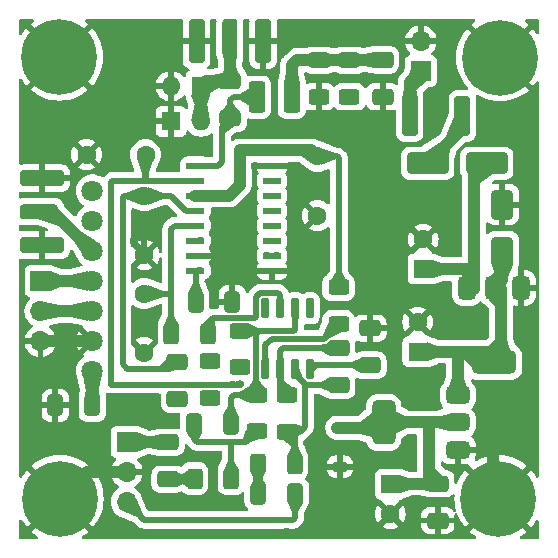
<source format=gbr>
%TF.GenerationSoftware,KiCad,Pcbnew,8.0.3-unknown-202406242120~006f0a95c1~ubuntu22.04.1*%
%TF.CreationDate,2024-06-25T16:46:03+05:30*%
%TF.ProjectId,SDR-Board,5344522d-426f-4617-9264-2e6b69636164,rev?*%
%TF.SameCoordinates,Original*%
%TF.FileFunction,Copper,L1,Top*%
%TF.FilePolarity,Positive*%
%FSLAX46Y46*%
G04 Gerber Fmt 4.6, Leading zero omitted, Abs format (unit mm)*
G04 Created by KiCad (PCBNEW 8.0.3-unknown-202406242120~006f0a95c1~ubuntu22.04.1) date 2024-06-25 16:46:03*
%MOMM*%
%LPD*%
G01*
G04 APERTURE LIST*
G04 Aperture macros list*
%AMRoundRect*
0 Rectangle with rounded corners*
0 $1 Rounding radius*
0 $2 $3 $4 $5 $6 $7 $8 $9 X,Y pos of 4 corners*
0 Add a 4 corners polygon primitive as box body*
4,1,4,$2,$3,$4,$5,$6,$7,$8,$9,$2,$3,0*
0 Add four circle primitives for the rounded corners*
1,1,$1+$1,$2,$3*
1,1,$1+$1,$4,$5*
1,1,$1+$1,$6,$7*
1,1,$1+$1,$8,$9*
0 Add four rect primitives between the rounded corners*
20,1,$1+$1,$2,$3,$4,$5,0*
20,1,$1+$1,$4,$5,$6,$7,0*
20,1,$1+$1,$6,$7,$8,$9,0*
20,1,$1+$1,$8,$9,$2,$3,0*%
G04 Aperture macros list end*
%TA.AperFunction,SMDPad,CuDef*%
%ADD10RoundRect,0.250000X0.400000X0.625000X-0.400000X0.625000X-0.400000X-0.625000X0.400000X-0.625000X0*%
%TD*%
%TA.AperFunction,SMDPad,CuDef*%
%ADD11RoundRect,0.250000X-0.650000X0.412500X-0.650000X-0.412500X0.650000X-0.412500X0.650000X0.412500X0*%
%TD*%
%TA.AperFunction,SMDPad,CuDef*%
%ADD12RoundRect,0.250000X0.650000X-1.000000X0.650000X1.000000X-0.650000X1.000000X-0.650000X-1.000000X0*%
%TD*%
%TA.AperFunction,SMDPad,CuDef*%
%ADD13RoundRect,0.250000X0.650000X-0.412500X0.650000X0.412500X-0.650000X0.412500X-0.650000X-0.412500X0*%
%TD*%
%TA.AperFunction,SMDPad,CuDef*%
%ADD14RoundRect,0.250000X-0.412500X-0.650000X0.412500X-0.650000X0.412500X0.650000X-0.412500X0.650000X0*%
%TD*%
%TA.AperFunction,SMDPad,CuDef*%
%ADD15RoundRect,0.250000X-0.625000X0.400000X-0.625000X-0.400000X0.625000X-0.400000X0.625000X0.400000X0*%
%TD*%
%TA.AperFunction,SMDPad,CuDef*%
%ADD16RoundRect,0.137500X0.662500X0.137500X-0.662500X0.137500X-0.662500X-0.137500X0.662500X-0.137500X0*%
%TD*%
%TA.AperFunction,ComponentPad*%
%ADD17C,1.600000*%
%TD*%
%TA.AperFunction,SMDPad,CuDef*%
%ADD18RoundRect,0.150000X-0.150000X0.725000X-0.150000X-0.725000X0.150000X-0.725000X0.150000X0.725000X0*%
%TD*%
%TA.AperFunction,ComponentPad*%
%ADD19C,0.800000*%
%TD*%
%TA.AperFunction,ComponentPad*%
%ADD20C,6.400000*%
%TD*%
%TA.AperFunction,ComponentPad*%
%ADD21R,1.700000X1.700000*%
%TD*%
%TA.AperFunction,ComponentPad*%
%ADD22O,1.700000X1.700000*%
%TD*%
%TA.AperFunction,SMDPad,CuDef*%
%ADD23RoundRect,0.250001X0.462499X1.074999X-0.462499X1.074999X-0.462499X-1.074999X0.462499X-1.074999X0*%
%TD*%
%TA.AperFunction,SMDPad,CuDef*%
%ADD24RoundRect,0.250000X0.625000X-0.400000X0.625000X0.400000X-0.625000X0.400000X-0.625000X-0.400000X0*%
%TD*%
%TA.AperFunction,ComponentPad*%
%ADD25C,1.800000*%
%TD*%
%TA.AperFunction,SMDPad,CuDef*%
%ADD26RoundRect,0.375000X0.625000X0.375000X-0.625000X0.375000X-0.625000X-0.375000X0.625000X-0.375000X0*%
%TD*%
%TA.AperFunction,SMDPad,CuDef*%
%ADD27RoundRect,0.500000X0.500000X1.400000X-0.500000X1.400000X-0.500000X-1.400000X0.500000X-1.400000X0*%
%TD*%
%TA.AperFunction,SMDPad,CuDef*%
%ADD28RoundRect,0.250000X0.385000X1.350000X-0.385000X1.350000X-0.385000X-1.350000X0.385000X-1.350000X0*%
%TD*%
%TA.AperFunction,SMDPad,CuDef*%
%ADD29RoundRect,0.250000X0.425000X1.600000X-0.425000X1.600000X-0.425000X-1.600000X0.425000X-1.600000X0*%
%TD*%
%TA.AperFunction,ComponentPad*%
%ADD30R,1.600000X1.600000*%
%TD*%
%TA.AperFunction,ComponentPad*%
%ADD31O,1.600000X1.600000*%
%TD*%
%TA.AperFunction,SMDPad,CuDef*%
%ADD32RoundRect,0.375000X-0.375000X0.625000X-0.375000X-0.625000X0.375000X-0.625000X0.375000X0.625000X0*%
%TD*%
%TA.AperFunction,SMDPad,CuDef*%
%ADD33RoundRect,0.500000X-1.400000X0.500000X-1.400000X-0.500000X1.400000X-0.500000X1.400000X0.500000X0*%
%TD*%
%TA.AperFunction,SMDPad,CuDef*%
%ADD34RoundRect,0.250000X0.412500X0.650000X-0.412500X0.650000X-0.412500X-0.650000X0.412500X-0.650000X0*%
%TD*%
%TA.AperFunction,SMDPad,CuDef*%
%ADD35RoundRect,0.250000X-1.350000X0.385000X-1.350000X-0.385000X1.350000X-0.385000X1.350000X0.385000X0*%
%TD*%
%TA.AperFunction,SMDPad,CuDef*%
%ADD36RoundRect,0.250000X-1.600000X0.425000X-1.600000X-0.425000X1.600000X-0.425000X1.600000X0.425000X0*%
%TD*%
%TA.AperFunction,SMDPad,CuDef*%
%ADD37RoundRect,0.250000X-0.400000X-0.625000X0.400000X-0.625000X0.400000X0.625000X-0.400000X0.625000X0*%
%TD*%
%TA.AperFunction,SMDPad,CuDef*%
%ADD38RoundRect,0.225000X-0.375000X0.225000X-0.375000X-0.225000X0.375000X-0.225000X0.375000X0.225000X0*%
%TD*%
%TA.AperFunction,SMDPad,CuDef*%
%ADD39RoundRect,0.250000X1.500000X0.650000X-1.500000X0.650000X-1.500000X-0.650000X1.500000X-0.650000X0*%
%TD*%
%TA.AperFunction,SMDPad,CuDef*%
%ADD40RoundRect,0.250000X-0.400000X-1.450000X0.400000X-1.450000X0.400000X1.450000X-0.400000X1.450000X0*%
%TD*%
%TA.AperFunction,ViaPad*%
%ADD41C,0.600000*%
%TD*%
%TA.AperFunction,Conductor*%
%ADD42C,0.500000*%
%TD*%
%TA.AperFunction,Conductor*%
%ADD43C,1.000000*%
%TD*%
%TA.AperFunction,Conductor*%
%ADD44C,0.250000*%
%TD*%
G04 APERTURE END LIST*
D10*
%TO.P,RS1,1*%
%TO.N,Net-(C11-Pad2)*%
X114712500Y-91774416D03*
%TO.P,RS1,2*%
%TO.N,Net-(CC1-Pad2)*%
X111612500Y-91774416D03*
%TD*%
D11*
%TO.P,C16,1*%
%TO.N,GND*%
X121100000Y-80275000D03*
%TO.P,C16,2*%
%TO.N,+5V*%
X121100000Y-83400000D03*
%TD*%
D12*
%TO.P,D4,1,K*%
%TO.N,+5V*%
X132300000Y-73800000D03*
%TO.P,D4,2,A*%
%TO.N,GND*%
X132300000Y-69800000D03*
%TD*%
D13*
%TO.P,C1,1*%
%TO.N,Net-(U2-2A)*%
X109290000Y-62482500D03*
%TO.P,C1,2*%
%TO.N,Net-(D2-K)*%
X109290000Y-59357500D03*
%TD*%
D14*
%TO.P,C3,1*%
%TO.N,+5V*%
X106330000Y-78020000D03*
%TO.P,C3,2*%
%TO.N,GND*%
X109455000Y-78020000D03*
%TD*%
D15*
%TO.P,R3,1*%
%TO.N,Net-(C2-Pad1)*%
X116770000Y-57575000D03*
%TO.P,R3,2*%
%TO.N,GND*%
X116770000Y-60675000D03*
%TD*%
D16*
%TO.P,U2,1,1~{OE}*%
%TO.N,GND*%
X112815000Y-75395000D03*
%TO.P,U2,2,S1*%
%TO.N,Net-(U1-S1)*%
X112815000Y-74125000D03*
%TO.P,U2,3,1B4*%
%TO.N,unconnected-(U2-1B4-Pad3)*%
X112815000Y-72855000D03*
%TO.P,U2,4,1B3*%
%TO.N,unconnected-(U2-1B3-Pad4)*%
X112815000Y-71585000D03*
%TO.P,U2,5,1B2*%
%TO.N,unconnected-(U2-1B2-Pad5)*%
X112815000Y-70315000D03*
%TO.P,U2,6,1B1*%
%TO.N,unconnected-(U2-1B1-Pad6)*%
X112815000Y-69045000D03*
%TO.P,U2,7,1A*%
%TO.N,unconnected-(U2-1A-Pad7)*%
X112815000Y-67775000D03*
%TO.P,U2,8,GND*%
%TO.N,GND*%
X112815000Y-66505000D03*
%TO.P,U2,9,2A*%
%TO.N,Net-(U2-2A)*%
X106315000Y-66505000D03*
%TO.P,U2,10,2B1*%
%TO.N,Net-(U2-2B1)*%
X106315000Y-67775000D03*
%TO.P,U2,11,2B2*%
%TO.N,Net-(U2-2B2)*%
X106315000Y-69045000D03*
%TO.P,U2,12,2B3*%
%TO.N,Net-(U2-2B3)*%
X106315000Y-70315000D03*
%TO.P,U2,13,2B4*%
%TO.N,Net-(U2-2B4)*%
X106315000Y-71585000D03*
%TO.P,U2,14,S0*%
%TO.N,Net-(U1-SO)*%
X106315000Y-72855000D03*
%TO.P,U2,15,2~{OE}*%
%TO.N,GND*%
X106315000Y-74125000D03*
%TO.P,U2,16,VCC*%
%TO.N,+5V*%
X106315000Y-75395000D03*
%TD*%
D11*
%TO.P,C2,1*%
%TO.N,Net-(C2-Pad1)*%
X122170000Y-57545000D03*
%TO.P,C2,2*%
%TO.N,GND*%
X122170000Y-60670000D03*
%TD*%
D17*
%TO.P,C5,1*%
%TO.N,GND*%
X97100000Y-65570000D03*
%TO.P,C5,2*%
%TO.N,Net-(U2-2B1)*%
X102100000Y-65570000D03*
%TD*%
D18*
%TO.P,U6,1*%
%TO.N,Net-(C12-Pad2)*%
X116030000Y-78575000D03*
%TO.P,U6,2,-*%
%TO.N,Net-(U6A--)*%
X114760000Y-78575000D03*
%TO.P,U6,3,+*%
%TO.N,Net-(U6A-+)*%
X113490000Y-78575000D03*
%TO.P,U6,4,V-*%
%TO.N,GND*%
X112220000Y-78575000D03*
%TO.P,U6,5,+*%
%TO.N,Net-(U6B-+)*%
X112220000Y-83725000D03*
%TO.P,U6,6,-*%
%TO.N,Net-(U6B--)*%
X113490000Y-83725000D03*
%TO.P,U6,7*%
%TO.N,Net-(C11-Pad2)*%
X114760000Y-83725000D03*
%TO.P,U6,8,V+*%
%TO.N,+5V*%
X116030000Y-83725000D03*
%TD*%
D19*
%TO.P,H4,1,1*%
%TO.N,GND*%
X129552944Y-94697056D03*
X130255888Y-93000000D03*
X130255888Y-96394112D03*
X131952944Y-92297056D03*
D20*
X131952944Y-94697056D03*
D19*
X131952944Y-97097056D03*
X133650000Y-93000000D03*
X133650000Y-96394112D03*
X134352944Y-94697056D03*
%TD*%
D13*
%TO.P,CC2,1*%
%TO.N,Net-(CC2-Pad1)*%
X104000000Y-93062500D03*
%TO.P,CC2,2*%
%TO.N,Net-(J3-Pin_1)*%
X104000000Y-89937500D03*
%TD*%
D21*
%TO.P,J3,1,Pin_1*%
%TO.N,Net-(J3-Pin_1)*%
X100500000Y-89900000D03*
D22*
%TO.P,J3,2,Pin_2*%
%TO.N,GND*%
X100500000Y-92440000D03*
%TO.P,J3,3,Pin_3*%
%TO.N,Net-(J3-Pin_3)*%
X100500000Y-94980000D03*
%TD*%
D13*
%TO.P,C17,1*%
%TO.N,GND*%
X126850000Y-96552500D03*
%TO.P,C17,2*%
%TO.N,+3.3V*%
X126850000Y-93427500D03*
%TD*%
D23*
%TO.P,L1,1*%
%TO.N,Net-(C2-Pad1)*%
X114487500Y-60700000D03*
%TO.P,L1,2*%
%TO.N,Net-(U2-2A)*%
X111512500Y-60700000D03*
%TD*%
D24*
%TO.P,R5,1*%
%TO.N,Net-(U6B-+)*%
X118440000Y-79910000D03*
%TO.P,R5,2*%
%TO.N,Net-(U2-2B2)*%
X118440000Y-76810000D03*
%TD*%
D25*
%TO.P,U1,1,VIN*%
%TO.N,+3.3V*%
X97600000Y-83880000D03*
%TO.P,U1,2,GND*%
%TO.N,GND*%
X97600000Y-81340000D03*
%TO.P,U1,3,SDA*%
%TO.N,Net-(J1-Pin_2)*%
X97600000Y-78800000D03*
%TO.P,U1,4,SCL*%
%TO.N,Net-(J1-Pin_1)*%
X97600000Y-76260000D03*
%TO.P,U1,5,S2*%
%TO.N,Net-(TX1-In)*%
X97600000Y-73720000D03*
%TO.P,U1,6,S1*%
%TO.N,Net-(U1-S1)*%
X97600000Y-71180000D03*
%TO.P,U1,7,SO*%
%TO.N,Net-(U1-SO)*%
X97600000Y-68640000D03*
%TD*%
D26*
%TO.P,U5,1,GND*%
%TO.N,GND*%
X128550000Y-90550000D03*
%TO.P,U5,2,VO*%
%TO.N,+3.3V*%
X128550000Y-88250000D03*
D27*
X122250000Y-88250000D03*
D26*
%TO.P,U5,3,VI*%
%TO.N,+5V*%
X128550000Y-85950000D03*
%TD*%
D17*
%TO.P,C7,1*%
%TO.N,GND*%
X101980000Y-82340000D03*
%TO.P,C7,2*%
%TO.N,Net-(U2-2B4)*%
X101980000Y-77340000D03*
%TD*%
D28*
%TO.P,RX1,1,In*%
%TO.N,Net-(D2-K)*%
X109240000Y-55732500D03*
D29*
%TO.P,RX1,2,Ext*%
%TO.N,GND*%
X106415000Y-55982500D03*
X112065000Y-55982500D03*
%TD*%
D30*
%TO.P,D3,1,K*%
%TO.N,GND*%
X104244315Y-62750000D03*
D31*
%TO.P,D3,2,A*%
%TO.N,Net-(D2-K)*%
X106784315Y-62750000D03*
%TD*%
D15*
%TO.P,R6,1*%
%TO.N,Net-(U6A--)*%
X110070000Y-80470000D03*
%TO.P,R6,2*%
%TO.N,Net-(CD2-Pad1)*%
X110070000Y-83570000D03*
%TD*%
D32*
%TO.P,U3,1,GND*%
%TO.N,GND*%
X133900000Y-76850000D03*
%TO.P,U3,2,VO*%
%TO.N,+5V*%
X131600000Y-76850000D03*
D33*
X131600000Y-83150000D03*
D32*
%TO.P,U3,3,VI*%
%TO.N,+12V*%
X129300000Y-76850000D03*
%TD*%
D11*
%TO.P,C11,1*%
%TO.N,Net-(U6B--)*%
X118470000Y-81945000D03*
%TO.P,C11,2*%
%TO.N,Net-(C11-Pad2)*%
X118470000Y-85070000D03*
%TD*%
D30*
%TO.P,C8,1*%
%TO.N,+12V*%
X125600000Y-75250000D03*
D17*
%TO.P,C8,2*%
%TO.N,GND*%
X125600000Y-72750000D03*
%TD*%
D34*
%TO.P,C12,1*%
%TO.N,Net-(U6A--)*%
X109322500Y-88400000D03*
%TO.P,C12,2*%
%TO.N,Net-(C12-Pad2)*%
X106197500Y-88400000D03*
%TD*%
D19*
%TO.P,H2,1,1*%
%TO.N,GND*%
X92402944Y-57302944D03*
X93105888Y-55605888D03*
X93105888Y-59000000D03*
X94802944Y-54902944D03*
D20*
X94802944Y-57302944D03*
D19*
X94802944Y-59702944D03*
X96500000Y-55605888D03*
X96500000Y-59000000D03*
X97202944Y-57302944D03*
%TD*%
D30*
%TO.P,C15,1*%
%TO.N,+3.3V*%
X122820000Y-93484888D03*
D17*
%TO.P,C15,2*%
%TO.N,GND*%
X122820000Y-95984888D03*
%TD*%
D21*
%TO.P,J1,1,Pin_1*%
%TO.N,Net-(J1-Pin_1)*%
X93200000Y-76275000D03*
D22*
%TO.P,J1,2,Pin_2*%
%TO.N,Net-(J1-Pin_2)*%
X93200000Y-78815000D03*
%TO.P,J1,3,Pin_3*%
%TO.N,GND*%
X93200000Y-81355000D03*
%TD*%
D17*
%TO.P,C6,1*%
%TO.N,GND*%
X116650000Y-70730000D03*
%TO.P,C6,2*%
%TO.N,Net-(U2-2B2)*%
X116650000Y-65730000D03*
%TD*%
D35*
%TO.P,TX1,1,In*%
%TO.N,Net-(TX1-In)*%
X93100000Y-70400000D03*
D36*
%TO.P,TX1,2,Ext*%
%TO.N,GND*%
X93350000Y-73225000D03*
X93350000Y-67575000D03*
%TD*%
D19*
%TO.P,H1,1,1*%
%TO.N,GND*%
X129700000Y-57350000D03*
X130402944Y-55652944D03*
X130402944Y-59047056D03*
X132100000Y-54950000D03*
D20*
X132100000Y-57350000D03*
D19*
X132100000Y-59750000D03*
X133797056Y-55652944D03*
X133797056Y-59047056D03*
X134500000Y-57350000D03*
%TD*%
D24*
%TO.P,R4,1*%
%TO.N,Net-(U6B--)*%
X107595000Y-86150000D03*
%TO.P,R4,2*%
%TO.N,Net-(CD1-Pad1)*%
X107595000Y-83050000D03*
%TD*%
D34*
%TO.P,CC1,1*%
%TO.N,Net-(J3-Pin_3)*%
X114762500Y-94300000D03*
%TO.P,CC1,2*%
%TO.N,Net-(CC1-Pad2)*%
X111637500Y-94300000D03*
%TD*%
D30*
%TO.P,D2,1,K*%
%TO.N,Net-(D2-K)*%
X106781370Y-59770000D03*
D31*
%TO.P,D2,2,A*%
%TO.N,GND*%
X104241370Y-59770000D03*
%TD*%
D30*
%TO.P,C13,1*%
%TO.N,+5V*%
X125150000Y-82245113D03*
D17*
%TO.P,C13,2*%
%TO.N,GND*%
X125150000Y-79745113D03*
%TD*%
D10*
%TO.P,R7,1*%
%TO.N,Net-(U6A-+)*%
X107370000Y-80730000D03*
%TO.P,R7,2*%
%TO.N,Net-(U2-2B4)*%
X104270000Y-80730000D03*
%TD*%
D24*
%TO.P,R2,1*%
%TO.N,+5V*%
X119360000Y-60675000D03*
%TO.P,R2,2*%
%TO.N,Net-(C2-Pad1)*%
X119360000Y-57575000D03*
%TD*%
D37*
%TO.P,RS2,1*%
%TO.N,Net-(CC2-Pad1)*%
X106250000Y-93000000D03*
%TO.P,RS2,2*%
%TO.N,Net-(C12-Pad2)*%
X109350000Y-93000000D03*
%TD*%
D38*
%TO.P,D5,1,K*%
%TO.N,+3.3V*%
X118540000Y-88690000D03*
%TO.P,D5,2,A*%
%TO.N,GND*%
X118540000Y-91990000D03*
%TD*%
D21*
%TO.P,J2,1,Pin_1*%
%TO.N,Net-(J2-Pin_1)*%
X125400000Y-58475000D03*
D22*
%TO.P,J2,2,Pin_2*%
%TO.N,GND*%
X125400000Y-55935000D03*
%TD*%
D34*
%TO.P,C14,1*%
%TO.N,+3.3V*%
X97592500Y-86800000D03*
%TO.P,C14,2*%
%TO.N,GND*%
X94467500Y-86800000D03*
%TD*%
D19*
%TO.P,H3,1,1*%
%TO.N,GND*%
X92452944Y-94697056D03*
X93155888Y-93000000D03*
X93155888Y-96394112D03*
X94852944Y-92297056D03*
D20*
X94852944Y-94697056D03*
D19*
X94852944Y-97097056D03*
X96550000Y-93000000D03*
X96550000Y-96394112D03*
X97252944Y-94697056D03*
%TD*%
D13*
%TO.P,CD1,1*%
%TO.N,Net-(CD1-Pad1)*%
X104800000Y-86262500D03*
%TO.P,CD1,2*%
%TO.N,Net-(U2-2B3)*%
X104800000Y-83137500D03*
%TD*%
D39*
%TO.P,D1,1,K*%
%TO.N,+12V*%
X131000000Y-66300000D03*
%TO.P,D1,2,A*%
%TO.N,Net-(D1-A)*%
X126000000Y-66300000D03*
%TD*%
D17*
%TO.P,C4,1*%
%TO.N,GND*%
X102000000Y-74070000D03*
%TO.P,C4,2*%
%TO.N,Net-(U2-2B3)*%
X102000000Y-69070000D03*
%TD*%
D15*
%TO.P,R9,1*%
%TO.N,Net-(U6A--)*%
X111520000Y-85910000D03*
%TO.P,R9,2*%
%TO.N,Net-(C12-Pad2)*%
X111520000Y-89010000D03*
%TD*%
%TO.P,R8,1*%
%TO.N,Net-(U6B--)*%
X114090000Y-85920000D03*
%TO.P,R8,2*%
%TO.N,Net-(C11-Pad2)*%
X114090000Y-89020000D03*
%TD*%
D40*
%TO.P,F1,1*%
%TO.N,Net-(J2-Pin_1)*%
X124475000Y-62300000D03*
%TO.P,F1,2*%
%TO.N,Net-(D1-A)*%
X128925000Y-62300000D03*
%TD*%
D41*
%TO.N,+5V*%
X116050000Y-84130000D03*
X106670000Y-75370000D03*
X119400000Y-61000000D03*
X119500000Y-60300000D03*
X116030000Y-83400000D03*
X105940000Y-75390000D03*
%TO.N,Net-(C12-Pad2)*%
X116070000Y-78730000D03*
X116070000Y-78100000D03*
X111560000Y-89030000D03*
%TO.N,Net-(U6B--)*%
X114004253Y-86370011D03*
X114410000Y-85690000D03*
X107630000Y-86220000D03*
%TO.N,GND*%
X121000000Y-64100000D03*
X94300000Y-89100000D03*
X115600000Y-97400000D03*
X113450000Y-63370000D03*
X121000000Y-69800000D03*
X101400000Y-57800000D03*
X99900000Y-57800000D03*
X92800000Y-86200000D03*
X94200000Y-62000000D03*
X104230000Y-64750000D03*
X120460000Y-92020000D03*
X101400000Y-55100000D03*
X102300000Y-70900000D03*
X105800000Y-91100000D03*
X121000000Y-67100000D03*
X101400000Y-56600000D03*
X117400000Y-73499000D03*
X134900000Y-68000000D03*
X100000000Y-62000000D03*
X114950000Y-63370000D03*
X95700000Y-63500000D03*
X121400000Y-76160000D03*
X122500000Y-67100000D03*
X126800000Y-84020000D03*
X122500000Y-71300000D03*
X95700000Y-62000000D03*
X131500000Y-89150000D03*
X99900000Y-56600000D03*
X114100000Y-97400000D03*
X116590000Y-68600000D03*
X134900000Y-74000000D03*
X112270000Y-78070000D03*
X101000000Y-72900000D03*
X134900000Y-69500000D03*
X117100000Y-97400000D03*
X110420000Y-72930000D03*
X110400000Y-71460000D03*
X134000000Y-87300000D03*
X132500000Y-87300000D03*
X107920000Y-76700000D03*
X134900000Y-62000000D03*
X101400000Y-59300000D03*
X133400000Y-62000000D03*
X108900000Y-71460000D03*
X122500000Y-64100000D03*
X103700000Y-70700000D03*
X102000000Y-79850000D03*
X112270000Y-78880000D03*
X127400000Y-77100000D03*
X116190000Y-76810000D03*
X92800000Y-87700000D03*
X116450000Y-63370000D03*
X134900000Y-71000000D03*
X99900000Y-59300000D03*
X134900000Y-65000000D03*
X121000000Y-71300000D03*
X133400000Y-63500000D03*
X94200000Y-63500000D03*
X116200000Y-73500000D03*
X97000000Y-62000000D03*
X102000000Y-79060000D03*
X134900000Y-66500000D03*
X111270000Y-66500000D03*
X122500000Y-69800000D03*
X122500000Y-65600000D03*
X120100000Y-97400000D03*
X121000000Y-65600000D03*
X122500000Y-68600000D03*
X134000000Y-85800000D03*
X98500000Y-62000000D03*
X134900000Y-72500000D03*
X131700000Y-62800000D03*
X121400000Y-75370000D03*
X92800000Y-89100000D03*
X94300000Y-90600000D03*
X109520000Y-78330000D03*
X97000000Y-63500000D03*
X103000000Y-70700000D03*
X98500000Y-63500000D03*
X99900000Y-55100000D03*
X131700000Y-61370000D03*
X115360000Y-76810000D03*
X92800000Y-90600000D03*
X120460000Y-91230000D03*
X132400000Y-89150000D03*
X118600000Y-97400000D03*
X100000000Y-63500000D03*
X132500000Y-85800000D03*
X134900000Y-63500000D03*
X121000000Y-68600000D03*
X109480000Y-77580000D03*
X111950000Y-63370000D03*
%TO.N,Net-(U2-2B1)*%
X110190000Y-84990000D03*
X109500000Y-85000000D03*
%TO.N,Net-(U1-SO)*%
X106080000Y-72850000D03*
X106780000Y-72830000D03*
%TO.N,Net-(U1-S1)*%
X112400000Y-74100000D03*
X113200000Y-74100000D03*
%TO.N,Net-(CD1-Pad1)*%
X104300000Y-86200000D03*
X107600000Y-82700000D03*
X105100000Y-86200000D03*
X107600000Y-83400000D03*
%TO.N,Net-(CD2-Pad1)*%
X110400000Y-83600000D03*
X109700000Y-83600000D03*
%TD*%
D42*
%TO.N,GND*%
X109520000Y-74125000D02*
X110410000Y-74125000D01*
X110420000Y-72930000D02*
X110420000Y-74115000D01*
X110420000Y-74115000D02*
X110410000Y-74125000D01*
D43*
%TO.N,Net-(D2-K)*%
X106781370Y-59770000D02*
X106781370Y-62747055D01*
X107193870Y-59357500D02*
X106781370Y-59770000D01*
X109290000Y-59357500D02*
X107193870Y-59357500D01*
X109290000Y-59357500D02*
X109290000Y-55782500D01*
%TO.N,+12V*%
X129900000Y-67400000D02*
X131000000Y-66300000D01*
X129900000Y-70800000D02*
X129900000Y-67400000D01*
X129900000Y-70800000D02*
X129900000Y-67500000D01*
X129900000Y-76910000D02*
X129900000Y-75250000D01*
X129900000Y-67500000D02*
X130800000Y-66600000D01*
X129900000Y-75250000D02*
X129900000Y-70800000D01*
X129900000Y-75250000D02*
X125600000Y-75250000D01*
%TO.N,+5V*%
X128700000Y-82250000D02*
X125154887Y-82250000D01*
X132200000Y-83210000D02*
X132200000Y-76910000D01*
X129500000Y-82250000D02*
X130100000Y-82250000D01*
X130100000Y-82250000D02*
X131960000Y-82250000D01*
X132300000Y-73800000D02*
X132300000Y-76150000D01*
X128550000Y-82400000D02*
X128700000Y-82250000D01*
D42*
X116030000Y-83725000D02*
X116355000Y-83400000D01*
X116355000Y-83400000D02*
X121100000Y-83400000D01*
D43*
X131960000Y-82250000D02*
X132920000Y-83210000D01*
X132300000Y-76150000D02*
X131600000Y-76850000D01*
X128700000Y-82250000D02*
X129500000Y-82250000D01*
D42*
X106330000Y-78020000D02*
X106330000Y-75410000D01*
D43*
X128550000Y-85950000D02*
X128550000Y-82400000D01*
D42*
%TO.N,Net-(C11-Pad2)*%
X114712500Y-91774416D02*
X114712500Y-89642500D01*
X115190000Y-89050000D02*
X114090000Y-89050000D01*
X115588658Y-85011342D02*
X115647316Y-85070000D01*
X114760000Y-84182684D02*
X115588658Y-85011342D01*
X115588658Y-85011342D02*
X115588658Y-88651342D01*
X114712500Y-89642500D02*
X114090000Y-89020000D01*
X115588658Y-88651342D02*
X115190000Y-89050000D01*
X115647316Y-85070000D02*
X118470000Y-85070000D01*
%TO.N,Net-(C12-Pad2)*%
X106197500Y-89617500D02*
X106470000Y-89890000D01*
X109350000Y-89940000D02*
X109400000Y-89890000D01*
X110640000Y-89890000D02*
X111500000Y-89030000D01*
X106197500Y-88400000D02*
X106197500Y-89617500D01*
X109400000Y-89890000D02*
X110640000Y-89890000D01*
X109350000Y-93000000D02*
X109350000Y-89940000D01*
X106470000Y-89890000D02*
X109400000Y-89890000D01*
%TO.N,Net-(U6B--)*%
X113490000Y-82180000D02*
X113725000Y-81945000D01*
X113490000Y-85350000D02*
X114090000Y-85950000D01*
X113490000Y-83725000D02*
X113490000Y-82180000D01*
X113490000Y-83725000D02*
X113490000Y-85350000D01*
X113725000Y-81945000D02*
X118470000Y-81945000D01*
%TO.N,Net-(U6A--)*%
X111470000Y-80720000D02*
X111720000Y-80470000D01*
X109560000Y-85910000D02*
X109322500Y-86147500D01*
X111720000Y-80470000D02*
X114630000Y-80470000D01*
X109322500Y-88400000D02*
X109322500Y-86147500D01*
X114630000Y-80470000D02*
X114760000Y-80340000D01*
X110070000Y-80470000D02*
X111720000Y-80470000D01*
X111520000Y-85910000D02*
X109560000Y-85910000D01*
X111470000Y-85860000D02*
X111470000Y-80720000D01*
X114760000Y-80340000D02*
X114760000Y-78575000D01*
%TO.N,Net-(U6B-+)*%
X112220000Y-81720000D02*
X112770000Y-81170000D01*
X117180000Y-81170000D02*
X118440000Y-79910000D01*
X112770000Y-81170000D02*
X117180000Y-81170000D01*
X112220000Y-83725000D02*
X112220000Y-81720000D01*
%TO.N,Net-(U6A-+)*%
X111470000Y-77597316D02*
X111817316Y-77250000D01*
X113270000Y-77250000D02*
X113490000Y-77470000D01*
X107370000Y-80730000D02*
X107370000Y-79810000D01*
X107370000Y-79810000D02*
X107810000Y-79370000D01*
X111817316Y-77250000D02*
X113270000Y-77250000D01*
X111470000Y-79250000D02*
X111470000Y-77597316D01*
X111350000Y-79370000D02*
X111470000Y-79250000D01*
X113490000Y-77470000D02*
X113490000Y-78575000D01*
X107810000Y-79370000D02*
X111350000Y-79370000D01*
%TO.N,Net-(U2-2A)*%
X109290000Y-60980000D02*
X109570000Y-60700000D01*
X109290000Y-62482500D02*
X109290000Y-60980000D01*
X106315000Y-66505000D02*
X108245000Y-66505000D01*
X108560000Y-66190000D02*
X108560000Y-63212500D01*
X108560000Y-63212500D02*
X109290000Y-62482500D01*
X109570000Y-60700000D02*
X111512500Y-60700000D01*
X108245000Y-66505000D02*
X108560000Y-66190000D01*
D43*
%TO.N,Net-(C2-Pad1)*%
X114935000Y-57545000D02*
X122170000Y-57545000D01*
X114487500Y-57992500D02*
X114935000Y-57545000D01*
D42*
X116770000Y-57575000D02*
X122140000Y-57575000D01*
D43*
X114487500Y-60700000D02*
X114487500Y-57992500D01*
D42*
%TO.N,GND*%
X102000000Y-74070000D02*
X102000000Y-71300000D01*
X109455000Y-75340000D02*
X109455000Y-77555000D01*
D43*
X131500000Y-89150000D02*
X131500000Y-91844112D01*
D42*
X102300000Y-70900000D02*
X102400000Y-70900000D01*
X116200000Y-73500000D02*
X116200000Y-75295000D01*
D43*
X97110000Y-92440000D02*
X96550000Y-93000000D01*
D42*
X116300000Y-75395000D02*
X117260000Y-75395000D01*
X102000000Y-71300000D02*
X102300000Y-71000000D01*
X106315000Y-74125000D02*
X107460000Y-74125000D01*
X102300000Y-71000000D02*
X102300000Y-70900000D01*
D43*
X132400000Y-89150000D02*
X131500000Y-89150000D01*
D42*
X103000000Y-70700000D02*
X103700000Y-70700000D01*
X116200000Y-75295000D02*
X116300000Y-75395000D01*
X102600000Y-70700000D02*
X103000000Y-70700000D01*
X101975000Y-79085000D02*
X102000000Y-79060000D01*
X102000000Y-73900000D02*
X101000000Y-72900000D01*
X112815000Y-75395000D02*
X116300000Y-75395000D01*
X121375000Y-75395000D02*
X121400000Y-75370000D01*
X117400000Y-73499000D02*
X117400000Y-75255000D01*
X120435000Y-91255000D02*
X120460000Y-91230000D01*
X117400000Y-75255000D02*
X117260000Y-75395000D01*
X112815000Y-66505000D02*
X111275000Y-66505000D01*
X109455000Y-74480000D02*
X109455000Y-75340000D01*
X102400000Y-70900000D02*
X102600000Y-70700000D01*
D44*
X109180000Y-74205000D02*
X109115000Y-74140000D01*
D43*
X100500000Y-92440000D02*
X97110000Y-92440000D01*
X131500000Y-91844112D02*
X131893388Y-92237500D01*
D42*
X106315000Y-74125000D02*
X109100000Y-74125000D01*
X111275000Y-66505000D02*
X111270000Y-66500000D01*
D43*
X97585000Y-81355000D02*
X93200000Y-81355000D01*
D42*
X107460000Y-74125000D02*
X109520000Y-74125000D01*
X109455000Y-74190000D02*
X109520000Y-74125000D01*
X109455000Y-75340000D02*
X109455000Y-74190000D01*
%TO.N,Net-(U2-2B3)*%
X100150000Y-83340000D02*
X100560000Y-83750000D01*
X100560000Y-83750000D02*
X104187500Y-83750000D01*
X102000000Y-69070000D02*
X100300000Y-69070000D01*
X100150000Y-69220000D02*
X100150000Y-83340000D01*
X104270001Y-69070000D02*
X105515001Y-70315000D01*
X104187500Y-83750000D02*
X104800000Y-83137500D01*
X102000000Y-69070000D02*
X104270001Y-69070000D01*
X100300000Y-69070000D02*
X100150000Y-69220000D01*
X105515001Y-70315000D02*
X106315000Y-70315000D01*
%TO.N,Net-(U2-2B1)*%
X103360000Y-67775000D02*
X106315000Y-67775000D01*
X101970000Y-67775000D02*
X103360000Y-67775000D01*
X99305000Y-67775000D02*
X99170000Y-67910000D01*
X110190000Y-84990000D02*
X110110000Y-85040000D01*
X110140000Y-85040000D02*
X110190000Y-84990000D01*
X109460000Y-85040000D02*
X109500000Y-85000000D01*
X109500000Y-85000000D02*
X109540000Y-85040000D01*
X100085000Y-67775000D02*
X100080000Y-67780000D01*
X110110000Y-85040000D02*
X110060000Y-85040000D01*
X102010000Y-65570000D02*
X102010000Y-67735000D01*
X102100000Y-67645000D02*
X102100000Y-65570000D01*
X102010000Y-67735000D02*
X102100000Y-67645000D01*
X99170000Y-67910000D02*
X99170000Y-85040000D01*
X109540000Y-85040000D02*
X109669999Y-85040000D01*
X106315000Y-67775000D02*
X99305000Y-67775000D01*
X102010000Y-67735000D02*
X101970000Y-67775000D01*
X101970000Y-67775000D02*
X100085000Y-67775000D01*
X102010000Y-67735000D02*
X102010000Y-66510000D01*
X108700000Y-85040000D02*
X109460000Y-85040000D01*
X102000000Y-66500000D02*
X102010000Y-66510000D01*
X99170000Y-85040000D02*
X108700000Y-85040000D01*
X108700000Y-85040000D02*
X110140000Y-85040000D01*
%TO.N,Net-(U2-2B2)*%
X118340000Y-65730000D02*
X116650000Y-65730000D01*
D43*
X106315000Y-69045000D02*
X109175000Y-69045000D01*
X110090000Y-65210000D02*
X116130000Y-65210000D01*
X116130000Y-65210000D02*
X116650000Y-65730000D01*
D42*
X118450000Y-65840000D02*
X118450000Y-76800000D01*
X118450000Y-65840000D02*
X118340000Y-65730000D01*
D43*
X110090000Y-68130000D02*
X110090000Y-65210000D01*
X109175000Y-69045000D02*
X110090000Y-68130000D01*
D42*
%TO.N,Net-(U2-2B4)*%
X106315000Y-71585000D02*
X104565000Y-71585000D01*
X104565000Y-71585000D02*
X104270000Y-71880000D01*
X101980000Y-77340000D02*
X104260000Y-77340000D01*
X104270000Y-77350000D02*
X104270000Y-80730000D01*
X104270000Y-71880000D02*
X104270000Y-77350000D01*
X104260000Y-77340000D02*
X104270000Y-77350000D01*
D43*
%TO.N,+3.3V*%
X126850000Y-93427500D02*
X122877388Y-93427500D01*
X126850000Y-93427500D02*
X126110000Y-93427500D01*
X126110000Y-93427500D02*
X126100000Y-93437500D01*
X128550000Y-88250000D02*
X125750000Y-88250000D01*
X118300000Y-88700000D02*
X121800000Y-88700000D01*
X125750000Y-88250000D02*
X122250000Y-88250000D01*
X126100000Y-88600000D02*
X125750000Y-88250000D01*
X126100000Y-93437500D02*
X126100000Y-88600000D01*
X97600000Y-83880000D02*
X97600000Y-86792500D01*
%TO.N,Net-(D1-A)*%
X128925000Y-63375000D02*
X126000000Y-66300000D01*
%TO.N,Net-(J1-Pin_2)*%
X97585000Y-78815000D02*
X93200000Y-78815000D01*
%TO.N,Net-(J1-Pin_1)*%
X97585000Y-76275000D02*
X93200000Y-76275000D01*
%TO.N,Net-(TX1-In)*%
X93100000Y-70400000D02*
X94280000Y-70400000D01*
X94280000Y-70400000D02*
X97600000Y-73720000D01*
D42*
%TO.N,Net-(J3-Pin_3)*%
X102000000Y-96480000D02*
X114600000Y-96480000D01*
X114762500Y-94300000D02*
X114762500Y-96317500D01*
X100500000Y-94980000D02*
X102000000Y-96480000D01*
X114762500Y-96317500D02*
X114600000Y-96480000D01*
D43*
%TO.N,Net-(J3-Pin_1)*%
X104000000Y-89937500D02*
X100537500Y-89937500D01*
D42*
%TO.N,Net-(CC1-Pad2)*%
X111612500Y-91774416D02*
X111612500Y-94275000D01*
%TO.N,Net-(CC2-Pad1)*%
X104000000Y-93062500D02*
X106187500Y-93062500D01*
D43*
%TO.N,Net-(J2-Pin_1)*%
X124475000Y-59400000D02*
X125400000Y-58475000D01*
X124475000Y-62300000D02*
X124475000Y-59400000D01*
%TD*%
%TA.AperFunction,Conductor*%
%TO.N,GND*%
G36*
X93632532Y-95739386D02*
G01*
X93810614Y-95917468D01*
X93912244Y-95991307D01*
X92417592Y-97485959D01*
X92417593Y-97485960D01*
X92675150Y-97694524D01*
X92947675Y-97871505D01*
X92993178Y-97924526D01*
X93002792Y-97993731D01*
X92973465Y-98057148D01*
X92914508Y-98094642D01*
X92880140Y-98099500D01*
X91524500Y-98099500D01*
X91457461Y-98079815D01*
X91411706Y-98027011D01*
X91400500Y-97975500D01*
X91400500Y-96587702D01*
X91420185Y-96520663D01*
X91472989Y-96474908D01*
X91542147Y-96464964D01*
X91605703Y-96493989D01*
X91634985Y-96531408D01*
X91644251Y-96549594D01*
X91644252Y-96549597D01*
X91855475Y-96874849D01*
X92064039Y-97132406D01*
X92064040Y-97132406D01*
X93558692Y-95637754D01*
X93632532Y-95739386D01*
G37*
%TD.AperFunction*%
%TA.AperFunction,Conductor*%
G36*
X110843429Y-54120185D02*
G01*
X110889184Y-54172989D01*
X110899748Y-54237103D01*
X110890000Y-54332513D01*
X110890000Y-55732500D01*
X113239999Y-55732500D01*
X113239999Y-54332528D01*
X113239998Y-54332510D01*
X113230252Y-54237101D01*
X113243022Y-54168408D01*
X113290903Y-54117524D01*
X113353610Y-54100500D01*
X129891683Y-54100500D01*
X129958722Y-54120185D01*
X130004477Y-54172989D01*
X130014421Y-54242147D01*
X129985396Y-54305703D01*
X129959219Y-54328495D01*
X129922202Y-54352534D01*
X129664648Y-54561095D01*
X129664648Y-54561096D01*
X131159301Y-56055748D01*
X131057670Y-56129588D01*
X130879588Y-56307670D01*
X130805748Y-56409301D01*
X129311096Y-54914648D01*
X129311095Y-54914648D01*
X129102531Y-55172206D01*
X128891310Y-55497456D01*
X128715244Y-55843005D01*
X128576262Y-56205063D01*
X128475887Y-56579669D01*
X128475886Y-56579676D01*
X128415219Y-56962712D01*
X128394922Y-57349999D01*
X128394922Y-57350000D01*
X128415219Y-57737287D01*
X128475886Y-58120323D01*
X128475887Y-58120330D01*
X128576262Y-58494936D01*
X128715244Y-58856994D01*
X128891310Y-59202543D01*
X129102523Y-59527783D01*
X129102525Y-59527785D01*
X129346586Y-59829176D01*
X129346593Y-59829184D01*
X129405228Y-59887819D01*
X129438713Y-59949142D01*
X129433729Y-60018834D01*
X129391857Y-60074767D01*
X129326393Y-60099184D01*
X129317547Y-60099500D01*
X128474998Y-60099500D01*
X128474980Y-60099501D01*
X128372203Y-60110000D01*
X128372200Y-60110001D01*
X128205668Y-60165185D01*
X128205663Y-60165187D01*
X128056342Y-60257289D01*
X127932289Y-60381342D01*
X127840187Y-60530663D01*
X127840185Y-60530668D01*
X127830969Y-60558480D01*
X127785001Y-60697203D01*
X127785001Y-60697204D01*
X127785000Y-60697204D01*
X127774500Y-60799983D01*
X127774500Y-62021250D01*
X127766291Y-62065616D01*
X127121553Y-63748320D01*
X127093443Y-63791635D01*
X126893713Y-63991365D01*
X126872605Y-64008298D01*
X125502609Y-64880114D01*
X125436036Y-64899500D01*
X124449998Y-64899500D01*
X124449980Y-64899501D01*
X124347203Y-64910000D01*
X124347200Y-64910001D01*
X124180668Y-64965185D01*
X124180663Y-64965187D01*
X124031342Y-65057289D01*
X123907289Y-65181342D01*
X123815187Y-65330663D01*
X123815186Y-65330666D01*
X123760001Y-65497203D01*
X123760001Y-65497204D01*
X123760000Y-65497204D01*
X123749500Y-65599983D01*
X123749500Y-67000001D01*
X123749501Y-67000018D01*
X123760000Y-67102796D01*
X123760001Y-67102799D01*
X123815185Y-67269331D01*
X123815187Y-67269336D01*
X123820347Y-67277702D01*
X123907288Y-67418656D01*
X124031344Y-67542712D01*
X124180666Y-67634814D01*
X124347203Y-67689999D01*
X124449991Y-67700500D01*
X127550008Y-67700499D01*
X127652797Y-67689999D01*
X127819334Y-67634814D01*
X127968656Y-67542712D01*
X128092712Y-67418656D01*
X128184814Y-67269334D01*
X128239999Y-67102797D01*
X128250500Y-67000009D01*
X128250499Y-65909823D01*
X128252868Y-65885701D01*
X128258089Y-65859378D01*
X128350353Y-65394172D01*
X128382704Y-65332244D01*
X128384256Y-65330663D01*
X129178102Y-64536818D01*
X129239425Y-64503333D01*
X129265783Y-64500499D01*
X129375002Y-64500499D01*
X129375008Y-64500499D01*
X129477797Y-64489999D01*
X129644334Y-64434814D01*
X129793656Y-64342712D01*
X129917712Y-64218656D01*
X130009814Y-64069334D01*
X130064999Y-63902797D01*
X130075500Y-63800009D01*
X130075499Y-60799992D01*
X130064999Y-60697203D01*
X130064996Y-60697196D01*
X130063849Y-60691831D01*
X130069063Y-60622156D01*
X130111118Y-60566361D01*
X130176662Y-60542159D01*
X130244886Y-60557236D01*
X130247092Y-60558480D01*
X130247446Y-60558684D01*
X130593005Y-60734755D01*
X130955063Y-60873737D01*
X131329669Y-60974112D01*
X131329676Y-60974113D01*
X131712712Y-61034780D01*
X132099999Y-61055078D01*
X132100001Y-61055078D01*
X132487287Y-61034780D01*
X132870323Y-60974113D01*
X132870330Y-60974112D01*
X133244936Y-60873737D01*
X133606994Y-60734755D01*
X133952543Y-60558689D01*
X134277783Y-60347476D01*
X134277785Y-60347475D01*
X134535349Y-60138902D01*
X133040698Y-58644251D01*
X133142330Y-58570412D01*
X133320412Y-58392330D01*
X133394251Y-58290698D01*
X134888902Y-59785349D01*
X135097475Y-59527785D01*
X135097476Y-59527783D01*
X135171505Y-59413789D01*
X135224526Y-59368286D01*
X135293731Y-59358672D01*
X135357148Y-59387999D01*
X135394642Y-59446956D01*
X135399500Y-59481324D01*
X135399500Y-92794853D01*
X135379815Y-92861892D01*
X135327011Y-92907647D01*
X135257853Y-92917591D01*
X135194297Y-92888566D01*
X135165017Y-92851150D01*
X135161641Y-92844526D01*
X135161635Y-92844514D01*
X134950412Y-92519262D01*
X134741848Y-92261705D01*
X134741847Y-92261704D01*
X133247195Y-93756356D01*
X133173356Y-93654726D01*
X132995274Y-93476644D01*
X132893642Y-93402804D01*
X134388294Y-91908152D01*
X134388294Y-91908151D01*
X134130737Y-91699587D01*
X133805487Y-91488366D01*
X133459938Y-91312300D01*
X133097880Y-91173318D01*
X132723274Y-91072943D01*
X132723267Y-91072942D01*
X132340231Y-91012275D01*
X131952945Y-90991978D01*
X131952943Y-90991978D01*
X131565656Y-91012275D01*
X131182620Y-91072942D01*
X131182613Y-91072943D01*
X130808007Y-91173318D01*
X130445945Y-91312302D01*
X130129037Y-91473774D01*
X130060368Y-91486670D01*
X129995628Y-91460393D01*
X129955371Y-91403287D01*
X129952379Y-91333481D01*
X129961655Y-91308194D01*
X130001169Y-91228521D01*
X130047102Y-91043824D01*
X130050000Y-91001096D01*
X130050000Y-90800000D01*
X128800000Y-90800000D01*
X128800000Y-91800000D01*
X129251097Y-91800000D01*
X129293830Y-91797101D01*
X129363922Y-91779670D01*
X129433730Y-91782592D01*
X129490877Y-91822793D01*
X129517218Y-91887507D01*
X129517679Y-91906493D01*
X129517592Y-91908152D01*
X131012245Y-93402804D01*
X130910614Y-93476644D01*
X130732532Y-93654726D01*
X130658692Y-93756356D01*
X129164040Y-92261704D01*
X129164039Y-92261704D01*
X128955475Y-92519262D01*
X128744254Y-92844512D01*
X128568188Y-93190061D01*
X128490263Y-93393062D01*
X128447861Y-93448594D01*
X128382167Y-93472387D01*
X128314038Y-93456885D01*
X128265106Y-93407012D01*
X128250499Y-93348624D01*
X128250499Y-92964998D01*
X128250498Y-92964980D01*
X128239999Y-92862203D01*
X128239998Y-92862200D01*
X128232674Y-92840099D01*
X128184814Y-92695666D01*
X128092712Y-92546344D01*
X127968656Y-92422288D01*
X127871897Y-92362607D01*
X127819336Y-92330187D01*
X127819331Y-92330185D01*
X127803678Y-92324998D01*
X127652797Y-92275001D01*
X127652795Y-92275000D01*
X127550016Y-92264500D01*
X127550009Y-92264500D01*
X127500641Y-92264500D01*
X127433602Y-92244815D01*
X127412416Y-92227634D01*
X127136275Y-91948035D01*
X127103172Y-91886505D01*
X127100500Y-91860901D01*
X127100500Y-91643655D01*
X127120185Y-91576616D01*
X127172989Y-91530861D01*
X127242147Y-91520917D01*
X127302187Y-91547008D01*
X127450975Y-91666607D01*
X127450977Y-91666609D01*
X127621476Y-91751168D01*
X127806175Y-91797102D01*
X127848903Y-91800000D01*
X128300000Y-91800000D01*
X128300000Y-90424000D01*
X128319685Y-90356961D01*
X128372489Y-90311206D01*
X128424000Y-90300000D01*
X130050000Y-90300000D01*
X130050000Y-90098903D01*
X130047102Y-90056175D01*
X130001168Y-89871476D01*
X129916609Y-89700977D01*
X129916607Y-89700974D01*
X129797367Y-89552633D01*
X129797366Y-89552632D01*
X129728115Y-89496967D01*
X129688196Y-89439624D01*
X129685616Y-89369802D01*
X129721194Y-89309669D01*
X129728089Y-89303694D01*
X129797722Y-89247722D01*
X129917030Y-89099296D01*
X130001641Y-88928693D01*
X130047600Y-88743889D01*
X130050500Y-88701123D01*
X130050499Y-87798878D01*
X130047600Y-87756111D01*
X130001641Y-87571307D01*
X129950213Y-87467611D01*
X129917032Y-87400707D01*
X129917030Y-87400704D01*
X129797722Y-87252278D01*
X129797721Y-87252277D01*
X129728514Y-87196647D01*
X129688595Y-87139304D01*
X129686015Y-87069482D01*
X129721594Y-87009349D01*
X129728514Y-87003353D01*
X129739139Y-86994812D01*
X129797722Y-86947722D01*
X129917030Y-86799296D01*
X130001641Y-86628693D01*
X130047600Y-86443889D01*
X130050500Y-86401123D01*
X130050499Y-85498878D01*
X130047600Y-85456111D01*
X130001641Y-85271307D01*
X129999046Y-85266075D01*
X129917032Y-85100707D01*
X129917030Y-85100704D01*
X129797722Y-84952278D01*
X129797721Y-84952277D01*
X129753052Y-84916371D01*
X129713133Y-84859028D01*
X129712729Y-84857799D01*
X129712729Y-84857798D01*
X129675137Y-84741285D01*
X129673287Y-84671442D01*
X129709491Y-84611684D01*
X129772256Y-84580986D01*
X129827258Y-84583996D01*
X130022582Y-84639886D01*
X130141963Y-84650500D01*
X133058036Y-84650499D01*
X133177418Y-84639886D01*
X133373049Y-84583909D01*
X133553407Y-84489698D01*
X133711109Y-84361109D01*
X133839698Y-84203407D01*
X133933909Y-84023049D01*
X133989886Y-83827418D01*
X134000500Y-83708037D01*
X134000499Y-82591964D01*
X133989886Y-82472582D01*
X133933909Y-82276951D01*
X133839698Y-82096593D01*
X133787501Y-82032578D01*
X133711109Y-81938890D01*
X133586900Y-81837612D01*
X133553407Y-81810302D01*
X133553404Y-81810300D01*
X133406171Y-81733391D01*
X133355864Y-81684904D01*
X133343121Y-81652892D01*
X133204038Y-81083197D01*
X133200500Y-81053788D01*
X133200500Y-78554997D01*
X133200617Y-78550190D01*
X133200500Y-78545438D01*
X133200500Y-78454567D01*
X133220185Y-78387528D01*
X133272989Y-78341773D01*
X133342147Y-78331829D01*
X133354428Y-78334233D01*
X133406171Y-78347101D01*
X133448903Y-78350000D01*
X133650000Y-78350000D01*
X134150000Y-78350000D01*
X134351097Y-78350000D01*
X134393824Y-78347102D01*
X134578523Y-78301168D01*
X134749022Y-78216609D01*
X134749025Y-78216607D01*
X134897366Y-78097367D01*
X134897367Y-78097366D01*
X135016607Y-77949025D01*
X135016609Y-77949022D01*
X135101168Y-77778523D01*
X135147102Y-77593824D01*
X135150000Y-77551096D01*
X135150000Y-77100000D01*
X134150000Y-77100000D01*
X134150000Y-78350000D01*
X133650000Y-78350000D01*
X133650000Y-76600000D01*
X134150000Y-76600000D01*
X135150000Y-76600000D01*
X135150000Y-76148903D01*
X135147102Y-76106175D01*
X135101168Y-75921476D01*
X135016609Y-75750977D01*
X135016607Y-75750974D01*
X134897367Y-75602633D01*
X134897366Y-75602632D01*
X134749025Y-75483392D01*
X134749022Y-75483390D01*
X134578523Y-75398831D01*
X134393824Y-75352897D01*
X134351097Y-75350000D01*
X134150000Y-75350000D01*
X134150000Y-76600000D01*
X133650000Y-76600000D01*
X133650000Y-75350000D01*
X133635410Y-75335410D01*
X133601925Y-75274087D01*
X133606470Y-75205593D01*
X133654152Y-75073636D01*
X133671200Y-75015915D01*
X133671827Y-75013208D01*
X133671829Y-75013185D01*
X133672257Y-75010710D01*
X133676743Y-74992797D01*
X133689999Y-74952797D01*
X133700500Y-74850009D01*
X133700499Y-72749992D01*
X133695120Y-72697339D01*
X133689999Y-72647203D01*
X133689998Y-72647200D01*
X133634814Y-72480666D01*
X133542712Y-72331344D01*
X133418656Y-72207288D01*
X133297108Y-72132317D01*
X133269336Y-72115187D01*
X133269331Y-72115185D01*
X133267862Y-72114698D01*
X133102797Y-72060001D01*
X133102795Y-72060000D01*
X133000010Y-72049500D01*
X131599998Y-72049500D01*
X131599981Y-72049501D01*
X131497203Y-72060000D01*
X131497200Y-72060001D01*
X131330668Y-72115185D01*
X131330663Y-72115187D01*
X131181342Y-72207289D01*
X131112181Y-72276451D01*
X131050858Y-72309936D01*
X130981166Y-72304952D01*
X130925233Y-72263080D01*
X130900816Y-72197616D01*
X130900500Y-72188770D01*
X130900500Y-71410523D01*
X130920185Y-71343484D01*
X130972989Y-71297729D01*
X131042147Y-71287785D01*
X131105703Y-71316810D01*
X131112181Y-71322842D01*
X131181654Y-71392315D01*
X131330875Y-71484356D01*
X131330880Y-71484358D01*
X131497302Y-71539505D01*
X131497309Y-71539506D01*
X131600019Y-71549999D01*
X132049999Y-71549999D01*
X132550000Y-71549999D01*
X132999972Y-71549999D01*
X132999986Y-71549998D01*
X133102697Y-71539505D01*
X133269119Y-71484358D01*
X133269124Y-71484356D01*
X133418345Y-71392315D01*
X133542315Y-71268345D01*
X133634356Y-71119124D01*
X133634358Y-71119119D01*
X133689505Y-70952697D01*
X133689506Y-70952690D01*
X133699999Y-70849986D01*
X133700000Y-70849973D01*
X133700000Y-70050000D01*
X132550000Y-70050000D01*
X132550000Y-71549999D01*
X132049999Y-71549999D01*
X132050000Y-71549998D01*
X132050000Y-69550000D01*
X132550000Y-69550000D01*
X133699999Y-69550000D01*
X133699999Y-68750028D01*
X133699998Y-68750013D01*
X133689505Y-68647302D01*
X133634358Y-68480880D01*
X133634356Y-68480875D01*
X133542315Y-68331654D01*
X133418345Y-68207684D01*
X133269124Y-68115643D01*
X133269119Y-68115641D01*
X133102697Y-68060494D01*
X133102690Y-68060493D01*
X132999986Y-68050000D01*
X132550000Y-68050000D01*
X132550000Y-69550000D01*
X132050000Y-69550000D01*
X132050000Y-68050000D01*
X131600028Y-68050000D01*
X131600002Y-68050002D01*
X131581578Y-68051884D01*
X131512886Y-68039113D01*
X131462003Y-67991231D01*
X131445084Y-67923440D01*
X131467502Y-67857265D01*
X131494676Y-67829254D01*
X131633671Y-67725225D01*
X131699138Y-67700814D01*
X131707972Y-67700499D01*
X132550002Y-67700499D01*
X132550008Y-67700499D01*
X132652797Y-67689999D01*
X132819334Y-67634814D01*
X132968656Y-67542712D01*
X133092712Y-67418656D01*
X133184814Y-67269334D01*
X133239999Y-67102797D01*
X133250500Y-67000009D01*
X133250499Y-65599992D01*
X133247435Y-65570002D01*
X133239999Y-65497203D01*
X133239998Y-65497200D01*
X133195059Y-65361584D01*
X133184814Y-65330666D01*
X133092712Y-65181344D01*
X132968656Y-65057288D01*
X132819334Y-64965186D01*
X132652797Y-64910001D01*
X132652795Y-64910000D01*
X132550010Y-64899500D01*
X129449998Y-64899500D01*
X129449981Y-64899501D01*
X129347203Y-64910000D01*
X129347200Y-64910001D01*
X129180668Y-64965185D01*
X129180663Y-64965187D01*
X129031342Y-65057289D01*
X128907289Y-65181342D01*
X128815187Y-65330663D01*
X128815186Y-65330666D01*
X128760001Y-65497203D01*
X128760001Y-65497204D01*
X128760000Y-65497204D01*
X128749500Y-65599983D01*
X128749500Y-67000001D01*
X128749501Y-67000018D01*
X128760000Y-67102796D01*
X128760001Y-67102799D01*
X128815185Y-67269331D01*
X128815189Y-67269340D01*
X128849084Y-67324292D01*
X128867420Y-67383827D01*
X128892224Y-67936395D01*
X128892308Y-67938756D01*
X128893294Y-67976935D01*
X128894374Y-68018797D01*
X128896790Y-68051884D01*
X128898131Y-68070238D01*
X128899500Y-68086497D01*
X128899500Y-74125500D01*
X128879815Y-74192539D01*
X128827011Y-74238294D01*
X128775500Y-74249500D01*
X127327483Y-74249500D01*
X127283944Y-74241605D01*
X126974330Y-74125500D01*
X126584541Y-73979329D01*
X126584532Y-73979326D01*
X126584525Y-73979324D01*
X126534951Y-73965644D01*
X126524608Y-73962295D01*
X126507486Y-73955909D01*
X126507482Y-73955908D01*
X126447883Y-73949501D01*
X126447881Y-73949500D01*
X126447873Y-73949500D01*
X126447864Y-73949500D01*
X126444548Y-73949322D01*
X126444627Y-73947847D01*
X126383215Y-73929815D01*
X126337460Y-73877011D01*
X126329969Y-73833522D01*
X125646447Y-73150000D01*
X125652661Y-73150000D01*
X125754394Y-73122741D01*
X125845606Y-73070080D01*
X125920080Y-72995606D01*
X125972741Y-72904394D01*
X126000000Y-72802661D01*
X126000000Y-72796447D01*
X126679024Y-73475471D01*
X126730136Y-73402478D01*
X126826264Y-73196331D01*
X126826269Y-73196317D01*
X126885139Y-72976610D01*
X126885141Y-72976599D01*
X126904966Y-72750002D01*
X126904966Y-72749997D01*
X126885141Y-72523400D01*
X126885139Y-72523389D01*
X126826269Y-72303682D01*
X126826264Y-72303668D01*
X126730136Y-72097521D01*
X126730132Y-72097513D01*
X126679025Y-72024526D01*
X126000000Y-72703551D01*
X126000000Y-72697339D01*
X125972741Y-72595606D01*
X125920080Y-72504394D01*
X125845606Y-72429920D01*
X125754394Y-72377259D01*
X125652661Y-72350000D01*
X125646448Y-72350000D01*
X126325472Y-71670974D01*
X126252478Y-71619863D01*
X126046331Y-71523735D01*
X126046317Y-71523730D01*
X125826610Y-71464860D01*
X125826599Y-71464858D01*
X125600002Y-71445034D01*
X125599998Y-71445034D01*
X125373400Y-71464858D01*
X125373389Y-71464860D01*
X125153682Y-71523730D01*
X125153673Y-71523734D01*
X124947516Y-71619866D01*
X124947512Y-71619868D01*
X124874526Y-71670973D01*
X124874526Y-71670974D01*
X125553553Y-72350000D01*
X125547339Y-72350000D01*
X125445606Y-72377259D01*
X125354394Y-72429920D01*
X125279920Y-72504394D01*
X125227259Y-72595606D01*
X125200000Y-72697339D01*
X125200000Y-72703552D01*
X124520974Y-72024526D01*
X124520973Y-72024526D01*
X124469868Y-72097512D01*
X124469866Y-72097516D01*
X124373734Y-72303673D01*
X124373730Y-72303682D01*
X124314860Y-72523389D01*
X124314858Y-72523400D01*
X124295034Y-72749997D01*
X124295034Y-72750002D01*
X124314858Y-72976599D01*
X124314860Y-72976610D01*
X124373730Y-73196317D01*
X124373735Y-73196331D01*
X124469863Y-73402478D01*
X124520974Y-73475472D01*
X125200000Y-72796446D01*
X125200000Y-72802661D01*
X125227259Y-72904394D01*
X125279920Y-72995606D01*
X125354394Y-73070080D01*
X125445606Y-73122741D01*
X125547339Y-73150000D01*
X125553553Y-73150000D01*
X124869352Y-73834199D01*
X124859506Y-73883194D01*
X124810890Y-73933377D01*
X124755367Y-73948049D01*
X124755423Y-73949099D01*
X124755429Y-73949146D01*
X124755426Y-73949146D01*
X124755436Y-73949324D01*
X124752123Y-73949501D01*
X124692516Y-73955908D01*
X124557671Y-74006202D01*
X124557664Y-74006206D01*
X124442455Y-74092452D01*
X124442452Y-74092455D01*
X124356206Y-74207664D01*
X124356202Y-74207671D01*
X124305908Y-74342517D01*
X124299501Y-74402116D01*
X124299500Y-74402135D01*
X124299500Y-76097870D01*
X124299501Y-76097876D01*
X124305908Y-76157483D01*
X124356202Y-76292328D01*
X124356206Y-76292335D01*
X124442452Y-76407544D01*
X124442455Y-76407547D01*
X124557664Y-76493793D01*
X124557671Y-76493797D01*
X124692517Y-76544091D01*
X124692516Y-76544091D01*
X124699444Y-76544835D01*
X124752127Y-76550500D01*
X126360085Y-76550499D01*
X126376512Y-76551954D01*
X126376529Y-76551795D01*
X126380932Y-76552259D01*
X126380938Y-76552261D01*
X126389888Y-76552565D01*
X126389896Y-76552564D01*
X126389902Y-76552565D01*
X126401385Y-76552339D01*
X126444003Y-76551503D01*
X126444014Y-76551500D01*
X126445741Y-76551296D01*
X126455984Y-76549625D01*
X126507483Y-76544091D01*
X126541704Y-76531326D01*
X126558446Y-76526395D01*
X126584540Y-76520671D01*
X127283945Y-76258395D01*
X127327484Y-76250500D01*
X127925500Y-76250500D01*
X127992539Y-76270185D01*
X128038294Y-76322989D01*
X128049500Y-76374500D01*
X128049500Y-77551122D01*
X128049501Y-77551125D01*
X128052399Y-77593886D01*
X128052399Y-77593887D01*
X128073481Y-77678656D01*
X128090584Y-77747431D01*
X128098360Y-77778696D01*
X128182967Y-77949292D01*
X128182969Y-77949295D01*
X128302277Y-78097721D01*
X128302278Y-78097722D01*
X128450704Y-78217030D01*
X128450707Y-78217032D01*
X128621302Y-78301639D01*
X128621303Y-78301639D01*
X128621307Y-78301641D01*
X128806111Y-78347600D01*
X128848877Y-78350500D01*
X129751122Y-78350499D01*
X129793889Y-78347600D01*
X129978693Y-78301641D01*
X130149296Y-78217030D01*
X130297722Y-78097722D01*
X130353353Y-78028514D01*
X130410696Y-77988595D01*
X130480518Y-77986015D01*
X130540651Y-78021594D01*
X130546647Y-78028514D01*
X130601992Y-78097367D01*
X130602278Y-78097722D01*
X130750704Y-78217030D01*
X130832095Y-78257396D01*
X130873997Y-78291235D01*
X130882284Y-78301641D01*
X131172499Y-78666065D01*
X131198864Y-78730768D01*
X131199500Y-78743311D01*
X131199500Y-80913966D01*
X131179815Y-80981005D01*
X131170268Y-80993935D01*
X130991768Y-81205469D01*
X130933490Y-81244010D01*
X130897000Y-81249500D01*
X128989103Y-81249500D01*
X128976149Y-81248822D01*
X128964523Y-81247600D01*
X128963031Y-81247496D01*
X128962899Y-81247487D01*
X128962898Y-81247487D01*
X128962884Y-81247486D01*
X128866441Y-81249289D01*
X128866440Y-81249250D01*
X128862724Y-81249500D01*
X126878246Y-81249500D01*
X126834396Y-81241488D01*
X126750758Y-81209868D01*
X126517382Y-81121638D01*
X126135806Y-80977380D01*
X126135802Y-80977379D01*
X126110722Y-80970395D01*
X126100658Y-80967123D01*
X126057486Y-80951022D01*
X126057482Y-80951021D01*
X125997883Y-80944614D01*
X125997881Y-80944613D01*
X125997873Y-80944613D01*
X125997864Y-80944613D01*
X125994548Y-80944435D01*
X125994627Y-80942960D01*
X125933215Y-80924928D01*
X125887460Y-80872124D01*
X125879969Y-80828635D01*
X125196447Y-80145113D01*
X125202661Y-80145113D01*
X125304394Y-80117854D01*
X125395606Y-80065193D01*
X125470080Y-79990719D01*
X125522741Y-79899507D01*
X125550000Y-79797774D01*
X125550000Y-79791560D01*
X126229024Y-80470584D01*
X126280136Y-80397591D01*
X126376264Y-80191444D01*
X126376269Y-80191430D01*
X126435139Y-79971723D01*
X126435141Y-79971712D01*
X126454966Y-79745115D01*
X126454966Y-79745110D01*
X126435141Y-79518513D01*
X126435139Y-79518502D01*
X126376269Y-79298795D01*
X126376264Y-79298781D01*
X126280136Y-79092634D01*
X126280132Y-79092626D01*
X126229025Y-79019639D01*
X125550000Y-79698664D01*
X125550000Y-79692452D01*
X125522741Y-79590719D01*
X125470080Y-79499507D01*
X125395606Y-79425033D01*
X125304394Y-79372372D01*
X125202661Y-79345113D01*
X125196448Y-79345113D01*
X125875472Y-78666087D01*
X125802478Y-78614976D01*
X125596331Y-78518848D01*
X125596317Y-78518843D01*
X125376610Y-78459973D01*
X125376599Y-78459971D01*
X125150002Y-78440147D01*
X125149998Y-78440147D01*
X124923400Y-78459971D01*
X124923389Y-78459973D01*
X124703682Y-78518843D01*
X124703673Y-78518847D01*
X124497516Y-78614979D01*
X124497512Y-78614981D01*
X124424526Y-78666086D01*
X124424526Y-78666087D01*
X125103553Y-79345113D01*
X125097339Y-79345113D01*
X124995606Y-79372372D01*
X124904394Y-79425033D01*
X124829920Y-79499507D01*
X124777259Y-79590719D01*
X124750000Y-79692452D01*
X124750000Y-79698665D01*
X124070974Y-79019639D01*
X124070973Y-79019639D01*
X124019868Y-79092625D01*
X124019866Y-79092629D01*
X123923734Y-79298786D01*
X123923730Y-79298795D01*
X123864860Y-79518502D01*
X123864858Y-79518513D01*
X123845034Y-79745110D01*
X123845034Y-79745115D01*
X123864858Y-79971712D01*
X123864860Y-79971723D01*
X123923730Y-80191430D01*
X123923735Y-80191444D01*
X124019863Y-80397591D01*
X124070974Y-80470585D01*
X124750000Y-79791559D01*
X124750000Y-79797774D01*
X124777259Y-79899507D01*
X124829920Y-79990719D01*
X124904394Y-80065193D01*
X124995606Y-80117854D01*
X125097339Y-80145113D01*
X125103553Y-80145113D01*
X124419352Y-80829312D01*
X124409506Y-80878307D01*
X124360890Y-80928490D01*
X124305367Y-80943162D01*
X124305423Y-80944212D01*
X124305429Y-80944259D01*
X124305426Y-80944259D01*
X124305436Y-80944437D01*
X124302123Y-80944614D01*
X124242516Y-80951021D01*
X124107671Y-81001315D01*
X124107664Y-81001319D01*
X123992455Y-81087565D01*
X123992452Y-81087568D01*
X123906206Y-81202777D01*
X123906202Y-81202784D01*
X123855908Y-81337630D01*
X123849501Y-81397229D01*
X123849500Y-81397248D01*
X123849500Y-83092983D01*
X123849501Y-83092989D01*
X123855908Y-83152596D01*
X123906202Y-83287441D01*
X123906206Y-83287448D01*
X123992452Y-83402657D01*
X123992455Y-83402660D01*
X124107664Y-83488906D01*
X124107671Y-83488910D01*
X124242517Y-83539204D01*
X124242516Y-83539204D01*
X124249444Y-83539948D01*
X124302127Y-83545613D01*
X125907830Y-83545612D01*
X125923773Y-83547067D01*
X125923804Y-83546790D01*
X125928201Y-83547279D01*
X125928933Y-83547307D01*
X125937151Y-83547631D01*
X125937166Y-83547630D01*
X125937171Y-83547631D01*
X125978781Y-83547037D01*
X125991270Y-83546860D01*
X125991276Y-83546858D01*
X125992648Y-83546704D01*
X126002710Y-83545091D01*
X126057483Y-83539204D01*
X126089791Y-83527153D01*
X126107190Y-83522079D01*
X126123284Y-83518638D01*
X126131967Y-83516783D01*
X126131967Y-83516782D01*
X126131971Y-83516782D01*
X126833044Y-83258163D01*
X126875960Y-83250500D01*
X127425500Y-83250500D01*
X127492539Y-83270185D01*
X127538294Y-83322989D01*
X127549500Y-83374500D01*
X127549500Y-84335463D01*
X127543510Y-84373537D01*
X127387269Y-84857798D01*
X127347951Y-84915555D01*
X127346947Y-84916370D01*
X127302286Y-84952270D01*
X127302275Y-84952280D01*
X127182969Y-85100704D01*
X127182967Y-85100707D01*
X127098360Y-85271302D01*
X127052400Y-85456107D01*
X127051707Y-85466328D01*
X127050012Y-85491334D01*
X127049500Y-85498879D01*
X127049500Y-86401122D01*
X127049501Y-86401125D01*
X127052399Y-86443886D01*
X127052399Y-86443887D01*
X127098360Y-86628696D01*
X127182967Y-86799292D01*
X127182969Y-86799295D01*
X127205879Y-86827796D01*
X127274725Y-86913445D01*
X127293938Y-86937346D01*
X127320597Y-87001930D01*
X127308107Y-87070674D01*
X127260433Y-87121753D01*
X127224583Y-87135992D01*
X126734997Y-87246459D01*
X126707705Y-87249500D01*
X124408605Y-87249500D01*
X124353150Y-87236409D01*
X123819044Y-86969355D01*
X123767886Y-86921767D01*
X123750499Y-86858446D01*
X123750499Y-86791971D01*
X123750499Y-86791964D01*
X123739886Y-86672582D01*
X123683909Y-86476951D01*
X123589698Y-86296593D01*
X123529282Y-86222498D01*
X123461109Y-86138890D01*
X123303409Y-86010304D01*
X123303410Y-86010304D01*
X123303407Y-86010302D01*
X123123049Y-85916091D01*
X123123048Y-85916090D01*
X123123045Y-85916089D01*
X122988043Y-85877461D01*
X122927418Y-85860114D01*
X122927415Y-85860113D01*
X122927413Y-85860113D01*
X122861102Y-85854217D01*
X122808037Y-85849500D01*
X122808032Y-85849500D01*
X121691971Y-85849500D01*
X121691965Y-85849500D01*
X121691964Y-85849501D01*
X121680316Y-85850536D01*
X121572584Y-85860113D01*
X121376954Y-85916089D01*
X121309822Y-85951156D01*
X121196593Y-86010302D01*
X121196591Y-86010303D01*
X121196590Y-86010304D01*
X121038890Y-86138890D01*
X120910304Y-86296590D01*
X120816089Y-86476954D01*
X120760114Y-86672583D01*
X120760113Y-86672586D01*
X120755453Y-86725001D01*
X120750960Y-86775548D01*
X120749500Y-86791966D01*
X120749500Y-87131602D01*
X120729815Y-87198641D01*
X120699890Y-87230808D01*
X120203819Y-87602795D01*
X120107920Y-87674706D01*
X120042476Y-87699177D01*
X120033529Y-87699500D01*
X118201457Y-87699500D01*
X118008170Y-87737947D01*
X118008160Y-87737950D01*
X117826092Y-87813364D01*
X117826079Y-87813371D01*
X117662218Y-87922860D01*
X117662214Y-87922863D01*
X117522863Y-88062214D01*
X117522860Y-88062218D01*
X117413371Y-88226079D01*
X117413364Y-88226092D01*
X117337950Y-88408160D01*
X117337947Y-88408170D01*
X117299500Y-88601456D01*
X117299500Y-88601459D01*
X117299500Y-88798541D01*
X117299500Y-88798543D01*
X117299499Y-88798543D01*
X117337947Y-88991829D01*
X117337950Y-88991839D01*
X117413364Y-89173907D01*
X117413371Y-89173920D01*
X117522860Y-89337781D01*
X117522863Y-89337785D01*
X117662214Y-89477136D01*
X117662218Y-89477139D01*
X117826079Y-89586628D01*
X117826092Y-89586635D01*
X118008160Y-89662049D01*
X118008165Y-89662051D01*
X118008169Y-89662051D01*
X118008170Y-89662052D01*
X118201456Y-89700500D01*
X118201459Y-89700500D01*
X120140921Y-89700500D01*
X120176561Y-89705731D01*
X120711911Y-89866383D01*
X120770463Y-89904506D01*
X120795486Y-89951039D01*
X120813133Y-90012712D01*
X120816091Y-90023049D01*
X120910302Y-90203407D01*
X120910304Y-90203409D01*
X121038890Y-90361109D01*
X121116021Y-90424000D01*
X121196593Y-90489698D01*
X121376951Y-90583909D01*
X121572582Y-90639886D01*
X121691963Y-90650500D01*
X122808036Y-90650499D01*
X122927418Y-90639886D01*
X123123049Y-90583909D01*
X123303407Y-90489698D01*
X123461109Y-90361109D01*
X123589698Y-90203407D01*
X123683909Y-90023049D01*
X123739886Y-89827418D01*
X123750500Y-89708037D01*
X123750499Y-89641550D01*
X123770183Y-89574512D01*
X123819042Y-89530643D01*
X124353150Y-89263591D01*
X124408604Y-89250500D01*
X124975500Y-89250500D01*
X125042539Y-89270185D01*
X125088294Y-89322989D01*
X125099500Y-89374500D01*
X125099500Y-92303000D01*
X125079815Y-92370039D01*
X125027011Y-92415794D01*
X124975500Y-92427000D01*
X124529840Y-92427000D01*
X124493854Y-92421663D01*
X124010241Y-92275000D01*
X123773409Y-92203177D01*
X123773388Y-92203171D01*
X123749617Y-92197830D01*
X123733480Y-92193033D01*
X123727484Y-92190797D01*
X123716902Y-92189659D01*
X123703010Y-92187360D01*
X123701030Y-92186915D01*
X123701007Y-92186911D01*
X123701002Y-92186910D01*
X123700457Y-92186829D01*
X123697617Y-92186406D01*
X123689420Y-92186238D01*
X123678726Y-92185554D01*
X123667883Y-92184388D01*
X123667873Y-92184388D01*
X123600549Y-92184388D01*
X123598004Y-92184362D01*
X123568305Y-92183752D01*
X123557201Y-92184388D01*
X121972129Y-92184388D01*
X121972123Y-92184389D01*
X121912516Y-92190796D01*
X121777671Y-92241090D01*
X121777664Y-92241094D01*
X121662455Y-92327340D01*
X121662452Y-92327343D01*
X121576206Y-92442552D01*
X121576202Y-92442559D01*
X121525908Y-92577405D01*
X121519501Y-92637004D01*
X121519500Y-92637023D01*
X121519500Y-94332758D01*
X121519501Y-94332764D01*
X121525908Y-94392371D01*
X121576202Y-94527216D01*
X121576206Y-94527223D01*
X121662452Y-94642432D01*
X121662455Y-94642435D01*
X121777664Y-94728681D01*
X121777671Y-94728685D01*
X121820321Y-94744592D01*
X121912517Y-94778979D01*
X121972127Y-94785388D01*
X121972153Y-94785387D01*
X121975453Y-94785566D01*
X121975372Y-94787071D01*
X122036672Y-94805000D01*
X122082483Y-94857755D01*
X122090016Y-94901352D01*
X122773553Y-95584888D01*
X122767339Y-95584888D01*
X122665606Y-95612147D01*
X122574394Y-95664808D01*
X122499920Y-95739282D01*
X122447259Y-95830494D01*
X122420000Y-95932227D01*
X122420000Y-95938440D01*
X121740974Y-95259414D01*
X121740973Y-95259414D01*
X121689868Y-95332400D01*
X121689866Y-95332404D01*
X121593734Y-95538561D01*
X121593730Y-95538570D01*
X121534860Y-95758277D01*
X121534858Y-95758288D01*
X121515034Y-95984885D01*
X121515034Y-95984890D01*
X121534858Y-96211487D01*
X121534860Y-96211498D01*
X121593730Y-96431205D01*
X121593735Y-96431219D01*
X121689863Y-96637366D01*
X121740974Y-96710360D01*
X122420000Y-96031334D01*
X122420000Y-96037549D01*
X122447259Y-96139282D01*
X122499920Y-96230494D01*
X122574394Y-96304968D01*
X122665606Y-96357629D01*
X122767339Y-96384888D01*
X122773553Y-96384888D01*
X122094526Y-97063913D01*
X122167513Y-97115020D01*
X122167521Y-97115024D01*
X122373668Y-97211152D01*
X122373682Y-97211157D01*
X122593389Y-97270027D01*
X122593400Y-97270029D01*
X122819998Y-97289854D01*
X122820002Y-97289854D01*
X123046599Y-97270029D01*
X123046610Y-97270027D01*
X123266317Y-97211157D01*
X123266331Y-97211152D01*
X123472478Y-97115024D01*
X123545471Y-97063912D01*
X123496545Y-97014986D01*
X125450001Y-97014986D01*
X125460494Y-97117697D01*
X125515641Y-97284119D01*
X125515643Y-97284124D01*
X125607684Y-97433345D01*
X125731654Y-97557315D01*
X125880875Y-97649356D01*
X125880880Y-97649358D01*
X126047302Y-97704505D01*
X126047309Y-97704506D01*
X126150019Y-97714999D01*
X126599999Y-97714999D01*
X127100000Y-97714999D01*
X127549972Y-97714999D01*
X127549986Y-97714998D01*
X127652697Y-97704505D01*
X127819119Y-97649358D01*
X127819124Y-97649356D01*
X127968345Y-97557315D01*
X128092315Y-97433345D01*
X128184356Y-97284124D01*
X128184358Y-97284119D01*
X128239505Y-97117697D01*
X128239506Y-97117690D01*
X128249999Y-97014986D01*
X128250000Y-97014973D01*
X128250000Y-96802500D01*
X127100000Y-96802500D01*
X127100000Y-97714999D01*
X126599999Y-97714999D01*
X126600000Y-97714998D01*
X126600000Y-96802500D01*
X125450001Y-96802500D01*
X125450001Y-97014986D01*
X123496545Y-97014986D01*
X122866447Y-96384888D01*
X122872661Y-96384888D01*
X122974394Y-96357629D01*
X123065606Y-96304968D01*
X123140080Y-96230494D01*
X123192741Y-96139282D01*
X123220000Y-96037549D01*
X123220000Y-96031335D01*
X123899024Y-96710359D01*
X123950136Y-96637366D01*
X124046264Y-96431219D01*
X124046269Y-96431205D01*
X124105139Y-96211498D01*
X124105141Y-96211487D01*
X124115769Y-96090013D01*
X125450000Y-96090013D01*
X125450000Y-96302500D01*
X126600000Y-96302500D01*
X126600000Y-95390000D01*
X126150028Y-95390000D01*
X126150012Y-95390001D01*
X126047302Y-95400494D01*
X125880880Y-95455641D01*
X125880875Y-95455643D01*
X125731654Y-95547684D01*
X125607684Y-95671654D01*
X125515643Y-95820875D01*
X125515641Y-95820880D01*
X125460494Y-95987302D01*
X125460493Y-95987309D01*
X125450000Y-96090013D01*
X124115769Y-96090013D01*
X124124966Y-95984890D01*
X124124966Y-95984885D01*
X124105141Y-95758288D01*
X124105139Y-95758277D01*
X124046269Y-95538570D01*
X124046264Y-95538556D01*
X123950136Y-95332409D01*
X123950132Y-95332401D01*
X123899025Y-95259414D01*
X123220000Y-95938439D01*
X123220000Y-95932227D01*
X123192741Y-95830494D01*
X123140080Y-95739282D01*
X123065606Y-95664808D01*
X122974394Y-95612147D01*
X122872661Y-95584888D01*
X122866448Y-95584888D01*
X123550645Y-94900689D01*
X123560492Y-94851695D01*
X123609107Y-94801512D01*
X123664633Y-94786869D01*
X123664576Y-94785788D01*
X123664571Y-94785742D01*
X123664573Y-94785741D01*
X123664564Y-94785564D01*
X123667857Y-94785387D01*
X123667872Y-94785387D01*
X123727483Y-94778979D01*
X123819669Y-94744596D01*
X123862329Y-94728685D01*
X123862329Y-94728684D01*
X123862331Y-94728684D01*
X123924167Y-94682392D01*
X123951287Y-94666991D01*
X124290971Y-94527216D01*
X124509417Y-94437329D01*
X124556602Y-94428000D01*
X125203814Y-94428000D01*
X125225554Y-94429921D01*
X126013903Y-94570311D01*
X126031156Y-94574681D01*
X126047203Y-94579999D01*
X126079945Y-94583343D01*
X126092089Y-94584584D01*
X126101228Y-94585863D01*
X126105289Y-94586586D01*
X126105294Y-94586586D01*
X126105301Y-94586588D01*
X126151580Y-94592641D01*
X126153733Y-94592822D01*
X126153737Y-94592821D01*
X126153738Y-94592822D01*
X126179235Y-94592413D01*
X126254554Y-94591206D01*
X126254554Y-94591205D01*
X126258968Y-94591135D01*
X126268202Y-94590499D01*
X127550002Y-94590499D01*
X127550008Y-94590499D01*
X127652797Y-94579999D01*
X127819334Y-94524814D01*
X127968656Y-94432712D01*
X128049513Y-94351854D01*
X128110832Y-94318372D01*
X128180524Y-94323356D01*
X128236458Y-94365227D01*
X128260875Y-94430691D01*
X128261021Y-94446027D01*
X128247866Y-94697054D01*
X128247866Y-94697056D01*
X128268163Y-95084343D01*
X128328830Y-95467379D01*
X128328831Y-95467386D01*
X128388164Y-95688819D01*
X128386501Y-95758668D01*
X128347338Y-95816531D01*
X128283110Y-95844035D01*
X128214208Y-95832448D01*
X128162850Y-95786009D01*
X128092315Y-95671654D01*
X127968345Y-95547684D01*
X127819124Y-95455643D01*
X127819119Y-95455641D01*
X127652697Y-95400494D01*
X127652690Y-95400493D01*
X127549986Y-95390000D01*
X127100000Y-95390000D01*
X127100000Y-96302500D01*
X128249999Y-96302500D01*
X128249999Y-96090028D01*
X128249998Y-96090018D01*
X128245139Y-96042457D01*
X128257908Y-95973764D01*
X128305787Y-95922879D01*
X128373577Y-95905957D01*
X128439754Y-95928372D01*
X128483307Y-95983006D01*
X128484261Y-95985415D01*
X128568188Y-96204050D01*
X128744254Y-96549599D01*
X128955475Y-96874849D01*
X129164039Y-97132406D01*
X129164040Y-97132406D01*
X130658692Y-95637754D01*
X130732532Y-95739386D01*
X130910614Y-95917468D01*
X131012244Y-95991307D01*
X129517592Y-97485959D01*
X129517593Y-97485960D01*
X129775150Y-97694524D01*
X130047675Y-97871505D01*
X130093178Y-97924526D01*
X130102792Y-97993731D01*
X130073465Y-98057148D01*
X130014508Y-98094642D01*
X129980140Y-98099500D01*
X96825749Y-98099500D01*
X96758710Y-98079815D01*
X96712955Y-98027011D01*
X96703011Y-97957853D01*
X96732036Y-97894297D01*
X96758214Y-97871505D01*
X97030727Y-97694532D01*
X97030729Y-97694531D01*
X97288293Y-97485958D01*
X95793642Y-95991307D01*
X95895274Y-95917468D01*
X96073356Y-95739386D01*
X96147195Y-95637754D01*
X97641846Y-97132405D01*
X97850419Y-96874841D01*
X97850420Y-96874839D01*
X98061633Y-96549599D01*
X98237699Y-96204050D01*
X98376681Y-95841992D01*
X98477056Y-95467386D01*
X98477057Y-95467379D01*
X98537724Y-95084343D01*
X98558022Y-94697056D01*
X98558022Y-94697055D01*
X98537724Y-94309768D01*
X98477057Y-93926732D01*
X98477056Y-93926725D01*
X98376681Y-93552119D01*
X98237699Y-93190061D01*
X98061633Y-92844512D01*
X97850412Y-92519262D01*
X97641848Y-92261705D01*
X97641847Y-92261704D01*
X96147195Y-93756356D01*
X96073356Y-93654726D01*
X95895274Y-93476644D01*
X95793642Y-93402804D01*
X97288294Y-91908152D01*
X97288294Y-91908151D01*
X97030737Y-91699587D01*
X96705487Y-91488366D01*
X96359938Y-91312300D01*
X95997880Y-91173318D01*
X95623274Y-91072943D01*
X95623267Y-91072942D01*
X95240231Y-91012275D01*
X94852945Y-90991978D01*
X94852943Y-90991978D01*
X94465656Y-91012275D01*
X94082620Y-91072942D01*
X94082613Y-91072943D01*
X93708007Y-91173318D01*
X93345949Y-91312300D01*
X93000400Y-91488366D01*
X92675150Y-91699587D01*
X92417592Y-91908151D01*
X92417592Y-91908152D01*
X93912245Y-93402804D01*
X93810614Y-93476644D01*
X93632532Y-93654726D01*
X93558692Y-93756356D01*
X92064040Y-92261704D01*
X92064039Y-92261704D01*
X91855475Y-92519262D01*
X91644252Y-92844514D01*
X91644250Y-92844518D01*
X91634984Y-92862705D01*
X91587010Y-92913500D01*
X91519189Y-92930295D01*
X91453054Y-92907757D01*
X91409603Y-92853042D01*
X91400500Y-92806409D01*
X91400500Y-87499986D01*
X93305001Y-87499986D01*
X93315494Y-87602697D01*
X93370641Y-87769119D01*
X93370643Y-87769124D01*
X93462684Y-87918345D01*
X93586654Y-88042315D01*
X93735875Y-88134356D01*
X93735880Y-88134358D01*
X93902302Y-88189505D01*
X93902309Y-88189506D01*
X94005019Y-88199999D01*
X94217499Y-88199999D01*
X94717500Y-88199999D01*
X94929972Y-88199999D01*
X94929986Y-88199998D01*
X95032697Y-88189505D01*
X95199119Y-88134358D01*
X95199124Y-88134356D01*
X95348345Y-88042315D01*
X95472315Y-87918345D01*
X95564356Y-87769124D01*
X95564358Y-87769119D01*
X95619505Y-87602697D01*
X95619506Y-87602690D01*
X95629999Y-87499986D01*
X95630000Y-87499973D01*
X95630000Y-87050000D01*
X94717500Y-87050000D01*
X94717500Y-88199999D01*
X94217499Y-88199999D01*
X94217500Y-88199998D01*
X94217500Y-87050000D01*
X93305001Y-87050000D01*
X93305001Y-87499986D01*
X91400500Y-87499986D01*
X91400500Y-86100013D01*
X93305000Y-86100013D01*
X93305000Y-86550000D01*
X94217500Y-86550000D01*
X94717500Y-86550000D01*
X95629999Y-86550000D01*
X95629999Y-86100028D01*
X95629998Y-86100013D01*
X95619505Y-85997302D01*
X95564358Y-85830880D01*
X95564356Y-85830875D01*
X95472315Y-85681654D01*
X95348345Y-85557684D01*
X95199124Y-85465643D01*
X95199119Y-85465641D01*
X95032697Y-85410494D01*
X95032690Y-85410493D01*
X94929986Y-85400000D01*
X94717500Y-85400000D01*
X94717500Y-86550000D01*
X94217500Y-86550000D01*
X94217500Y-85400000D01*
X94005029Y-85400000D01*
X94005012Y-85400001D01*
X93902302Y-85410494D01*
X93735880Y-85465641D01*
X93735875Y-85465643D01*
X93586654Y-85557684D01*
X93462684Y-85681654D01*
X93370643Y-85830875D01*
X93370641Y-85830880D01*
X93315494Y-85997302D01*
X93315493Y-85997309D01*
X93305000Y-86100013D01*
X91400500Y-86100013D01*
X91400500Y-74496011D01*
X91420185Y-74428972D01*
X91472989Y-74383217D01*
X91542147Y-74373273D01*
X91563505Y-74378305D01*
X91597305Y-74389505D01*
X91597309Y-74389506D01*
X91700019Y-74399999D01*
X93099999Y-74399999D01*
X93100000Y-74399998D01*
X93100000Y-72050000D01*
X91700028Y-72050000D01*
X91700012Y-72050001D01*
X91597302Y-72060494D01*
X91563504Y-72071694D01*
X91493676Y-72074096D01*
X91433634Y-72038364D01*
X91402441Y-71975844D01*
X91400500Y-71953988D01*
X91400500Y-71631537D01*
X91420185Y-71564498D01*
X91472989Y-71518743D01*
X91542147Y-71508799D01*
X91563496Y-71513829D01*
X91597203Y-71524999D01*
X91699991Y-71535500D01*
X92858359Y-71535499D01*
X92896163Y-71541402D01*
X93728694Y-71807903D01*
X93786541Y-71847089D01*
X93814019Y-71911328D01*
X93802405Y-71980226D01*
X93755385Y-72031907D01*
X93690890Y-72050000D01*
X93600000Y-72050000D01*
X93600000Y-74399999D01*
X94999972Y-74399999D01*
X94999986Y-74399998D01*
X95102697Y-74389505D01*
X95269119Y-74334358D01*
X95269124Y-74334356D01*
X95418345Y-74242315D01*
X95542315Y-74118345D01*
X95634356Y-73969124D01*
X95634358Y-73969119D01*
X95689505Y-73802697D01*
X95689506Y-73802689D01*
X95697228Y-73727108D01*
X95723624Y-73662416D01*
X95780804Y-73622265D01*
X95850615Y-73619401D01*
X95910892Y-73654735D01*
X95925548Y-73673688D01*
X96333099Y-74321611D01*
X96341692Y-74337822D01*
X96364073Y-74388845D01*
X96491016Y-74583147D01*
X96491019Y-74583151D01*
X96491021Y-74583153D01*
X96648216Y-74753913D01*
X96669689Y-74770626D01*
X96739304Y-74824810D01*
X96780117Y-74881520D01*
X96783791Y-74951293D01*
X96749159Y-75011976D01*
X96691912Y-75043279D01*
X95736753Y-75271116D01*
X95707982Y-75274500D01*
X95036674Y-75274500D01*
X94989461Y-75265160D01*
X94249676Y-74960542D01*
X94186789Y-74941568D01*
X94179280Y-74939038D01*
X94157483Y-74930909D01*
X94157479Y-74930908D01*
X94097883Y-74924501D01*
X94097881Y-74924500D01*
X94097873Y-74924500D01*
X94097865Y-74924500D01*
X94002842Y-74924500D01*
X93998337Y-74924418D01*
X93995490Y-74924314D01*
X93991988Y-74924500D01*
X92302129Y-74924500D01*
X92302123Y-74924501D01*
X92242516Y-74930908D01*
X92107671Y-74981202D01*
X92107664Y-74981206D01*
X91992455Y-75067452D01*
X91992452Y-75067455D01*
X91906206Y-75182664D01*
X91906202Y-75182671D01*
X91855908Y-75317517D01*
X91849501Y-75377116D01*
X91849500Y-75377135D01*
X91849500Y-77172870D01*
X91849501Y-77172876D01*
X91855908Y-77232483D01*
X91906202Y-77367328D01*
X91906206Y-77367335D01*
X91992452Y-77482544D01*
X91992455Y-77482547D01*
X92107664Y-77568793D01*
X92107671Y-77568797D01*
X92239081Y-77617810D01*
X92295015Y-77659681D01*
X92319432Y-77725145D01*
X92304580Y-77793418D01*
X92283430Y-77821673D01*
X92161503Y-77943600D01*
X92025965Y-78137169D01*
X92025964Y-78137171D01*
X91959709Y-78279256D01*
X91926721Y-78350000D01*
X91926098Y-78351335D01*
X91926094Y-78351344D01*
X91864938Y-78579586D01*
X91864936Y-78579596D01*
X91844341Y-78814999D01*
X91844341Y-78815000D01*
X91864936Y-79050403D01*
X91864938Y-79050413D01*
X91926094Y-79278655D01*
X91926096Y-79278659D01*
X91926097Y-79278663D01*
X92010652Y-79459991D01*
X92025965Y-79492830D01*
X92025967Y-79492834D01*
X92161501Y-79686395D01*
X92161506Y-79686402D01*
X92328597Y-79853493D01*
X92328603Y-79853498D01*
X92365421Y-79879278D01*
X92504225Y-79976470D01*
X92514594Y-79983730D01*
X92558219Y-80038307D01*
X92565413Y-80107805D01*
X92533890Y-80170160D01*
X92514595Y-80186880D01*
X92328922Y-80316890D01*
X92328920Y-80316891D01*
X92161891Y-80483920D01*
X92161886Y-80483926D01*
X92026400Y-80677420D01*
X92026399Y-80677422D01*
X91926570Y-80891507D01*
X91926567Y-80891513D01*
X91869364Y-81104999D01*
X91869364Y-81105000D01*
X92766988Y-81105000D01*
X92734075Y-81162007D01*
X92700000Y-81289174D01*
X92700000Y-81420826D01*
X92734075Y-81547993D01*
X92766988Y-81605000D01*
X91869364Y-81605000D01*
X91926567Y-81818486D01*
X91926570Y-81818492D01*
X92026399Y-82032578D01*
X92161894Y-82226082D01*
X92328917Y-82393105D01*
X92522421Y-82528600D01*
X92736507Y-82628429D01*
X92736516Y-82628433D01*
X92950000Y-82685634D01*
X92950000Y-81788012D01*
X93007007Y-81820925D01*
X93134174Y-81855000D01*
X93265826Y-81855000D01*
X93392993Y-81820925D01*
X93450000Y-81788012D01*
X93450000Y-82685633D01*
X93663483Y-82628433D01*
X93663492Y-82628429D01*
X93877578Y-82528600D01*
X94071082Y-82393105D01*
X94238105Y-82226082D01*
X94373600Y-82032578D01*
X94473429Y-81818492D01*
X94473432Y-81818486D01*
X94530636Y-81605000D01*
X93633012Y-81605000D01*
X93665925Y-81547993D01*
X93700000Y-81420826D01*
X93700000Y-81289174D01*
X93665925Y-81162007D01*
X93633012Y-81105000D01*
X94530636Y-81105000D01*
X94530635Y-81104999D01*
X94473432Y-80891513D01*
X94473429Y-80891507D01*
X94373600Y-80677422D01*
X94373599Y-80677420D01*
X94238113Y-80483926D01*
X94238108Y-80483920D01*
X94071078Y-80316890D01*
X93960763Y-80239646D01*
X93917138Y-80185069D01*
X93909946Y-80115571D01*
X93941468Y-80053216D01*
X94001698Y-80017803D01*
X94006626Y-80016673D01*
X94963525Y-79818086D01*
X94988722Y-79815500D01*
X95712251Y-79815500D01*
X95738648Y-79818341D01*
X96705685Y-80029039D01*
X96766997Y-80062544D01*
X96800462Y-80123879D01*
X96803049Y-80157881D01*
X96801200Y-80187647D01*
X97464057Y-80850504D01*
X97403919Y-80866619D01*
X97288080Y-80933498D01*
X97193498Y-81028080D01*
X97126619Y-81143919D01*
X97110504Y-81204058D01*
X96448811Y-80542365D01*
X96364516Y-80671390D01*
X96271317Y-80883864D01*
X96214361Y-81108781D01*
X96195202Y-81339994D01*
X96195202Y-81340005D01*
X96214361Y-81571218D01*
X96271317Y-81796135D01*
X96364515Y-82008606D01*
X96448812Y-82137633D01*
X97110504Y-81475941D01*
X97126619Y-81536081D01*
X97193498Y-81651920D01*
X97288080Y-81746502D01*
X97403919Y-81813381D01*
X97464057Y-81829494D01*
X96801201Y-82492351D01*
X96826226Y-82511829D01*
X96867038Y-82568539D01*
X96870713Y-82638312D01*
X96836081Y-82698995D01*
X96826226Y-82707535D01*
X96648218Y-82846085D01*
X96491016Y-83016852D01*
X96364075Y-83211151D01*
X96270842Y-83423699D01*
X96213866Y-83648691D01*
X96213864Y-83648702D01*
X96194700Y-83879993D01*
X96194700Y-83880006D01*
X96213864Y-84111297D01*
X96213866Y-84111308D01*
X96270842Y-84336298D01*
X96270843Y-84336302D01*
X96275891Y-84347810D01*
X96283237Y-84370080D01*
X96532895Y-85466328D01*
X96533898Y-85516547D01*
X96451715Y-85958208D01*
X96447515Y-85974526D01*
X96440001Y-85997202D01*
X96432962Y-86066092D01*
X96432407Y-86070675D01*
X96431057Y-86080317D01*
X96430859Y-86082405D01*
X96430722Y-86085429D01*
X96430586Y-86085422D01*
X96430211Y-86093024D01*
X96429501Y-86099973D01*
X96429500Y-86099998D01*
X96429500Y-87500001D01*
X96429501Y-87500018D01*
X96440000Y-87602796D01*
X96440001Y-87602799D01*
X96472210Y-87699998D01*
X96495186Y-87769334D01*
X96587288Y-87918656D01*
X96711344Y-88042712D01*
X96860666Y-88134814D01*
X97027203Y-88189999D01*
X97129991Y-88200500D01*
X98055008Y-88200499D01*
X98055016Y-88200498D01*
X98055019Y-88200498D01*
X98111302Y-88194748D01*
X98157797Y-88189999D01*
X98324334Y-88134814D01*
X98473656Y-88042712D01*
X98597712Y-87918656D01*
X98689814Y-87769334D01*
X98744999Y-87602797D01*
X98755500Y-87500009D01*
X98755499Y-86214556D01*
X98755827Y-86205542D01*
X98755998Y-86203171D01*
X98756001Y-86203159D01*
X98755539Y-86185018D01*
X98755499Y-86181862D01*
X98755499Y-86099994D01*
X98755499Y-86099992D01*
X98753147Y-86076977D01*
X98752546Y-86067530D01*
X98752338Y-86059325D01*
X98750536Y-86048718D01*
X98749428Y-86040569D01*
X98744999Y-85997203D01*
X98741370Y-85986253D01*
X98736827Y-85968014D01*
X98720476Y-85871753D01*
X98728656Y-85802367D01*
X98773052Y-85748415D01*
X98839568Y-85727030D01*
X98890177Y-85736429D01*
X98951082Y-85761656D01*
X98951087Y-85761658D01*
X98951091Y-85761658D01*
X98951092Y-85761659D01*
X99096079Y-85790500D01*
X99096082Y-85790500D01*
X103275500Y-85790500D01*
X103342539Y-85810185D01*
X103388294Y-85862989D01*
X103399500Y-85914500D01*
X103399500Y-86725001D01*
X103399501Y-86725019D01*
X103410000Y-86827796D01*
X103410001Y-86827799D01*
X103465185Y-86994331D01*
X103465187Y-86994336D01*
X103469871Y-87001930D01*
X103557288Y-87143656D01*
X103681344Y-87267712D01*
X103830666Y-87359814D01*
X103997203Y-87414999D01*
X104099991Y-87425500D01*
X104930178Y-87425499D01*
X104997217Y-87445183D01*
X105042972Y-87497987D01*
X105052916Y-87567146D01*
X105047885Y-87588501D01*
X105045000Y-87597205D01*
X105034500Y-87699983D01*
X105034500Y-88690060D01*
X105014815Y-88757099D01*
X104962011Y-88802854D01*
X104892853Y-88812798D01*
X104871499Y-88807766D01*
X104802797Y-88785001D01*
X104802795Y-88785000D01*
X104700016Y-88774500D01*
X104700009Y-88774500D01*
X103414691Y-88774500D01*
X103405195Y-88773725D01*
X103405178Y-88773995D01*
X103399103Y-88773601D01*
X103399102Y-88773601D01*
X103399100Y-88773601D01*
X103399099Y-88773601D01*
X103374260Y-88774431D01*
X103370122Y-88774500D01*
X103300000Y-88774500D01*
X103299975Y-88774502D01*
X103269058Y-88777660D01*
X103260613Y-88778232D01*
X103255310Y-88778409D01*
X103255308Y-88778409D01*
X103251192Y-88779142D01*
X103242086Y-88780415D01*
X103197202Y-88785001D01*
X103197200Y-88785001D01*
X103181167Y-88790314D01*
X103163907Y-88794686D01*
X102375552Y-88935079D01*
X102353812Y-88937000D01*
X102342245Y-88937000D01*
X102292873Y-88926747D01*
X101658007Y-88651180D01*
X101633068Y-88636699D01*
X101592335Y-88606206D01*
X101592328Y-88606202D01*
X101457482Y-88555908D01*
X101457483Y-88555908D01*
X101397883Y-88549501D01*
X101397881Y-88549500D01*
X101397873Y-88549500D01*
X101397864Y-88549500D01*
X99602129Y-88549500D01*
X99602123Y-88549501D01*
X99542516Y-88555908D01*
X99407671Y-88606202D01*
X99407664Y-88606206D01*
X99292455Y-88692452D01*
X99292452Y-88692455D01*
X99206206Y-88807664D01*
X99206202Y-88807671D01*
X99155908Y-88942517D01*
X99149501Y-89002116D01*
X99149500Y-89002135D01*
X99149500Y-90797870D01*
X99149501Y-90797876D01*
X99155908Y-90857483D01*
X99206202Y-90992328D01*
X99206206Y-90992335D01*
X99292452Y-91107544D01*
X99292455Y-91107547D01*
X99407664Y-91193793D01*
X99407671Y-91193797D01*
X99469902Y-91217007D01*
X99539598Y-91243002D01*
X99595531Y-91284873D01*
X99619949Y-91350337D01*
X99605098Y-91418610D01*
X99583947Y-91446865D01*
X99461886Y-91568926D01*
X99326400Y-91762420D01*
X99326399Y-91762422D01*
X99226570Y-91976507D01*
X99226567Y-91976513D01*
X99169364Y-92189999D01*
X99169364Y-92190000D01*
X100066988Y-92190000D01*
X100034075Y-92247007D01*
X100000000Y-92374174D01*
X100000000Y-92505826D01*
X100034075Y-92632993D01*
X100066988Y-92690000D01*
X99169364Y-92690000D01*
X99226567Y-92903486D01*
X99226570Y-92903492D01*
X99326399Y-93117578D01*
X99461894Y-93311082D01*
X99628917Y-93478105D01*
X99814595Y-93608119D01*
X99858219Y-93662696D01*
X99865412Y-93732195D01*
X99833890Y-93794549D01*
X99814595Y-93811269D01*
X99628594Y-93941508D01*
X99461505Y-94108597D01*
X99325965Y-94302169D01*
X99325964Y-94302171D01*
X99226098Y-94516335D01*
X99226094Y-94516344D01*
X99164938Y-94744586D01*
X99164936Y-94744596D01*
X99144341Y-94979999D01*
X99144341Y-94980000D01*
X99164936Y-95215403D01*
X99164938Y-95215413D01*
X99226094Y-95443655D01*
X99226096Y-95443659D01*
X99226097Y-95443663D01*
X99313610Y-95631335D01*
X99325965Y-95657830D01*
X99325967Y-95657834D01*
X99415717Y-95786009D01*
X99461505Y-95851401D01*
X99628599Y-96018495D01*
X99695728Y-96065499D01*
X99822165Y-96154032D01*
X99822167Y-96154033D01*
X99822170Y-96154035D01*
X99877499Y-96179835D01*
X99948124Y-96212768D01*
X99961247Y-96219878D01*
X99981808Y-96232680D01*
X99981810Y-96232681D01*
X99981812Y-96232682D01*
X100266117Y-96357629D01*
X101226292Y-96779609D01*
X101264082Y-96805449D01*
X101521580Y-97062948D01*
X101521584Y-97062951D01*
X101644498Y-97145080D01*
X101644511Y-97145087D01*
X101781082Y-97201656D01*
X101781087Y-97201658D01*
X101781091Y-97201658D01*
X101781092Y-97201659D01*
X101926079Y-97230500D01*
X101926082Y-97230500D01*
X114673920Y-97230500D01*
X114771462Y-97211096D01*
X114818913Y-97201658D01*
X114955495Y-97145084D01*
X115004729Y-97112186D01*
X115078416Y-97062952D01*
X115345452Y-96795916D01*
X115410267Y-96698912D01*
X115427584Y-96672995D01*
X115451018Y-96616420D01*
X115484159Y-96536412D01*
X115513000Y-96391417D01*
X115513000Y-96243582D01*
X115513000Y-96016594D01*
X115525285Y-95962781D01*
X115547113Y-95917468D01*
X115854767Y-95278785D01*
X115859071Y-95270924D01*
X115859810Y-95269340D01*
X115859814Y-95269334D01*
X115865700Y-95251567D01*
X115867123Y-95247511D01*
X115890964Y-95183238D01*
X115892091Y-95179026D01*
X115893229Y-95174697D01*
X115893229Y-95174689D01*
X115893231Y-95174685D01*
X115894064Y-95170198D01*
X115894595Y-95170296D01*
X115898366Y-95152988D01*
X115914999Y-95102797D01*
X115925500Y-95000009D01*
X115925499Y-93599992D01*
X115914999Y-93497203D01*
X115859814Y-93330666D01*
X115767712Y-93181344D01*
X115667507Y-93081139D01*
X115634022Y-93019816D01*
X115639006Y-92950124D01*
X115667507Y-92905777D01*
X115684718Y-92888566D01*
X115705212Y-92868072D01*
X115797314Y-92718750D01*
X115852499Y-92552213D01*
X115863000Y-92449425D01*
X115863000Y-92263322D01*
X117440001Y-92263322D01*
X117450144Y-92362607D01*
X117503452Y-92523481D01*
X117503457Y-92523492D01*
X117592424Y-92667728D01*
X117592427Y-92667732D01*
X117712267Y-92787572D01*
X117712271Y-92787575D01*
X117856507Y-92876542D01*
X117856518Y-92876547D01*
X118017393Y-92929855D01*
X118116683Y-92939999D01*
X118289999Y-92939999D01*
X118790000Y-92939999D01*
X118963308Y-92939999D01*
X118963322Y-92939998D01*
X119062607Y-92929855D01*
X119223481Y-92876547D01*
X119223492Y-92876542D01*
X119367728Y-92787575D01*
X119367732Y-92787572D01*
X119487572Y-92667732D01*
X119487575Y-92667728D01*
X119576542Y-92523492D01*
X119576547Y-92523481D01*
X119629855Y-92362606D01*
X119639999Y-92263322D01*
X119640000Y-92263309D01*
X119640000Y-92240000D01*
X118790000Y-92240000D01*
X118790000Y-92939999D01*
X118289999Y-92939999D01*
X118290000Y-92939998D01*
X118290000Y-92240000D01*
X117440001Y-92240000D01*
X117440001Y-92263322D01*
X115863000Y-92263322D01*
X115862999Y-91716677D01*
X117440000Y-91716677D01*
X117440000Y-91740000D01*
X118290000Y-91740000D01*
X118790000Y-91740000D01*
X119639999Y-91740000D01*
X119639999Y-91716692D01*
X119639998Y-91716677D01*
X119629855Y-91617392D01*
X119576547Y-91456518D01*
X119576542Y-91456507D01*
X119487575Y-91312271D01*
X119487572Y-91312267D01*
X119367732Y-91192427D01*
X119367728Y-91192424D01*
X119223492Y-91103457D01*
X119223481Y-91103452D01*
X119062606Y-91050144D01*
X118963322Y-91040000D01*
X118790000Y-91040000D01*
X118790000Y-91740000D01*
X118290000Y-91740000D01*
X118290000Y-91040000D01*
X118116693Y-91040000D01*
X118116676Y-91040001D01*
X118017392Y-91050144D01*
X117856518Y-91103452D01*
X117856507Y-91103457D01*
X117712271Y-91192424D01*
X117712267Y-91192427D01*
X117592427Y-91312267D01*
X117592424Y-91312271D01*
X117503457Y-91456507D01*
X117503452Y-91456518D01*
X117450144Y-91617393D01*
X117440000Y-91716677D01*
X115862999Y-91716677D01*
X115862999Y-91099408D01*
X115860295Y-91072942D01*
X115852499Y-90996619D01*
X115852498Y-90996616D01*
X115833711Y-90939921D01*
X115797314Y-90830082D01*
X115797312Y-90830078D01*
X115796092Y-90827463D01*
X115792466Y-90820787D01*
X115480521Y-90162188D01*
X115468587Y-90108771D01*
X115469364Y-89829125D01*
X115489235Y-89762143D01*
X115540248Y-89718187D01*
X115540124Y-89717954D01*
X115541164Y-89717397D01*
X115542166Y-89716535D01*
X115545415Y-89715125D01*
X115545483Y-89715088D01*
X115545495Y-89715084D01*
X115611340Y-89671088D01*
X115611340Y-89671087D01*
X115611342Y-89671087D01*
X115655545Y-89641552D01*
X115668416Y-89632952D01*
X115963680Y-89337686D01*
X115972833Y-89329405D01*
X115977359Y-89325704D01*
X115996526Y-89309207D01*
X115997391Y-89308424D01*
X116051750Y-89250854D01*
X116051751Y-89250852D01*
X116054497Y-89247944D01*
X116061664Y-89239702D01*
X116171607Y-89129760D01*
X116171607Y-89129759D01*
X116171610Y-89129757D01*
X116209619Y-89072872D01*
X116253742Y-89006837D01*
X116255693Y-89002127D01*
X116290285Y-88918615D01*
X116290285Y-88918614D01*
X116310317Y-88870254D01*
X116339158Y-88725259D01*
X116339158Y-88577424D01*
X116339158Y-85944500D01*
X116358843Y-85877461D01*
X116411647Y-85831706D01*
X116463158Y-85820500D01*
X116753408Y-85820500D01*
X116807217Y-85832784D01*
X117491231Y-86162276D01*
X117499085Y-86166576D01*
X117500660Y-86167310D01*
X117500666Y-86167314D01*
X117500671Y-86167315D01*
X117500672Y-86167316D01*
X117518416Y-86173196D01*
X117522533Y-86174641D01*
X117586761Y-86198464D01*
X117590973Y-86199591D01*
X117595302Y-86200729D01*
X117595314Y-86200730D01*
X117599799Y-86201563D01*
X117599700Y-86202094D01*
X117617015Y-86205867D01*
X117667203Y-86222499D01*
X117769991Y-86233000D01*
X119170008Y-86232999D01*
X119272797Y-86222499D01*
X119439334Y-86167314D01*
X119588656Y-86075212D01*
X119712712Y-85951156D01*
X119804814Y-85801834D01*
X119859999Y-85635297D01*
X119870500Y-85532509D01*
X119870499Y-84607492D01*
X119867669Y-84579795D01*
X119880437Y-84511106D01*
X119928316Y-84460220D01*
X119996106Y-84443298D01*
X120044840Y-84455479D01*
X120121219Y-84492271D01*
X120129083Y-84496575D01*
X120130660Y-84497310D01*
X120130666Y-84497314D01*
X120130671Y-84497315D01*
X120130672Y-84497316D01*
X120148416Y-84503196D01*
X120152533Y-84504641D01*
X120216761Y-84528464D01*
X120220973Y-84529591D01*
X120225302Y-84530729D01*
X120225314Y-84530730D01*
X120229799Y-84531563D01*
X120229700Y-84532094D01*
X120247015Y-84535867D01*
X120297203Y-84552499D01*
X120399991Y-84563000D01*
X121800008Y-84562999D01*
X121902797Y-84552499D01*
X122069334Y-84497314D01*
X122218656Y-84405212D01*
X122342712Y-84281156D01*
X122434814Y-84131834D01*
X122489999Y-83965297D01*
X122500500Y-83862509D01*
X122500499Y-82937492D01*
X122489999Y-82834703D01*
X122434814Y-82668166D01*
X122342712Y-82518844D01*
X122218656Y-82394788D01*
X122095712Y-82318956D01*
X122069336Y-82302687D01*
X122069331Y-82302685D01*
X122047648Y-82295500D01*
X121902797Y-82247501D01*
X121902795Y-82247500D01*
X121800010Y-82237000D01*
X120399998Y-82237000D01*
X120399981Y-82237001D01*
X120297203Y-82247500D01*
X120297200Y-82247501D01*
X120130663Y-82302686D01*
X120129097Y-82303417D01*
X120121240Y-82307716D01*
X120073595Y-82330668D01*
X120048312Y-82342847D01*
X119979372Y-82354206D01*
X119915234Y-82326490D01*
X119876263Y-82268499D01*
X119870499Y-82231137D01*
X119870499Y-81482492D01*
X119866480Y-81443154D01*
X119879249Y-81374465D01*
X119927128Y-81323580D01*
X119994918Y-81306658D01*
X120054935Y-81325016D01*
X120130869Y-81371853D01*
X120130880Y-81371858D01*
X120297302Y-81427005D01*
X120297309Y-81427006D01*
X120400019Y-81437499D01*
X120849999Y-81437499D01*
X121350000Y-81437499D01*
X121799972Y-81437499D01*
X121799986Y-81437498D01*
X121902697Y-81427005D01*
X122069119Y-81371858D01*
X122069124Y-81371856D01*
X122218345Y-81279815D01*
X122342315Y-81155845D01*
X122434356Y-81006624D01*
X122434358Y-81006619D01*
X122489505Y-80840197D01*
X122489506Y-80840190D01*
X122499999Y-80737486D01*
X122500000Y-80737473D01*
X122500000Y-80525000D01*
X121350000Y-80525000D01*
X121350000Y-81437499D01*
X120849999Y-81437499D01*
X120850000Y-81437498D01*
X120850000Y-80025000D01*
X121350000Y-80025000D01*
X122499999Y-80025000D01*
X122499999Y-79812528D01*
X122499998Y-79812513D01*
X122489505Y-79709802D01*
X122434358Y-79543380D01*
X122434356Y-79543375D01*
X122342315Y-79394154D01*
X122218345Y-79270184D01*
X122069124Y-79178143D01*
X122069119Y-79178141D01*
X121902697Y-79122994D01*
X121902690Y-79122993D01*
X121799986Y-79112500D01*
X121350000Y-79112500D01*
X121350000Y-80025000D01*
X120850000Y-80025000D01*
X120850000Y-79112500D01*
X120400028Y-79112500D01*
X120400012Y-79112501D01*
X120297302Y-79122994D01*
X120130880Y-79178141D01*
X120130875Y-79178143D01*
X119981656Y-79270183D01*
X119969459Y-79282380D01*
X119908135Y-79315863D01*
X119838443Y-79310877D01*
X119782511Y-79269004D01*
X119764074Y-79233701D01*
X119749814Y-79190666D01*
X119657712Y-79041344D01*
X119533656Y-78917288D01*
X119384334Y-78825186D01*
X119217797Y-78770001D01*
X119217795Y-78770000D01*
X119115010Y-78759500D01*
X117764998Y-78759500D01*
X117764981Y-78759501D01*
X117662203Y-78770000D01*
X117662200Y-78770001D01*
X117495668Y-78825185D01*
X117495663Y-78825187D01*
X117346342Y-78917289D01*
X117222289Y-79041342D01*
X117130187Y-79190663D01*
X117130185Y-79190668D01*
X117115893Y-79233798D01*
X117075794Y-79354812D01*
X117072872Y-79363629D01*
X117070752Y-79362926D01*
X117048471Y-79404046D01*
X117064499Y-79458062D01*
X117064500Y-79458416D01*
X117064500Y-79727382D01*
X117054884Y-79775260D01*
X116817083Y-80343378D01*
X116773040Y-80397618D01*
X116706664Y-80419437D01*
X116702699Y-80419500D01*
X115634500Y-80419500D01*
X115567461Y-80399815D01*
X115521706Y-80347011D01*
X115510500Y-80295500D01*
X115510500Y-80035199D01*
X115530185Y-79968160D01*
X115582989Y-79922405D01*
X115652147Y-79912461D01*
X115669089Y-79916121D01*
X115777431Y-79947598D01*
X115814306Y-79950500D01*
X115814314Y-79950500D01*
X116245686Y-79950500D01*
X116245694Y-79950500D01*
X116282569Y-79947598D01*
X116282571Y-79947597D01*
X116282573Y-79947597D01*
X116324191Y-79935505D01*
X116440398Y-79901744D01*
X116581865Y-79818081D01*
X116698081Y-79701865D01*
X116781744Y-79560398D01*
X116821424Y-79423821D01*
X116847924Y-79382324D01*
X116830845Y-79336981D01*
X116830500Y-79327735D01*
X116830500Y-79001390D01*
X116837459Y-78960435D01*
X116855368Y-78909255D01*
X116864840Y-78825185D01*
X116875565Y-78730003D01*
X116875565Y-78729996D01*
X116855369Y-78550750D01*
X116855368Y-78550745D01*
X116837458Y-78499561D01*
X116830500Y-78458606D01*
X116830500Y-78371390D01*
X116837459Y-78330435D01*
X116846070Y-78305826D01*
X116855368Y-78279255D01*
X116862413Y-78216730D01*
X116875565Y-78100003D01*
X116875565Y-78099996D01*
X116855369Y-77920750D01*
X116855368Y-77920745D01*
X116837458Y-77869561D01*
X116830500Y-77828606D01*
X116830500Y-77784313D01*
X116830499Y-77784298D01*
X116830058Y-77778696D01*
X116827598Y-77747431D01*
X116821123Y-77725145D01*
X116784613Y-77599478D01*
X116781744Y-77589602D01*
X116698081Y-77448135D01*
X116698079Y-77448133D01*
X116698076Y-77448129D01*
X116581870Y-77331923D01*
X116581862Y-77331917D01*
X116460271Y-77260009D01*
X116440398Y-77248256D01*
X116440397Y-77248255D01*
X116440396Y-77248255D01*
X116440393Y-77248254D01*
X116282573Y-77202402D01*
X116282567Y-77202401D01*
X116245701Y-77199500D01*
X116245694Y-77199500D01*
X115814306Y-77199500D01*
X115814298Y-77199500D01*
X115777432Y-77202401D01*
X115777426Y-77202402D01*
X115619606Y-77248254D01*
X115619603Y-77248255D01*
X115478137Y-77331917D01*
X115471969Y-77336702D01*
X115470072Y-77334256D01*
X115421358Y-77360857D01*
X115351666Y-77355873D01*
X115319296Y-77335069D01*
X115318031Y-77336702D01*
X115311862Y-77331917D01*
X115190271Y-77260009D01*
X115170398Y-77248256D01*
X115170397Y-77248255D01*
X115170396Y-77248255D01*
X115170393Y-77248254D01*
X115012573Y-77202402D01*
X115012567Y-77202401D01*
X114975701Y-77199500D01*
X114975694Y-77199500D01*
X114544306Y-77199500D01*
X114544298Y-77199500D01*
X114507432Y-77202401D01*
X114507426Y-77202402D01*
X114349602Y-77248255D01*
X114347227Y-77249283D01*
X114345207Y-77249532D01*
X114342110Y-77250432D01*
X114341964Y-77249932D01*
X114277883Y-77257837D01*
X114214922Y-77227544D01*
X114183427Y-77182931D01*
X114171693Y-77154602D01*
X114155084Y-77114505D01*
X114122186Y-77065270D01*
X114115121Y-77054696D01*
X114072956Y-76991589D01*
X114072952Y-76991584D01*
X113748413Y-76667045D01*
X113701047Y-76635398D01*
X113669468Y-76614298D01*
X113669469Y-76614298D01*
X113669467Y-76614296D01*
X113625497Y-76584917D01*
X113625490Y-76584913D01*
X113488917Y-76528343D01*
X113488907Y-76528340D01*
X113343920Y-76499500D01*
X113343918Y-76499500D01*
X111743398Y-76499500D01*
X111743396Y-76499500D01*
X111598408Y-76528340D01*
X111598398Y-76528343D01*
X111461825Y-76584913D01*
X111461818Y-76584917D01*
X111417847Y-76614298D01*
X111417846Y-76614299D01*
X111338905Y-76667043D01*
X111338900Y-76667047D01*
X110887052Y-77118894D01*
X110887046Y-77118901D01*
X110842723Y-77185237D01*
X110842723Y-77185238D01*
X110831255Y-77202402D01*
X110819033Y-77220693D01*
X110765420Y-77265497D01*
X110696095Y-77274204D01*
X110633068Y-77244049D01*
X110598225Y-77190805D01*
X110551858Y-77050880D01*
X110551856Y-77050875D01*
X110459815Y-76901654D01*
X110335845Y-76777684D01*
X110186624Y-76685643D01*
X110186619Y-76685641D01*
X110020197Y-76630494D01*
X110020190Y-76630493D01*
X109917486Y-76620000D01*
X109705000Y-76620000D01*
X109705000Y-78146000D01*
X109685315Y-78213039D01*
X109632511Y-78258794D01*
X109581000Y-78270000D01*
X108292501Y-78270000D01*
X108292501Y-78495500D01*
X108272816Y-78562539D01*
X108220012Y-78608294D01*
X108168501Y-78619500D01*
X107736080Y-78619500D01*
X107641191Y-78638375D01*
X107571599Y-78632148D01*
X107516422Y-78589285D01*
X107493177Y-78523396D01*
X107492999Y-78516758D01*
X107492999Y-77320013D01*
X108292500Y-77320013D01*
X108292500Y-77770000D01*
X109205000Y-77770000D01*
X109205000Y-76620000D01*
X108992529Y-76620000D01*
X108992512Y-76620001D01*
X108889802Y-76630494D01*
X108723380Y-76685641D01*
X108723375Y-76685643D01*
X108574154Y-76777684D01*
X108450184Y-76901654D01*
X108358143Y-77050875D01*
X108358141Y-77050880D01*
X108302994Y-77217302D01*
X108302993Y-77217309D01*
X108292500Y-77320013D01*
X107492999Y-77320013D01*
X107492999Y-77319998D01*
X107492998Y-77319981D01*
X107482499Y-77217203D01*
X107482498Y-77217200D01*
X107476633Y-77199500D01*
X107427314Y-77050666D01*
X107427311Y-77050662D01*
X107426578Y-77049089D01*
X107422271Y-77041219D01*
X107092785Y-76357217D01*
X107080500Y-76303404D01*
X107080500Y-76260057D01*
X107100185Y-76193018D01*
X107152989Y-76147263D01*
X107169894Y-76140984D01*
X107232894Y-76122681D01*
X107371643Y-76040626D01*
X107485626Y-75926643D01*
X107567681Y-75787894D01*
X107609196Y-75645000D01*
X111521326Y-75645000D01*
X111562781Y-75787694D01*
X111562781Y-75787695D01*
X111644770Y-75926331D01*
X111644776Y-75926339D01*
X111758660Y-76040223D01*
X111758668Y-76040229D01*
X111897307Y-76122219D01*
X111897310Y-76122220D01*
X112051975Y-76167155D01*
X112051981Y-76167156D01*
X112088116Y-76169999D01*
X112564999Y-76169999D01*
X113065000Y-76169999D01*
X113541872Y-76169999D01*
X113541893Y-76169998D01*
X113578021Y-76167155D01*
X113732689Y-76122220D01*
X113732692Y-76122219D01*
X113871331Y-76040229D01*
X113871339Y-76040223D01*
X113985223Y-75926339D01*
X113985229Y-75926331D01*
X114067218Y-75787695D01*
X114067218Y-75787694D01*
X114108674Y-75645000D01*
X113065000Y-75645000D01*
X113065000Y-76169999D01*
X112564999Y-76169999D01*
X112565000Y-76169998D01*
X112565000Y-75645000D01*
X111521326Y-75645000D01*
X107609196Y-75645000D01*
X107612654Y-75633098D01*
X107615500Y-75596935D01*
X107615499Y-75193066D01*
X107612654Y-75156902D01*
X107567681Y-75002106D01*
X107521786Y-74924501D01*
X107485630Y-74863363D01*
X107485628Y-74863361D01*
X107485626Y-74863357D01*
X107469598Y-74847329D01*
X107436111Y-74786007D01*
X107441094Y-74716315D01*
X107469598Y-74671963D01*
X107485225Y-74656336D01*
X107485231Y-74656329D01*
X107567218Y-74517695D01*
X107567218Y-74517694D01*
X107608674Y-74375000D01*
X106189000Y-74375000D01*
X106121961Y-74355315D01*
X106076206Y-74302511D01*
X106065000Y-74251000D01*
X106065000Y-73999000D01*
X106084685Y-73931961D01*
X106137489Y-73886206D01*
X106189000Y-73875000D01*
X107608674Y-73875000D01*
X107567218Y-73732305D01*
X107567218Y-73732304D01*
X107485229Y-73593668D01*
X107485223Y-73593661D01*
X107469598Y-73578036D01*
X107436111Y-73516714D01*
X107441094Y-73447022D01*
X107469596Y-73402672D01*
X107485626Y-73386643D01*
X107567681Y-73247894D01*
X107612654Y-73093098D01*
X107615500Y-73056935D01*
X107615499Y-72653066D01*
X107612654Y-72616902D01*
X107567681Y-72462106D01*
X107505209Y-72356470D01*
X107485630Y-72323363D01*
X107485628Y-72323361D01*
X107485626Y-72323357D01*
X107469952Y-72307683D01*
X107436465Y-72246361D01*
X107441448Y-72176669D01*
X107469952Y-72132317D01*
X107485626Y-72116643D01*
X107567681Y-71977894D01*
X107612654Y-71823098D01*
X107615500Y-71786935D01*
X107615499Y-71383066D01*
X107612654Y-71346902D01*
X107567681Y-71192106D01*
X107485626Y-71053357D01*
X107469952Y-71037683D01*
X107436465Y-70976361D01*
X107441448Y-70906669D01*
X107469952Y-70862317D01*
X107485626Y-70846643D01*
X107567681Y-70707894D01*
X107612654Y-70553098D01*
X107615500Y-70516935D01*
X107615499Y-70169499D01*
X107635183Y-70102461D01*
X107687987Y-70056706D01*
X107739499Y-70045500D01*
X109273543Y-70045500D01*
X109349416Y-70030407D01*
X109387354Y-70022861D01*
X109466836Y-70007051D01*
X109520165Y-69984961D01*
X109648914Y-69931632D01*
X109812782Y-69822139D01*
X109952139Y-69682782D01*
X109952139Y-69682780D01*
X109962347Y-69672573D01*
X109962348Y-69672570D01*
X110867139Y-68767782D01*
X110879167Y-68749780D01*
X110902737Y-68714507D01*
X110902737Y-68714506D01*
X110976628Y-68603920D01*
X110976628Y-68603919D01*
X110976632Y-68603914D01*
X111021346Y-68495965D01*
X111052051Y-68421836D01*
X111090500Y-68228541D01*
X111090500Y-68031460D01*
X111090500Y-67573057D01*
X111514500Y-67573057D01*
X111514500Y-67976922D01*
X111514501Y-67976947D01*
X111517346Y-68013098D01*
X111562317Y-68167889D01*
X111562320Y-68167896D01*
X111644369Y-68306636D01*
X111644378Y-68306648D01*
X111660049Y-68322319D01*
X111693534Y-68383642D01*
X111688550Y-68453334D01*
X111660049Y-68497681D01*
X111644378Y-68513351D01*
X111644369Y-68513363D01*
X111562320Y-68652103D01*
X111562317Y-68652110D01*
X111517346Y-68806897D01*
X111517345Y-68806903D01*
X111514500Y-68843057D01*
X111514500Y-69246922D01*
X111514501Y-69246947D01*
X111517346Y-69283098D01*
X111562317Y-69437889D01*
X111562320Y-69437896D01*
X111644369Y-69576636D01*
X111644378Y-69576648D01*
X111660049Y-69592319D01*
X111693534Y-69653642D01*
X111688550Y-69723334D01*
X111660049Y-69767681D01*
X111644378Y-69783351D01*
X111644369Y-69783363D01*
X111562320Y-69922103D01*
X111562317Y-69922110D01*
X111517346Y-70076897D01*
X111517345Y-70076903D01*
X111514500Y-70113057D01*
X111514500Y-70516922D01*
X111514501Y-70516947D01*
X111517346Y-70553098D01*
X111562317Y-70707889D01*
X111562320Y-70707896D01*
X111644369Y-70846636D01*
X111644378Y-70846648D01*
X111660049Y-70862319D01*
X111693534Y-70923642D01*
X111688550Y-70993334D01*
X111660049Y-71037681D01*
X111644378Y-71053351D01*
X111644369Y-71053363D01*
X111562320Y-71192103D01*
X111562317Y-71192110D01*
X111517346Y-71346897D01*
X111517345Y-71346903D01*
X111514500Y-71383057D01*
X111514500Y-71786922D01*
X111514501Y-71786947D01*
X111517346Y-71823098D01*
X111562317Y-71977889D01*
X111562320Y-71977896D01*
X111644369Y-72116636D01*
X111644378Y-72116648D01*
X111660049Y-72132319D01*
X111693534Y-72193642D01*
X111688550Y-72263334D01*
X111660049Y-72307681D01*
X111644378Y-72323351D01*
X111644369Y-72323363D01*
X111562320Y-72462103D01*
X111562317Y-72462110D01*
X111517346Y-72616897D01*
X111517345Y-72616903D01*
X111514500Y-72653057D01*
X111514500Y-73056922D01*
X111514501Y-73056947D01*
X111517346Y-73093098D01*
X111562317Y-73247889D01*
X111562320Y-73247896D01*
X111644369Y-73386636D01*
X111644378Y-73386648D01*
X111660049Y-73402319D01*
X111693534Y-73463642D01*
X111688550Y-73533334D01*
X111660049Y-73577681D01*
X111644378Y-73593351D01*
X111644369Y-73593363D01*
X111562320Y-73732103D01*
X111562317Y-73732110D01*
X111517346Y-73886897D01*
X111517345Y-73886903D01*
X111514500Y-73923057D01*
X111514500Y-74326922D01*
X111514501Y-74326947D01*
X111517346Y-74363098D01*
X111562317Y-74517889D01*
X111562320Y-74517896D01*
X111644369Y-74656636D01*
X111644378Y-74656648D01*
X111660402Y-74672672D01*
X111693887Y-74733995D01*
X111688903Y-74803687D01*
X111660406Y-74848030D01*
X111644777Y-74863659D01*
X111644768Y-74863671D01*
X111562781Y-75002304D01*
X111562781Y-75002305D01*
X111521326Y-75145000D01*
X114108674Y-75145000D01*
X114067218Y-75002305D01*
X114067218Y-75002304D01*
X113985229Y-74863668D01*
X113985223Y-74863661D01*
X113969598Y-74848036D01*
X113936111Y-74786714D01*
X113941094Y-74717022D01*
X113969596Y-74672672D01*
X113985626Y-74656643D01*
X114067681Y-74517894D01*
X114112654Y-74363098D01*
X114115500Y-74326935D01*
X114115499Y-73923066D01*
X114112654Y-73886902D01*
X114067681Y-73732106D01*
X114022415Y-73655565D01*
X113985630Y-73593363D01*
X113985628Y-73593361D01*
X113985626Y-73593357D01*
X113969952Y-73577683D01*
X113936465Y-73516361D01*
X113941448Y-73446669D01*
X113969952Y-73402317D01*
X113985626Y-73386643D01*
X114067681Y-73247894D01*
X114112654Y-73093098D01*
X114115500Y-73056935D01*
X114115499Y-72653066D01*
X114112654Y-72616902D01*
X114067681Y-72462106D01*
X114005209Y-72356470D01*
X113985630Y-72323363D01*
X113985628Y-72323361D01*
X113985626Y-72323357D01*
X113969952Y-72307683D01*
X113936465Y-72246361D01*
X113941448Y-72176669D01*
X113969952Y-72132317D01*
X113985626Y-72116643D01*
X114067681Y-71977894D01*
X114112654Y-71823098D01*
X114115500Y-71786935D01*
X114115499Y-71383066D01*
X114112654Y-71346902D01*
X114067681Y-71192106D01*
X113985626Y-71053357D01*
X113969952Y-71037683D01*
X113936465Y-70976361D01*
X113941448Y-70906669D01*
X113969952Y-70862317D01*
X113985626Y-70846643D01*
X114067681Y-70707894D01*
X114112654Y-70553098D01*
X114115500Y-70516935D01*
X114115499Y-70113066D01*
X114112654Y-70076902D01*
X114067681Y-69922106D01*
X114012330Y-69828511D01*
X113985630Y-69783363D01*
X113985628Y-69783361D01*
X113985626Y-69783357D01*
X113969952Y-69767683D01*
X113936465Y-69706361D01*
X113941448Y-69636669D01*
X113969952Y-69592317D01*
X113985626Y-69576643D01*
X114067681Y-69437894D01*
X114111065Y-69288568D01*
X114112653Y-69283102D01*
X114112654Y-69283096D01*
X114113291Y-69275000D01*
X114115500Y-69246935D01*
X114115499Y-68843066D01*
X114112654Y-68806902D01*
X114067681Y-68652106D01*
X114032321Y-68592315D01*
X113985630Y-68513363D01*
X113985628Y-68513361D01*
X113985626Y-68513357D01*
X113969952Y-68497683D01*
X113936465Y-68436361D01*
X113941448Y-68366669D01*
X113969952Y-68322317D01*
X113973150Y-68319119D01*
X113985626Y-68306643D01*
X114067681Y-68167894D01*
X114112654Y-68013098D01*
X114115500Y-67976935D01*
X114115499Y-67573066D01*
X114112654Y-67536902D01*
X114067681Y-67382106D01*
X114010582Y-67285556D01*
X113985630Y-67243363D01*
X113985628Y-67243361D01*
X113985626Y-67243357D01*
X113969598Y-67227329D01*
X113936111Y-67166007D01*
X113941094Y-67096315D01*
X113969598Y-67051963D01*
X113985225Y-67036336D01*
X113985231Y-67036329D01*
X114067218Y-66897695D01*
X114067218Y-66897694D01*
X114108674Y-66755000D01*
X111521326Y-66755000D01*
X111562781Y-66897694D01*
X111562781Y-66897695D01*
X111644770Y-67036331D01*
X111644776Y-67036339D01*
X111660402Y-67051965D01*
X111693887Y-67113288D01*
X111688903Y-67182980D01*
X111660406Y-67227323D01*
X111644379Y-67243351D01*
X111644368Y-67243365D01*
X111562320Y-67382103D01*
X111562317Y-67382110D01*
X111517346Y-67536897D01*
X111517345Y-67536903D01*
X111514500Y-67573057D01*
X111090500Y-67573057D01*
X111090500Y-66334500D01*
X111110185Y-66267461D01*
X111162989Y-66221706D01*
X111214500Y-66210500D01*
X111425954Y-66210500D01*
X111492993Y-66230185D01*
X111519685Y-66255000D01*
X114111648Y-66255000D01*
X114160879Y-66218256D01*
X114204046Y-66210500D01*
X115047063Y-66210500D01*
X115114102Y-66230185D01*
X115118526Y-66233163D01*
X115754503Y-66681654D01*
X115772825Y-66694574D01*
X115789039Y-66708225D01*
X115810861Y-66730047D01*
X115997266Y-66860568D01*
X116203504Y-66956739D01*
X116423308Y-67015635D01*
X116585230Y-67029801D01*
X116649998Y-67035468D01*
X116650000Y-67035468D01*
X116650002Y-67035468D01*
X116706673Y-67030509D01*
X116876692Y-67015635D01*
X117096496Y-66956739D01*
X117116623Y-66947353D01*
X117142150Y-66938683D01*
X117145486Y-66937942D01*
X117531656Y-66791960D01*
X117601322Y-66786668D01*
X117662793Y-66819882D01*
X117696549Y-66881057D01*
X117699500Y-66907950D01*
X117699500Y-69641660D01*
X117679815Y-69708699D01*
X117627011Y-69754454D01*
X117557853Y-69764398D01*
X117494297Y-69735373D01*
X117489560Y-69730962D01*
X117488825Y-69730346D01*
X117302482Y-69599865D01*
X117096326Y-69503734D01*
X117096317Y-69503730D01*
X116876610Y-69444860D01*
X116876599Y-69444858D01*
X116650002Y-69425034D01*
X116649998Y-69425034D01*
X116423400Y-69444858D01*
X116423389Y-69444860D01*
X116203682Y-69503730D01*
X116203673Y-69503734D01*
X115997516Y-69599866D01*
X115997512Y-69599868D01*
X115924526Y-69650973D01*
X115924526Y-69650974D01*
X116603553Y-70330000D01*
X116597339Y-70330000D01*
X116495606Y-70357259D01*
X116404394Y-70409920D01*
X116329920Y-70484394D01*
X116277259Y-70575606D01*
X116250000Y-70677339D01*
X116250000Y-70683552D01*
X115570974Y-70004526D01*
X115570973Y-70004526D01*
X115519868Y-70077512D01*
X115519866Y-70077516D01*
X115423734Y-70283673D01*
X115423730Y-70283682D01*
X115364860Y-70503389D01*
X115364858Y-70503400D01*
X115345034Y-70729997D01*
X115345034Y-70730002D01*
X115364858Y-70956599D01*
X115364860Y-70956610D01*
X115423730Y-71176317D01*
X115423735Y-71176331D01*
X115519863Y-71382478D01*
X115570974Y-71455472D01*
X116250000Y-70776446D01*
X116250000Y-70782661D01*
X116277259Y-70884394D01*
X116329920Y-70975606D01*
X116404394Y-71050080D01*
X116495606Y-71102741D01*
X116597339Y-71130000D01*
X116603551Y-71130000D01*
X115924526Y-71809025D01*
X115997513Y-71860132D01*
X115997521Y-71860136D01*
X116203668Y-71956264D01*
X116203682Y-71956269D01*
X116423389Y-72015139D01*
X116423400Y-72015141D01*
X116649998Y-72034966D01*
X116650002Y-72034966D01*
X116876599Y-72015141D01*
X116876610Y-72015139D01*
X117096317Y-71956269D01*
X117096326Y-71956265D01*
X117302482Y-71860134D01*
X117488825Y-71729653D01*
X117492966Y-71726180D01*
X117493926Y-71727324D01*
X117549142Y-71697174D01*
X117618834Y-71702158D01*
X117674767Y-71744030D01*
X117699184Y-71809494D01*
X117699500Y-71818340D01*
X117699500Y-75322772D01*
X117680918Y-75388063D01*
X117472977Y-75723802D01*
X117432656Y-75764049D01*
X117346347Y-75817285D01*
X117346343Y-75817288D01*
X117222289Y-75941342D01*
X117130187Y-76090663D01*
X117130185Y-76090668D01*
X117110888Y-76148903D01*
X117075001Y-76257203D01*
X117075001Y-76257204D01*
X117075000Y-76257204D01*
X117064500Y-76359983D01*
X117064500Y-77260001D01*
X117064501Y-77260019D01*
X117075000Y-77362796D01*
X117075001Y-77362799D01*
X117130185Y-77529331D01*
X117130187Y-77529336D01*
X117154524Y-77568793D01*
X117222288Y-77678656D01*
X117346344Y-77802712D01*
X117495666Y-77894814D01*
X117662203Y-77949999D01*
X117764991Y-77960500D01*
X119115008Y-77960499D01*
X119217797Y-77949999D01*
X119384334Y-77894814D01*
X119533656Y-77802712D01*
X119657712Y-77678656D01*
X119749814Y-77529334D01*
X119804999Y-77362797D01*
X119815500Y-77260009D01*
X119815499Y-76359992D01*
X119812610Y-76331714D01*
X119804999Y-76257203D01*
X119804998Y-76257200D01*
X119776102Y-76169998D01*
X119749814Y-76090666D01*
X119657712Y-75941344D01*
X119533656Y-75817288D01*
X119533655Y-75817287D01*
X119466104Y-75775622D01*
X119424971Y-75734047D01*
X119218271Y-75390766D01*
X119200500Y-75326802D01*
X119200500Y-65766079D01*
X119171659Y-65621092D01*
X119171658Y-65621091D01*
X119171658Y-65621087D01*
X119162920Y-65599991D01*
X119115087Y-65484511D01*
X119115080Y-65484498D01*
X119032951Y-65361584D01*
X119032948Y-65361580D01*
X118987004Y-65315637D01*
X118987001Y-65315632D01*
X118818421Y-65147052D01*
X118818414Y-65147046D01*
X118736357Y-65092218D01*
X118736357Y-65092219D01*
X118695491Y-65064913D01*
X118558917Y-65008343D01*
X118558907Y-65008340D01*
X118413920Y-64979500D01*
X118413918Y-64979500D01*
X118378237Y-64979500D01*
X118334391Y-64971489D01*
X117145491Y-64522059D01*
X117136407Y-64519088D01*
X117123533Y-64514879D01*
X117109675Y-64509406D01*
X117096495Y-64503260D01*
X116876697Y-64444366D01*
X116876687Y-64444364D01*
X116802843Y-64437904D01*
X116744760Y-64417478D01*
X116603920Y-64323371D01*
X116603907Y-64323364D01*
X116454870Y-64261632D01*
X116421837Y-64247949D01*
X116421829Y-64247947D01*
X116325188Y-64228724D01*
X116228544Y-64209500D01*
X116228541Y-64209500D01*
X115325315Y-64209500D01*
X115310816Y-64208649D01*
X115308102Y-64208329D01*
X115306738Y-64208169D01*
X115304938Y-64208028D01*
X115219020Y-64209275D01*
X115211443Y-64209385D01*
X115211442Y-64209385D01*
X115204422Y-64209487D01*
X115202623Y-64209500D01*
X109991457Y-64209500D01*
X109798170Y-64247947D01*
X109798160Y-64247950D01*
X109616092Y-64323364D01*
X109616081Y-64323370D01*
X109503390Y-64398668D01*
X109436713Y-64419545D01*
X109369333Y-64401060D01*
X109322643Y-64349081D01*
X109310500Y-64295565D01*
X109310500Y-64100384D01*
X109330185Y-64033345D01*
X109361459Y-64000179D01*
X109370823Y-63993354D01*
X109673168Y-63772970D01*
X109815402Y-63669294D01*
X109881172Y-63645712D01*
X109888443Y-63645499D01*
X109990002Y-63645499D01*
X109990008Y-63645499D01*
X110092797Y-63634999D01*
X110259334Y-63579814D01*
X110408656Y-63487712D01*
X110532712Y-63363656D01*
X110624814Y-63214334D01*
X110679999Y-63047797D01*
X110690500Y-62945009D01*
X110690499Y-62618222D01*
X110710183Y-62551185D01*
X110762987Y-62505430D01*
X110832146Y-62495486D01*
X110853500Y-62500517D01*
X110897203Y-62514999D01*
X110999992Y-62525500D01*
X110999997Y-62525500D01*
X112025003Y-62525500D01*
X112025008Y-62525500D01*
X112127797Y-62514999D01*
X112294334Y-62459814D01*
X112443655Y-62367711D01*
X112567711Y-62243655D01*
X112659814Y-62094334D01*
X112714999Y-61927797D01*
X112725500Y-61825008D01*
X112725500Y-59574992D01*
X112725499Y-59574984D01*
X113274500Y-59574984D01*
X113274500Y-61825015D01*
X113285000Y-61927795D01*
X113285001Y-61927796D01*
X113340186Y-62094335D01*
X113340187Y-62094337D01*
X113432286Y-62243651D01*
X113432289Y-62243655D01*
X113556344Y-62367710D01*
X113556348Y-62367713D01*
X113705662Y-62459812D01*
X113705664Y-62459813D01*
X113705666Y-62459814D01*
X113872203Y-62514999D01*
X113974992Y-62525500D01*
X113974997Y-62525500D01*
X115000003Y-62525500D01*
X115000008Y-62525500D01*
X115102797Y-62514999D01*
X115269334Y-62459814D01*
X115418655Y-62367711D01*
X115542711Y-62243655D01*
X115634814Y-62094334D01*
X115689999Y-61927797D01*
X115695390Y-61875022D01*
X115721785Y-61810332D01*
X115778966Y-61770180D01*
X115848777Y-61767316D01*
X115857752Y-61769919D01*
X115992302Y-61814505D01*
X115992309Y-61814506D01*
X116095019Y-61824999D01*
X116519999Y-61824999D01*
X116520000Y-61824998D01*
X116520000Y-59525000D01*
X117020000Y-59525000D01*
X117020000Y-61824999D01*
X117444972Y-61824999D01*
X117444986Y-61824998D01*
X117547697Y-61814505D01*
X117714119Y-61759358D01*
X117714124Y-61759356D01*
X117863342Y-61667317D01*
X117976964Y-61553695D01*
X118038287Y-61520210D01*
X118107979Y-61525194D01*
X118152327Y-61553695D01*
X118266344Y-61667712D01*
X118415666Y-61759814D01*
X118582203Y-61814999D01*
X118684991Y-61825500D01*
X120035008Y-61825499D01*
X120137797Y-61814999D01*
X120304334Y-61759814D01*
X120453656Y-61667712D01*
X120577712Y-61543656D01*
X120644942Y-61434658D01*
X120696888Y-61387934D01*
X120765851Y-61376711D01*
X120829933Y-61404554D01*
X120856019Y-61434658D01*
X120927684Y-61550845D01*
X121051654Y-61674815D01*
X121200875Y-61766856D01*
X121200880Y-61766858D01*
X121367302Y-61822005D01*
X121367309Y-61822006D01*
X121470019Y-61832499D01*
X121919999Y-61832499D01*
X121920000Y-61832498D01*
X121920000Y-59507500D01*
X122420000Y-59507500D01*
X122420000Y-61832499D01*
X122869972Y-61832499D01*
X122869986Y-61832498D01*
X122972697Y-61822005D01*
X123139119Y-61766858D01*
X123145670Y-61763804D01*
X123146720Y-61766057D01*
X123202781Y-61750711D01*
X123269447Y-61771625D01*
X123314223Y-61825262D01*
X123324500Y-61874690D01*
X123324500Y-63800001D01*
X123324501Y-63800018D01*
X123335000Y-63902796D01*
X123335001Y-63902799D01*
X123379019Y-64035635D01*
X123390186Y-64069334D01*
X123482288Y-64218656D01*
X123606344Y-64342712D01*
X123755666Y-64434814D01*
X123922203Y-64489999D01*
X124024991Y-64500500D01*
X124925008Y-64500499D01*
X124925016Y-64500498D01*
X124925019Y-64500498D01*
X125018252Y-64490974D01*
X125027797Y-64489999D01*
X125194334Y-64434814D01*
X125343656Y-64342712D01*
X125467712Y-64218656D01*
X125559814Y-64069334D01*
X125614999Y-63902797D01*
X125625500Y-63800009D01*
X125625499Y-60921031D01*
X125626073Y-60911798D01*
X125626025Y-60911796D01*
X125626256Y-60907258D01*
X125625530Y-60874775D01*
X125625499Y-60872003D01*
X125625499Y-60799998D01*
X125625499Y-60799992D01*
X125623899Y-60784335D01*
X125623289Y-60774516D01*
X125623041Y-60763413D01*
X125620377Y-60747435D01*
X125619342Y-60739729D01*
X125614999Y-60697203D01*
X125611999Y-60688151D01*
X125607397Y-60669554D01*
X125559097Y-60379749D01*
X125567493Y-60310388D01*
X125599226Y-60266513D01*
X126062336Y-59856643D01*
X126125584Y-59826953D01*
X126144517Y-59825499D01*
X126297871Y-59825499D01*
X126297872Y-59825499D01*
X126357483Y-59819091D01*
X126492331Y-59768796D01*
X126607546Y-59682546D01*
X126693796Y-59567331D01*
X126744091Y-59432483D01*
X126750500Y-59372873D01*
X126750499Y-57577128D01*
X126744091Y-57517517D01*
X126728577Y-57475923D01*
X126693797Y-57382671D01*
X126693793Y-57382664D01*
X126607547Y-57267455D01*
X126607544Y-57267452D01*
X126492335Y-57181206D01*
X126492328Y-57181202D01*
X126360401Y-57131997D01*
X126304467Y-57090126D01*
X126280050Y-57024662D01*
X126294902Y-56956389D01*
X126316053Y-56928133D01*
X126438108Y-56806078D01*
X126573600Y-56612578D01*
X126673429Y-56398492D01*
X126673432Y-56398486D01*
X126730636Y-56185000D01*
X125833012Y-56185000D01*
X125865925Y-56127993D01*
X125900000Y-56000826D01*
X125900000Y-55869174D01*
X125865925Y-55742007D01*
X125833012Y-55685000D01*
X126730636Y-55685000D01*
X126730635Y-55684999D01*
X126673432Y-55471513D01*
X126673429Y-55471507D01*
X126573600Y-55257422D01*
X126573599Y-55257420D01*
X126438113Y-55063926D01*
X126438108Y-55063920D01*
X126271082Y-54896894D01*
X126077578Y-54761399D01*
X125863492Y-54661570D01*
X125863486Y-54661567D01*
X125650000Y-54604364D01*
X125650000Y-55501988D01*
X125592993Y-55469075D01*
X125465826Y-55435000D01*
X125334174Y-55435000D01*
X125207007Y-55469075D01*
X125150000Y-55501988D01*
X125150000Y-54604364D01*
X125149999Y-54604364D01*
X124936513Y-54661567D01*
X124936507Y-54661570D01*
X124722422Y-54761399D01*
X124722420Y-54761400D01*
X124528926Y-54896886D01*
X124528920Y-54896891D01*
X124361891Y-55063920D01*
X124361886Y-55063926D01*
X124226400Y-55257420D01*
X124226399Y-55257422D01*
X124126570Y-55471507D01*
X124126567Y-55471513D01*
X124069364Y-55684999D01*
X124069364Y-55685000D01*
X124966988Y-55685000D01*
X124934075Y-55742007D01*
X124900000Y-55869174D01*
X124900000Y-56000826D01*
X124934075Y-56127993D01*
X124966988Y-56185000D01*
X124069364Y-56185000D01*
X124126567Y-56398486D01*
X124126570Y-56398492D01*
X124226399Y-56612578D01*
X124361894Y-56806082D01*
X124483946Y-56928134D01*
X124517431Y-56989457D01*
X124512447Y-57059149D01*
X124470575Y-57115082D01*
X124439598Y-57131997D01*
X124307671Y-57181202D01*
X124307664Y-57181206D01*
X124192455Y-57267452D01*
X124192452Y-57267455D01*
X124106206Y-57382664D01*
X124106202Y-57382671D01*
X124055908Y-57517517D01*
X124049501Y-57577116D01*
X124049501Y-57577123D01*
X124049500Y-57577135D01*
X124049500Y-58144222D01*
X124044129Y-58180320D01*
X123950092Y-58489351D01*
X123919145Y-58540934D01*
X123837220Y-58622859D01*
X123837218Y-58622861D01*
X123802185Y-58657894D01*
X123697859Y-58762219D01*
X123588371Y-58926080D01*
X123588364Y-58926093D01*
X123570347Y-58969593D01*
X123560652Y-58993000D01*
X123512949Y-59108164D01*
X123508164Y-59132219D01*
X123474500Y-59301456D01*
X123474500Y-59557830D01*
X123454815Y-59624869D01*
X123402011Y-59670624D01*
X123332853Y-59680568D01*
X123285403Y-59663369D01*
X123139124Y-59573143D01*
X123139119Y-59573141D01*
X122972697Y-59517994D01*
X122972690Y-59517993D01*
X122869986Y-59507500D01*
X122420000Y-59507500D01*
X121920000Y-59507500D01*
X121470028Y-59507500D01*
X121470012Y-59507501D01*
X121367302Y-59517994D01*
X121200880Y-59573141D01*
X121200875Y-59573143D01*
X121051654Y-59665184D01*
X120927683Y-59789155D01*
X120927680Y-59789159D01*
X120852934Y-59910341D01*
X120800986Y-59957066D01*
X120732024Y-59968287D01*
X120667942Y-59940444D01*
X120641857Y-59910341D01*
X120577712Y-59806344D01*
X120453656Y-59682288D01*
X120304334Y-59590186D01*
X120137797Y-59535001D01*
X120137795Y-59535000D01*
X120035016Y-59524500D01*
X120035009Y-59524500D01*
X119728523Y-59524500D01*
X119687569Y-59517541D01*
X119682400Y-59515732D01*
X119679253Y-59514631D01*
X119679246Y-59514630D01*
X119500004Y-59494435D01*
X119499996Y-59494435D01*
X119320751Y-59514630D01*
X119320743Y-59514632D01*
X119312428Y-59517542D01*
X119271475Y-59524500D01*
X118684998Y-59524500D01*
X118684980Y-59524501D01*
X118582203Y-59535000D01*
X118582200Y-59535001D01*
X118415668Y-59590185D01*
X118415663Y-59590187D01*
X118266345Y-59682287D01*
X118152327Y-59796305D01*
X118091004Y-59829789D01*
X118021312Y-59824805D01*
X117976965Y-59796304D01*
X117863345Y-59682684D01*
X117714124Y-59590643D01*
X117714119Y-59590641D01*
X117547697Y-59535494D01*
X117547690Y-59535493D01*
X117444986Y-59525000D01*
X117020000Y-59525000D01*
X116520000Y-59525000D01*
X116095028Y-59525000D01*
X116095012Y-59525001D01*
X115992302Y-59535494D01*
X115852811Y-59581717D01*
X115782982Y-59584119D01*
X115722941Y-59548387D01*
X115691748Y-59485867D01*
X115690450Y-59476627D01*
X115689999Y-59472203D01*
X115681633Y-59446956D01*
X115678629Y-59437890D01*
X115673693Y-59417191D01*
X115673322Y-59414710D01*
X115673321Y-59414694D01*
X115517639Y-58717169D01*
X115522247Y-58647453D01*
X115563816Y-58591294D01*
X115629148Y-58566524D01*
X115697500Y-58581008D01*
X115703733Y-58584605D01*
X115825666Y-58659814D01*
X115992203Y-58714999D01*
X116094991Y-58725500D01*
X117445008Y-58725499D01*
X117547797Y-58714999D01*
X117714334Y-58659814D01*
X117714336Y-58659812D01*
X117714338Y-58659812D01*
X117716955Y-58658591D01*
X117723636Y-58654961D01*
X117929543Y-58557435D01*
X117982622Y-58545500D01*
X118195166Y-58545500D01*
X118260262Y-58563961D01*
X118415659Y-58659810D01*
X118415660Y-58659810D01*
X118415666Y-58659814D01*
X118582203Y-58714999D01*
X118684991Y-58725500D01*
X120035008Y-58725499D01*
X120137797Y-58714999D01*
X120304334Y-58659814D01*
X120453656Y-58567712D01*
X120453659Y-58567708D01*
X120459508Y-58564101D01*
X120526900Y-58545661D01*
X120546334Y-58547559D01*
X121333903Y-58687811D01*
X121351156Y-58692181D01*
X121367203Y-58697499D01*
X121399945Y-58700843D01*
X121412089Y-58702084D01*
X121421228Y-58703363D01*
X121425289Y-58704086D01*
X121425294Y-58704086D01*
X121425301Y-58704088D01*
X121471580Y-58710141D01*
X121473733Y-58710322D01*
X121473737Y-58710321D01*
X121473738Y-58710322D01*
X121499235Y-58709913D01*
X121574554Y-58708706D01*
X121574554Y-58708705D01*
X121578968Y-58708635D01*
X121588202Y-58707999D01*
X122870002Y-58707999D01*
X122870008Y-58707999D01*
X122972797Y-58697499D01*
X123139334Y-58642314D01*
X123288656Y-58550212D01*
X123412712Y-58426156D01*
X123504814Y-58276834D01*
X123559999Y-58110297D01*
X123570500Y-58007509D01*
X123570499Y-57082492D01*
X123569609Y-57073783D01*
X123559999Y-56979703D01*
X123559998Y-56979700D01*
X123552273Y-56956389D01*
X123504814Y-56813166D01*
X123412712Y-56663844D01*
X123288656Y-56539788D01*
X123156252Y-56458121D01*
X123139336Y-56447687D01*
X123139331Y-56447685D01*
X123069363Y-56424500D01*
X122972797Y-56392501D01*
X122972795Y-56392500D01*
X122870016Y-56382000D01*
X122870009Y-56382000D01*
X121584691Y-56382000D01*
X121575195Y-56381225D01*
X121575178Y-56381495D01*
X121569103Y-56381101D01*
X121569102Y-56381101D01*
X121569100Y-56381101D01*
X121569099Y-56381101D01*
X121544260Y-56381931D01*
X121540122Y-56382000D01*
X121470000Y-56382000D01*
X121469975Y-56382002D01*
X121439058Y-56385160D01*
X121430613Y-56385732D01*
X121425310Y-56385909D01*
X121425308Y-56385909D01*
X121421192Y-56386642D01*
X121412086Y-56387915D01*
X121367202Y-56392501D01*
X121367200Y-56392501D01*
X121351167Y-56397814D01*
X121333907Y-56402186D01*
X120545552Y-56542579D01*
X120523812Y-56544500D01*
X120427558Y-56544500D01*
X120362462Y-56526039D01*
X120304340Y-56490189D01*
X120304335Y-56490187D01*
X120304334Y-56490186D01*
X120137797Y-56435001D01*
X120137795Y-56435000D01*
X120035010Y-56424500D01*
X118684998Y-56424500D01*
X118684981Y-56424501D01*
X118582203Y-56435000D01*
X118582200Y-56435001D01*
X118415668Y-56490185D01*
X118415659Y-56490189D01*
X118357538Y-56526039D01*
X118292442Y-56544500D01*
X117855946Y-56544500D01*
X117802866Y-56532565D01*
X117789088Y-56526039D01*
X117723620Y-56495029D01*
X117716932Y-56491398D01*
X117714338Y-56490188D01*
X117714334Y-56490186D01*
X117714328Y-56490184D01*
X117714326Y-56490183D01*
X117703278Y-56486521D01*
X117699947Y-56485364D01*
X117624985Y-56458127D01*
X117624982Y-56458126D01*
X117624968Y-56458121D01*
X117620747Y-56457022D01*
X117620682Y-56457005D01*
X117616229Y-56455867D01*
X117613195Y-56455327D01*
X117595949Y-56450957D01*
X117547800Y-56435002D01*
X117547797Y-56435001D01*
X117547792Y-56435000D01*
X117547790Y-56435000D01*
X117445010Y-56424500D01*
X116094998Y-56424500D01*
X116094981Y-56424501D01*
X115992203Y-56435000D01*
X115992200Y-56435001D01*
X115825668Y-56490185D01*
X115825659Y-56490189D01*
X115767538Y-56526039D01*
X115702442Y-56544500D01*
X115039675Y-56544500D01*
X115039655Y-56544499D01*
X115033541Y-56544499D01*
X114836460Y-56544499D01*
X114836457Y-56544499D01*
X114643172Y-56582946D01*
X114643164Y-56582948D01*
X114461088Y-56658366D01*
X114461079Y-56658371D01*
X114297219Y-56767859D01*
X114297215Y-56767862D01*
X113949997Y-57115082D01*
X113849720Y-57215359D01*
X113849718Y-57215361D01*
X113797627Y-57267452D01*
X113710359Y-57354719D01*
X113600871Y-57518580D01*
X113600864Y-57518593D01*
X113571964Y-57588367D01*
X113571964Y-57588368D01*
X113525449Y-57700662D01*
X113525449Y-57700664D01*
X113512115Y-57767699D01*
X113487000Y-57893956D01*
X113487000Y-58570704D01*
X113484022Y-58597715D01*
X113301687Y-59414647D01*
X113301674Y-59414712D01*
X113300558Y-59421061D01*
X113296140Y-59438583D01*
X113285001Y-59472203D01*
X113274500Y-59574984D01*
X112725499Y-59574984D01*
X112714999Y-59472203D01*
X112659814Y-59305666D01*
X112657219Y-59301459D01*
X112567713Y-59156348D01*
X112567710Y-59156344D01*
X112443655Y-59032289D01*
X112443651Y-59032286D01*
X112294337Y-58940187D01*
X112294335Y-58940186D01*
X112205059Y-58910603D01*
X112127797Y-58885001D01*
X112127795Y-58885000D01*
X112025015Y-58874500D01*
X112025008Y-58874500D01*
X110999992Y-58874500D01*
X110999984Y-58874500D01*
X110897204Y-58885000D01*
X110897200Y-58885001D01*
X110842939Y-58902982D01*
X110773111Y-58905384D01*
X110713069Y-58869652D01*
X110681877Y-58807131D01*
X110680580Y-58797896D01*
X110679999Y-58792203D01*
X110624814Y-58625666D01*
X110532712Y-58476344D01*
X110408656Y-58352288D01*
X110406544Y-58350176D01*
X110373769Y-58291930D01*
X110370079Y-58276831D01*
X110301866Y-57997690D01*
X110298891Y-57956401D01*
X110304888Y-57893959D01*
X110330001Y-57632486D01*
X110890001Y-57632486D01*
X110900494Y-57735197D01*
X110955641Y-57901619D01*
X110955643Y-57901624D01*
X111047684Y-58050845D01*
X111171654Y-58174815D01*
X111320875Y-58266856D01*
X111320880Y-58266858D01*
X111487302Y-58322005D01*
X111487309Y-58322006D01*
X111590019Y-58332499D01*
X111814999Y-58332499D01*
X112315000Y-58332499D01*
X112539972Y-58332499D01*
X112539986Y-58332498D01*
X112642697Y-58322005D01*
X112809119Y-58266858D01*
X112809124Y-58266856D01*
X112958345Y-58174815D01*
X113082315Y-58050845D01*
X113174356Y-57901624D01*
X113174358Y-57901619D01*
X113229505Y-57735197D01*
X113229506Y-57735190D01*
X113239999Y-57632486D01*
X113240000Y-57632473D01*
X113240000Y-56232500D01*
X112315000Y-56232500D01*
X112315000Y-58332499D01*
X111814999Y-58332499D01*
X111815000Y-58332498D01*
X111815000Y-56232500D01*
X110890001Y-56232500D01*
X110890001Y-57632486D01*
X110330001Y-57632486D01*
X110377877Y-57134022D01*
X110375588Y-57073783D01*
X110375499Y-57069075D01*
X110375499Y-54332498D01*
X110375498Y-54332480D01*
X110365755Y-54237101D01*
X110378525Y-54168408D01*
X110426406Y-54117524D01*
X110489113Y-54100500D01*
X110776390Y-54100500D01*
X110843429Y-54120185D01*
G37*
%TD.AperFunction*%
%TA.AperFunction,Conductor*%
G36*
X134741846Y-97132405D02*
G01*
X134950419Y-96874841D01*
X134950420Y-96874839D01*
X135161633Y-96549599D01*
X135165014Y-96542965D01*
X135212987Y-96492168D01*
X135280808Y-96475372D01*
X135346944Y-96497908D01*
X135390396Y-96552622D01*
X135399500Y-96599258D01*
X135399500Y-97975500D01*
X135379815Y-98042539D01*
X135327011Y-98088294D01*
X135275500Y-98099500D01*
X133925749Y-98099500D01*
X133858710Y-98079815D01*
X133812955Y-98027011D01*
X133803011Y-97957853D01*
X133832036Y-97894297D01*
X133858214Y-97871505D01*
X134130727Y-97694532D01*
X134130729Y-97694531D01*
X134388293Y-97485958D01*
X132893642Y-95991307D01*
X132995274Y-95917468D01*
X133173356Y-95739386D01*
X133247195Y-95637754D01*
X134741846Y-97132405D01*
G37*
%TD.AperFunction*%
%TA.AperFunction,Conductor*%
G36*
X105605701Y-90087517D02*
G01*
X105612180Y-90093548D01*
X105614547Y-90095915D01*
X105614548Y-90095916D01*
X105857758Y-90339125D01*
X105865748Y-90347922D01*
X105877043Y-90361624D01*
X105878025Y-90362740D01*
X105878029Y-90362744D01*
X105945362Y-90427224D01*
X105949249Y-90430616D01*
X105991580Y-90472948D01*
X105991584Y-90472951D01*
X106114498Y-90555080D01*
X106114511Y-90555087D01*
X106184097Y-90583910D01*
X106251087Y-90611658D01*
X106251091Y-90611658D01*
X106251092Y-90611659D01*
X106396079Y-90640500D01*
X106396082Y-90640500D01*
X108475500Y-90640500D01*
X108542539Y-90660185D01*
X108588294Y-90712989D01*
X108599500Y-90764500D01*
X108599500Y-91322895D01*
X108587565Y-91375975D01*
X108270025Y-92046384D01*
X108266392Y-92053076D01*
X108265187Y-92055661D01*
X108261519Y-92066731D01*
X108260361Y-92070065D01*
X108233106Y-92145087D01*
X108232015Y-92149278D01*
X108230859Y-92153804D01*
X108230317Y-92156843D01*
X108225950Y-92174067D01*
X108210001Y-92222198D01*
X108199500Y-92324983D01*
X108199500Y-93675001D01*
X108199501Y-93675018D01*
X108210000Y-93777796D01*
X108210001Y-93777799D01*
X108236734Y-93858473D01*
X108265186Y-93944334D01*
X108357288Y-94093656D01*
X108481344Y-94217712D01*
X108630666Y-94309814D01*
X108797203Y-94364999D01*
X108899991Y-94375500D01*
X109800008Y-94375499D01*
X109800016Y-94375498D01*
X109800019Y-94375498D01*
X109856302Y-94369748D01*
X109902797Y-94364999D01*
X110069334Y-94309814D01*
X110218656Y-94217712D01*
X110262820Y-94173547D01*
X110324141Y-94140063D01*
X110393832Y-94145047D01*
X110449766Y-94186918D01*
X110474184Y-94252382D01*
X110474500Y-94261229D01*
X110474500Y-95000001D01*
X110474501Y-95000018D01*
X110485000Y-95102796D01*
X110485001Y-95102799D01*
X110540185Y-95269331D01*
X110540187Y-95269336D01*
X110632289Y-95418657D01*
X110731451Y-95517819D01*
X110764936Y-95579142D01*
X110759952Y-95648834D01*
X110718080Y-95704767D01*
X110652616Y-95729184D01*
X110643770Y-95729500D01*
X102390760Y-95729500D01*
X102323721Y-95709815D01*
X102277966Y-95657011D01*
X102277239Y-95655390D01*
X102261961Y-95620626D01*
X101752680Y-94461808D01*
X101731106Y-94418479D01*
X101731103Y-94418476D01*
X101727978Y-94413461D01*
X101728178Y-94413336D01*
X101718145Y-94396764D01*
X101697204Y-94351857D01*
X101674035Y-94302171D01*
X101674032Y-94302167D01*
X101674032Y-94302166D01*
X101538494Y-94108597D01*
X101371402Y-93941506D01*
X101371401Y-93941505D01*
X101185405Y-93811269D01*
X101141781Y-93756692D01*
X101134588Y-93687193D01*
X101166110Y-93624839D01*
X101185405Y-93608119D01*
X101371082Y-93478105D01*
X101538105Y-93311082D01*
X101673600Y-93117578D01*
X101773429Y-92903492D01*
X101773432Y-92903486D01*
X101830636Y-92690000D01*
X100933012Y-92690000D01*
X100965925Y-92632993D01*
X100974770Y-92599983D01*
X102599500Y-92599983D01*
X102599500Y-93525001D01*
X102599501Y-93525019D01*
X102610000Y-93627796D01*
X102610001Y-93627799D01*
X102665185Y-93794331D01*
X102665187Y-93794336D01*
X102683835Y-93824569D01*
X102757288Y-93943656D01*
X102881344Y-94067712D01*
X103030666Y-94159814D01*
X103197203Y-94214999D01*
X103299991Y-94225500D01*
X104700008Y-94225499D01*
X104802797Y-94214999D01*
X104927885Y-94173549D01*
X104969335Y-94159814D01*
X104970904Y-94159082D01*
X104978785Y-94154767D01*
X105128717Y-94082544D01*
X105197655Y-94071185D01*
X105261793Y-94098901D01*
X105270210Y-94106578D01*
X105381344Y-94217712D01*
X105530666Y-94309814D01*
X105697203Y-94364999D01*
X105799991Y-94375500D01*
X106700008Y-94375499D01*
X106700016Y-94375498D01*
X106700019Y-94375498D01*
X106756302Y-94369748D01*
X106802797Y-94364999D01*
X106969334Y-94309814D01*
X107118656Y-94217712D01*
X107242712Y-94093656D01*
X107334814Y-93944334D01*
X107389999Y-93777797D01*
X107400500Y-93675009D01*
X107400499Y-92324992D01*
X107398252Y-92303000D01*
X107389999Y-92222203D01*
X107389998Y-92222200D01*
X107383692Y-92203171D01*
X107334814Y-92055666D01*
X107242712Y-91906344D01*
X107118656Y-91782288D01*
X106969334Y-91690186D01*
X106802797Y-91635001D01*
X106802795Y-91635000D01*
X106700010Y-91624500D01*
X105799998Y-91624500D01*
X105799980Y-91624501D01*
X105697203Y-91635000D01*
X105697200Y-91635001D01*
X105530668Y-91690185D01*
X105530663Y-91690187D01*
X105381342Y-91782289D01*
X105257288Y-91906343D01*
X105257285Y-91906347D01*
X105221783Y-91963905D01*
X105169835Y-92010630D01*
X105100872Y-92021851D01*
X105062431Y-92010522D01*
X104978768Y-91970221D01*
X104970910Y-91965921D01*
X104969328Y-91965183D01*
X104951618Y-91959314D01*
X104947507Y-91957871D01*
X104883244Y-91934036D01*
X104879202Y-91932955D01*
X104879182Y-91932949D01*
X104879026Y-91932908D01*
X104874715Y-91931775D01*
X104874714Y-91931774D01*
X104874707Y-91931773D01*
X104870235Y-91930944D01*
X104870331Y-91930423D01*
X104853000Y-91926636D01*
X104802798Y-91910001D01*
X104700010Y-91899500D01*
X103299998Y-91899500D01*
X103299981Y-91899501D01*
X103197203Y-91910000D01*
X103197200Y-91910001D01*
X103030668Y-91965185D01*
X103030663Y-91965187D01*
X102881342Y-92057289D01*
X102757289Y-92181342D01*
X102665187Y-92330663D01*
X102665186Y-92330666D01*
X102610001Y-92497203D01*
X102610001Y-92497204D01*
X102610000Y-92497204D01*
X102599500Y-92599983D01*
X100974770Y-92599983D01*
X101000000Y-92505826D01*
X101000000Y-92374174D01*
X100965925Y-92247007D01*
X100933012Y-92190000D01*
X101830636Y-92190000D01*
X101830635Y-92189999D01*
X101773432Y-91976513D01*
X101773429Y-91976507D01*
X101673600Y-91762422D01*
X101673599Y-91762420D01*
X101538113Y-91568926D01*
X101538108Y-91568920D01*
X101416053Y-91446865D01*
X101382568Y-91385542D01*
X101387552Y-91315850D01*
X101429424Y-91259917D01*
X101460393Y-91243005D01*
X101489395Y-91232187D01*
X101506926Y-91227085D01*
X101531447Y-91221872D01*
X102282864Y-90945615D01*
X102325652Y-90938000D01*
X102353814Y-90938000D01*
X102375554Y-90939921D01*
X102391227Y-90942712D01*
X103163903Y-91080311D01*
X103181156Y-91084681D01*
X103197203Y-91089999D01*
X103229945Y-91093343D01*
X103242089Y-91094584D01*
X103251228Y-91095863D01*
X103255289Y-91096586D01*
X103255294Y-91096586D01*
X103255301Y-91096588D01*
X103301580Y-91102641D01*
X103303733Y-91102822D01*
X103303737Y-91102821D01*
X103303738Y-91102822D01*
X103329235Y-91102413D01*
X103404554Y-91101206D01*
X103404554Y-91101205D01*
X103408968Y-91101135D01*
X103418202Y-91100499D01*
X104700002Y-91100499D01*
X104700008Y-91100499D01*
X104802797Y-91089999D01*
X104969334Y-91034814D01*
X105118656Y-90942712D01*
X105242712Y-90818656D01*
X105334814Y-90669334D01*
X105389999Y-90502797D01*
X105400500Y-90400009D01*
X105400499Y-90181228D01*
X105420183Y-90114191D01*
X105472987Y-90068436D01*
X105542145Y-90058492D01*
X105605701Y-90087517D01*
G37*
%TD.AperFunction*%
%TA.AperFunction,Conductor*%
G36*
X103482793Y-78244651D02*
G01*
X103516549Y-78305826D01*
X103519500Y-78332719D01*
X103519500Y-79052895D01*
X103507565Y-79105975D01*
X103190025Y-79776384D01*
X103186392Y-79783076D01*
X103185187Y-79785661D01*
X103181519Y-79796731D01*
X103180366Y-79800050D01*
X103173814Y-79818087D01*
X103153106Y-79875087D01*
X103152015Y-79879278D01*
X103150859Y-79883804D01*
X103150317Y-79886843D01*
X103145950Y-79904067D01*
X103130001Y-79952198D01*
X103119500Y-80054983D01*
X103119500Y-81405001D01*
X103119502Y-81405021D01*
X103127326Y-81481621D01*
X103114556Y-81550314D01*
X103091649Y-81581902D01*
X102380000Y-82293551D01*
X102380000Y-82287339D01*
X102352741Y-82185606D01*
X102300080Y-82094394D01*
X102225606Y-82019920D01*
X102134394Y-81967259D01*
X102032661Y-81940000D01*
X102026448Y-81940000D01*
X102705472Y-81260974D01*
X102632478Y-81209863D01*
X102426331Y-81113735D01*
X102426317Y-81113730D01*
X102206610Y-81054860D01*
X102206599Y-81054858D01*
X101980002Y-81035034D01*
X101979998Y-81035034D01*
X101753400Y-81054858D01*
X101753389Y-81054860D01*
X101533682Y-81113730D01*
X101533673Y-81113734D01*
X101327516Y-81209866D01*
X101327512Y-81209868D01*
X101254526Y-81260973D01*
X101254526Y-81260974D01*
X101933553Y-81940000D01*
X101927339Y-81940000D01*
X101825606Y-81967259D01*
X101734394Y-82019920D01*
X101659920Y-82094394D01*
X101607259Y-82185606D01*
X101580000Y-82287339D01*
X101580000Y-82293552D01*
X100936819Y-81650371D01*
X100903334Y-81589048D01*
X100900500Y-81562690D01*
X100900500Y-78399049D01*
X100920185Y-78332010D01*
X100972989Y-78286255D01*
X101042147Y-78276311D01*
X101105703Y-78305336D01*
X101112181Y-78311368D01*
X101140858Y-78340045D01*
X101156982Y-78351335D01*
X101327266Y-78470568D01*
X101533504Y-78566739D01*
X101753308Y-78625635D01*
X101898927Y-78638375D01*
X101979998Y-78645468D01*
X101980000Y-78645468D01*
X101980002Y-78645468D01*
X102036673Y-78640509D01*
X102206692Y-78625635D01*
X102426496Y-78566739D01*
X102446623Y-78557353D01*
X102472150Y-78548683D01*
X102475486Y-78547942D01*
X103351656Y-78216729D01*
X103421322Y-78211437D01*
X103482793Y-78244651D01*
G37*
%TD.AperFunction*%
%TA.AperFunction,Conductor*%
G36*
X103079024Y-74795471D02*
G01*
X103130136Y-74722478D01*
X103226264Y-74516331D01*
X103226269Y-74516317D01*
X103275725Y-74331745D01*
X103312090Y-74272084D01*
X103374937Y-74241555D01*
X103444312Y-74249850D01*
X103498190Y-74294335D01*
X103519465Y-74360887D01*
X103519500Y-74363838D01*
X103519500Y-76347278D01*
X103499815Y-76414317D01*
X103447011Y-76460072D01*
X103377853Y-76470016D01*
X103351654Y-76463267D01*
X102475491Y-76132059D01*
X102466407Y-76129088D01*
X102453533Y-76124879D01*
X102439675Y-76119406D01*
X102426495Y-76113260D01*
X102206697Y-76054366D01*
X102206693Y-76054365D01*
X102206692Y-76054365D01*
X102206691Y-76054364D01*
X102206686Y-76054364D01*
X101980002Y-76034532D01*
X101979998Y-76034532D01*
X101753313Y-76054364D01*
X101753302Y-76054366D01*
X101533511Y-76113258D01*
X101533502Y-76113261D01*
X101327267Y-76209431D01*
X101327265Y-76209432D01*
X101140858Y-76339954D01*
X101112181Y-76368632D01*
X101050858Y-76402117D01*
X100981166Y-76397133D01*
X100925233Y-76355261D01*
X100900816Y-76289797D01*
X100900500Y-76280951D01*
X100900500Y-74867309D01*
X100920185Y-74800270D01*
X100936819Y-74779628D01*
X101600000Y-74116447D01*
X101600000Y-74122661D01*
X101627259Y-74224394D01*
X101679920Y-74315606D01*
X101754394Y-74390080D01*
X101845606Y-74442741D01*
X101947339Y-74470000D01*
X101953553Y-74470000D01*
X101274526Y-75149025D01*
X101347513Y-75200132D01*
X101347521Y-75200136D01*
X101553668Y-75296264D01*
X101553682Y-75296269D01*
X101773389Y-75355139D01*
X101773400Y-75355141D01*
X101999998Y-75374966D01*
X102000002Y-75374966D01*
X102226599Y-75355141D01*
X102226610Y-75355139D01*
X102446317Y-75296269D01*
X102446331Y-75296264D01*
X102652478Y-75200136D01*
X102725471Y-75149024D01*
X102046447Y-74470000D01*
X102052661Y-74470000D01*
X102154394Y-74442741D01*
X102245606Y-74390080D01*
X102320080Y-74315606D01*
X102372741Y-74224394D01*
X102400000Y-74122661D01*
X102400000Y-74116447D01*
X103079024Y-74795471D01*
G37*
%TD.AperFunction*%
%TA.AperFunction,Conductor*%
G36*
X103974810Y-69840185D02*
G01*
X103995452Y-69856819D01*
X104761452Y-70622819D01*
X104794937Y-70684142D01*
X104789953Y-70753834D01*
X104748081Y-70809767D01*
X104682617Y-70834184D01*
X104673771Y-70834500D01*
X104491080Y-70834500D01*
X104346092Y-70863340D01*
X104346082Y-70863343D01*
X104209511Y-70919912D01*
X104209499Y-70919919D01*
X104180385Y-70939373D01*
X104180384Y-70939373D01*
X104086585Y-71002046D01*
X104086578Y-71002052D01*
X103687049Y-71401582D01*
X103672066Y-71424007D01*
X103604913Y-71524508D01*
X103548343Y-71661082D01*
X103548340Y-71661092D01*
X103519500Y-71806079D01*
X103519500Y-73776161D01*
X103499815Y-73843200D01*
X103447011Y-73888955D01*
X103377853Y-73898899D01*
X103314297Y-73869874D01*
X103276523Y-73811096D01*
X103275725Y-73808254D01*
X103226269Y-73623682D01*
X103226264Y-73623668D01*
X103130136Y-73417521D01*
X103130132Y-73417513D01*
X103079025Y-73344526D01*
X102400000Y-74023551D01*
X102400000Y-74017339D01*
X102372741Y-73915606D01*
X102320080Y-73824394D01*
X102245606Y-73749920D01*
X102154394Y-73697259D01*
X102052661Y-73670000D01*
X102046448Y-73670000D01*
X102725472Y-72990974D01*
X102652478Y-72939863D01*
X102446331Y-72843735D01*
X102446317Y-72843730D01*
X102226610Y-72784860D01*
X102226599Y-72784858D01*
X102000002Y-72765034D01*
X101999998Y-72765034D01*
X101773400Y-72784858D01*
X101773389Y-72784860D01*
X101553682Y-72843730D01*
X101553673Y-72843734D01*
X101347516Y-72939866D01*
X101347512Y-72939868D01*
X101274526Y-72990973D01*
X101274526Y-72990974D01*
X101953553Y-73670000D01*
X101947339Y-73670000D01*
X101845606Y-73697259D01*
X101754394Y-73749920D01*
X101679920Y-73824394D01*
X101627259Y-73915606D01*
X101600000Y-74017339D01*
X101600000Y-74023552D01*
X100936819Y-73360371D01*
X100903334Y-73299048D01*
X100900500Y-73272690D01*
X100900500Y-70229050D01*
X100920185Y-70162011D01*
X100972989Y-70116256D01*
X101042147Y-70106312D01*
X101068346Y-70113060D01*
X101504513Y-70277942D01*
X101526470Y-70285121D01*
X101540330Y-70290596D01*
X101553504Y-70296739D01*
X101773308Y-70355635D01*
X101935230Y-70369801D01*
X101999998Y-70375468D01*
X102000000Y-70375468D01*
X102000002Y-70375468D01*
X102056673Y-70370509D01*
X102226692Y-70355635D01*
X102446496Y-70296739D01*
X102466623Y-70287353D01*
X102492150Y-70278683D01*
X102495482Y-70277943D01*
X102495482Y-70277942D01*
X102495486Y-70277942D01*
X103684388Y-69828510D01*
X103728234Y-69820500D01*
X103907771Y-69820500D01*
X103974810Y-69840185D01*
G37*
%TD.AperFunction*%
%TA.AperFunction,Conductor*%
G36*
X105193429Y-54120185D02*
G01*
X105239184Y-54172989D01*
X105249748Y-54237103D01*
X105240000Y-54332513D01*
X105240000Y-55732500D01*
X107589999Y-55732500D01*
X107589999Y-54332528D01*
X107589998Y-54332510D01*
X107580252Y-54237101D01*
X107593022Y-54168408D01*
X107640903Y-54117524D01*
X107703610Y-54100500D01*
X107990887Y-54100500D01*
X108057926Y-54120185D01*
X108103681Y-54172989D01*
X108114245Y-54237103D01*
X108104500Y-54332483D01*
X108104500Y-57132501D01*
X108104501Y-57132518D01*
X108115000Y-57235296D01*
X108115001Y-57235299D01*
X108125657Y-57267455D01*
X108148883Y-57337548D01*
X108152809Y-57352441D01*
X108197325Y-57577116D01*
X108274195Y-57965089D01*
X108273015Y-58018625D01*
X108233871Y-58178807D01*
X108198835Y-58239257D01*
X108136679Y-58271169D01*
X108135156Y-58271450D01*
X107665552Y-58355079D01*
X107643812Y-58357000D01*
X107425523Y-58357000D01*
X107358484Y-58337315D01*
X107312729Y-58284511D01*
X107302785Y-58215353D01*
X107331810Y-58151797D01*
X107337842Y-58145319D01*
X107432315Y-58050845D01*
X107524356Y-57901624D01*
X107524358Y-57901619D01*
X107579505Y-57735197D01*
X107579506Y-57735190D01*
X107589999Y-57632486D01*
X107590000Y-57632473D01*
X107590000Y-56232500D01*
X105240001Y-56232500D01*
X105240001Y-57632486D01*
X105250494Y-57735197D01*
X105305641Y-57901619D01*
X105305643Y-57901624D01*
X105397684Y-58050845D01*
X105521654Y-58174815D01*
X105670875Y-58266856D01*
X105670880Y-58266858D01*
X105740823Y-58290035D01*
X105798268Y-58329808D01*
X105825091Y-58394323D01*
X105812776Y-58463099D01*
X105765233Y-58514299D01*
X105745156Y-58523921D01*
X105739046Y-58526199D01*
X105739034Y-58526206D01*
X105623825Y-58612452D01*
X105623822Y-58612455D01*
X105537576Y-58727664D01*
X105537572Y-58727671D01*
X105487278Y-58862517D01*
X105483426Y-58898352D01*
X105456688Y-58962903D01*
X105399296Y-59002752D01*
X105329471Y-59005245D01*
X105269382Y-58969593D01*
X105258562Y-58956221D01*
X105241027Y-58931179D01*
X105080190Y-58770342D01*
X104893852Y-58639865D01*
X104687698Y-58543734D01*
X104491370Y-58491127D01*
X104491370Y-59454314D01*
X104486976Y-59449920D01*
X104395764Y-59397259D01*
X104294031Y-59370000D01*
X104188709Y-59370000D01*
X104086976Y-59397259D01*
X103995764Y-59449920D01*
X103991370Y-59454314D01*
X103991370Y-58491127D01*
X103795041Y-58543734D01*
X103588887Y-58639865D01*
X103402549Y-58770342D01*
X103241712Y-58931179D01*
X103111235Y-59117517D01*
X103015104Y-59323673D01*
X103015100Y-59323682D01*
X102962497Y-59519999D01*
X102962498Y-59520000D01*
X103925684Y-59520000D01*
X103921290Y-59524394D01*
X103868629Y-59615606D01*
X103841370Y-59717339D01*
X103841370Y-59822661D01*
X103868629Y-59924394D01*
X103921290Y-60015606D01*
X103925684Y-60020000D01*
X102962498Y-60020000D01*
X103015100Y-60216317D01*
X103015104Y-60216326D01*
X103111235Y-60422482D01*
X103241712Y-60608820D01*
X103402549Y-60769657D01*
X103588887Y-60900134D01*
X103795043Y-60996265D01*
X103795052Y-60996269D01*
X103991369Y-61048872D01*
X103991370Y-61048871D01*
X103991370Y-60085686D01*
X103995764Y-60090080D01*
X104086976Y-60142741D01*
X104188709Y-60170000D01*
X104294031Y-60170000D01*
X104395764Y-60142741D01*
X104486976Y-60090080D01*
X104491370Y-60085686D01*
X104491370Y-61048872D01*
X104687687Y-60996269D01*
X104687696Y-60996265D01*
X104893852Y-60900134D01*
X105080190Y-60769657D01*
X105241028Y-60608819D01*
X105258561Y-60583780D01*
X105313138Y-60540154D01*
X105382636Y-60532960D01*
X105444991Y-60564482D01*
X105480406Y-60624711D01*
X105483427Y-60641649D01*
X105487278Y-60677483D01*
X105500038Y-60711692D01*
X105504975Y-60728452D01*
X105510697Y-60754536D01*
X105510701Y-60754547D01*
X105719342Y-61310926D01*
X105725152Y-61377108D01*
X105680374Y-61618205D01*
X105648779Y-61680523D01*
X105588508Y-61715866D01*
X105518696Y-61713014D01*
X105461509Y-61672871D01*
X105459192Y-61669873D01*
X105401501Y-61592809D01*
X105286408Y-61506649D01*
X105286401Y-61506645D01*
X105151694Y-61456403D01*
X105151687Y-61456401D01*
X105092159Y-61450000D01*
X104494315Y-61450000D01*
X104494315Y-62434314D01*
X104489921Y-62429920D01*
X104398709Y-62377259D01*
X104296976Y-62350000D01*
X104191654Y-62350000D01*
X104089921Y-62377259D01*
X103998709Y-62429920D01*
X103994315Y-62434314D01*
X103994315Y-61450000D01*
X103396470Y-61450000D01*
X103336942Y-61456401D01*
X103336935Y-61456403D01*
X103202228Y-61506645D01*
X103202221Y-61506649D01*
X103087127Y-61592809D01*
X103087124Y-61592812D01*
X103000964Y-61707906D01*
X103000960Y-61707913D01*
X102950718Y-61842620D01*
X102950716Y-61842627D01*
X102944315Y-61902155D01*
X102944315Y-62500000D01*
X103928629Y-62500000D01*
X103924235Y-62504394D01*
X103871574Y-62595606D01*
X103844315Y-62697339D01*
X103844315Y-62802661D01*
X103871574Y-62904394D01*
X103924235Y-62995606D01*
X103928629Y-63000000D01*
X102944315Y-63000000D01*
X102944315Y-63597844D01*
X102950716Y-63657372D01*
X102950718Y-63657379D01*
X103000960Y-63792086D01*
X103000964Y-63792093D01*
X103087124Y-63907187D01*
X103087127Y-63907190D01*
X103202221Y-63993350D01*
X103202228Y-63993354D01*
X103336935Y-64043596D01*
X103336942Y-64043598D01*
X103396470Y-64049999D01*
X103396487Y-64050000D01*
X103994315Y-64050000D01*
X103994315Y-63065686D01*
X103998709Y-63070080D01*
X104089921Y-63122741D01*
X104191654Y-63150000D01*
X104296976Y-63150000D01*
X104398709Y-63122741D01*
X104489921Y-63070080D01*
X104494315Y-63065686D01*
X104494315Y-64050000D01*
X105092143Y-64050000D01*
X105092159Y-64049999D01*
X105151687Y-64043598D01*
X105151694Y-64043596D01*
X105286401Y-63993354D01*
X105286408Y-63993350D01*
X105401502Y-63907190D01*
X105401505Y-63907187D01*
X105487665Y-63792093D01*
X105487669Y-63792086D01*
X105537911Y-63657380D01*
X105541739Y-63621781D01*
X105568477Y-63557230D01*
X105625870Y-63517382D01*
X105695695Y-63514888D01*
X105755784Y-63550540D01*
X105766604Y-63563912D01*
X105784271Y-63589143D01*
X105945173Y-63750045D01*
X105945176Y-63750047D01*
X106131581Y-63880568D01*
X106337819Y-63976739D01*
X106557623Y-64035635D01*
X106719545Y-64049801D01*
X106784313Y-64055468D01*
X106784315Y-64055468D01*
X106784317Y-64055468D01*
X106846826Y-64049999D01*
X107011007Y-64035635D01*
X107230811Y-63976739D01*
X107437049Y-63880568D01*
X107614377Y-63756403D01*
X107680583Y-63734076D01*
X107748351Y-63751087D01*
X107796163Y-63802035D01*
X107809500Y-63857978D01*
X107809500Y-65630500D01*
X107789815Y-65697539D01*
X107737011Y-65743294D01*
X107685500Y-65754500D01*
X107171999Y-65754500D01*
X107137404Y-65749576D01*
X107114999Y-65743067D01*
X107078099Y-65732346D01*
X107078096Y-65732345D01*
X107041935Y-65729500D01*
X105588077Y-65729500D01*
X105588052Y-65729501D01*
X105551901Y-65732346D01*
X105397110Y-65777317D01*
X105397103Y-65777320D01*
X105258363Y-65859369D01*
X105258351Y-65859378D01*
X105144378Y-65973351D01*
X105144369Y-65973363D01*
X105062320Y-66112103D01*
X105062317Y-66112110D01*
X105017346Y-66266897D01*
X105017345Y-66266903D01*
X105014500Y-66303057D01*
X105014500Y-66706922D01*
X105014501Y-66706947D01*
X105017346Y-66743098D01*
X105053025Y-66865905D01*
X105052826Y-66935774D01*
X105014884Y-66994444D01*
X104951246Y-67023288D01*
X104933949Y-67024500D01*
X103124852Y-67024500D01*
X103057813Y-67004815D01*
X103012058Y-66952011D01*
X103002114Y-66882853D01*
X103008863Y-66856654D01*
X103018607Y-66830880D01*
X103307942Y-66065486D01*
X103315121Y-66043526D01*
X103320589Y-66029681D01*
X103326739Y-66016496D01*
X103385635Y-65796692D01*
X103405468Y-65570000D01*
X103385635Y-65343308D01*
X103326739Y-65123504D01*
X103230568Y-64917266D01*
X103100047Y-64730861D01*
X103100045Y-64730858D01*
X102939141Y-64569954D01*
X102752734Y-64439432D01*
X102752732Y-64439431D01*
X102546497Y-64343261D01*
X102546488Y-64343258D01*
X102326697Y-64284366D01*
X102326693Y-64284365D01*
X102326692Y-64284365D01*
X102326691Y-64284364D01*
X102326686Y-64284364D01*
X102100002Y-64264532D01*
X102099998Y-64264532D01*
X101873313Y-64284364D01*
X101873302Y-64284366D01*
X101653511Y-64343258D01*
X101653502Y-64343261D01*
X101447267Y-64439431D01*
X101447265Y-64439432D01*
X101260858Y-64569954D01*
X101099954Y-64730858D01*
X100969432Y-64917265D01*
X100969431Y-64917267D01*
X100873261Y-65123502D01*
X100873258Y-65123511D01*
X100814366Y-65343302D01*
X100814364Y-65343313D01*
X100794532Y-65569998D01*
X100794532Y-65570001D01*
X100814364Y-65796686D01*
X100814366Y-65796697D01*
X100873258Y-66016488D01*
X100873259Y-66016491D01*
X100873261Y-66016496D01*
X100875490Y-66021277D01*
X100881483Y-66036760D01*
X100881484Y-66036763D01*
X100881628Y-66037225D01*
X100881779Y-66037709D01*
X101139161Y-66860568D01*
X101140073Y-66863483D01*
X101141299Y-66933342D01*
X101104562Y-66992774D01*
X101041525Y-67022909D01*
X101021727Y-67024500D01*
X99231080Y-67024500D01*
X99086092Y-67053340D01*
X99086082Y-67053343D01*
X98949511Y-67109912D01*
X98949499Y-67109919D01*
X98908767Y-67137136D01*
X98908766Y-67137137D01*
X98826579Y-67192051D01*
X98587052Y-67431578D01*
X98587048Y-67431583D01*
X98572337Y-67453599D01*
X98518723Y-67498403D01*
X98449398Y-67507108D01*
X98393075Y-67482559D01*
X98368627Y-67463531D01*
X98368626Y-67463530D01*
X98221348Y-67383827D01*
X98164504Y-67353064D01*
X98164495Y-67353061D01*
X97944984Y-67277702D01*
X97773282Y-67249050D01*
X97716049Y-67239500D01*
X97483951Y-67239500D01*
X97438164Y-67247140D01*
X97255015Y-67277702D01*
X97035504Y-67353061D01*
X97035495Y-67353064D01*
X96831371Y-67463531D01*
X96831365Y-67463535D01*
X96648222Y-67606081D01*
X96648219Y-67606084D01*
X96491016Y-67776852D01*
X96364075Y-67971151D01*
X96270842Y-68183699D01*
X96213866Y-68408691D01*
X96213864Y-68408702D01*
X96194700Y-68639993D01*
X96194700Y-68640006D01*
X96213864Y-68871297D01*
X96213866Y-68871308D01*
X96270842Y-69096300D01*
X96364075Y-69308848D01*
X96491016Y-69503147D01*
X96491019Y-69503151D01*
X96491021Y-69503153D01*
X96648216Y-69673913D01*
X96648219Y-69673915D01*
X96648222Y-69673918D01*
X96825818Y-69812147D01*
X96866631Y-69868857D01*
X96870306Y-69938630D01*
X96835674Y-69999313D01*
X96825818Y-70007853D01*
X96648222Y-70146081D01*
X96648219Y-70146084D01*
X96491016Y-70316852D01*
X96364075Y-70511151D01*
X96268783Y-70728396D01*
X96267789Y-70727960D01*
X96230475Y-70780614D01*
X96165670Y-70806730D01*
X96097033Y-70793664D01*
X96065920Y-70771000D01*
X95877803Y-70582883D01*
X95874277Y-70578846D01*
X95874154Y-70578961D01*
X95870013Y-70574506D01*
X95870008Y-70574499D01*
X95867793Y-70572541D01*
X95862233Y-70567313D01*
X95224857Y-69929937D01*
X95191372Y-69868614D01*
X95191284Y-69868206D01*
X95189999Y-69862203D01*
X95182703Y-69840185D01*
X95134814Y-69695666D01*
X95042712Y-69546344D01*
X94918656Y-69422288D01*
X94769334Y-69330186D01*
X94602797Y-69275001D01*
X94602795Y-69275000D01*
X94500010Y-69264500D01*
X91699998Y-69264500D01*
X91699981Y-69264501D01*
X91597203Y-69275000D01*
X91597196Y-69275002D01*
X91563503Y-69286167D01*
X91493674Y-69288568D01*
X91433633Y-69252836D01*
X91402441Y-69190315D01*
X91400500Y-69168461D01*
X91400500Y-68846011D01*
X91420185Y-68778972D01*
X91472989Y-68733217D01*
X91542147Y-68723273D01*
X91563505Y-68728305D01*
X91597305Y-68739505D01*
X91597309Y-68739506D01*
X91700019Y-68749999D01*
X93099999Y-68749999D01*
X93600000Y-68749999D01*
X94999972Y-68749999D01*
X94999986Y-68749998D01*
X95102697Y-68739505D01*
X95269119Y-68684358D01*
X95269124Y-68684356D01*
X95418345Y-68592315D01*
X95542315Y-68468345D01*
X95634356Y-68319124D01*
X95634358Y-68319119D01*
X95689505Y-68152697D01*
X95689506Y-68152690D01*
X95699999Y-68049986D01*
X95700000Y-68049973D01*
X95700000Y-67825000D01*
X93600000Y-67825000D01*
X93600000Y-68749999D01*
X93099999Y-68749999D01*
X93100000Y-68749998D01*
X93100000Y-67325000D01*
X93600000Y-67325000D01*
X95699999Y-67325000D01*
X95699999Y-67100028D01*
X95699998Y-67100013D01*
X95689505Y-66997302D01*
X95634358Y-66830880D01*
X95634356Y-66830875D01*
X95542315Y-66681654D01*
X95418345Y-66557684D01*
X95269124Y-66465643D01*
X95269119Y-66465641D01*
X95102697Y-66410494D01*
X95102690Y-66410493D01*
X94999986Y-66400000D01*
X93600000Y-66400000D01*
X93600000Y-67325000D01*
X93100000Y-67325000D01*
X93100000Y-66400000D01*
X91700028Y-66400000D01*
X91700012Y-66400001D01*
X91597302Y-66410494D01*
X91563504Y-66421694D01*
X91493676Y-66424096D01*
X91433634Y-66388364D01*
X91402441Y-66325844D01*
X91400500Y-66303988D01*
X91400500Y-65569997D01*
X95795034Y-65569997D01*
X95795034Y-65570002D01*
X95814858Y-65796599D01*
X95814860Y-65796610D01*
X95873730Y-66016317D01*
X95873735Y-66016331D01*
X95969863Y-66222478D01*
X96020974Y-66295472D01*
X96700000Y-65616446D01*
X96700000Y-65622661D01*
X96727259Y-65724394D01*
X96779920Y-65815606D01*
X96854394Y-65890080D01*
X96945606Y-65942741D01*
X97047339Y-65970000D01*
X97053553Y-65970000D01*
X96374526Y-66649025D01*
X96447513Y-66700132D01*
X96447521Y-66700136D01*
X96653668Y-66796264D01*
X96653682Y-66796269D01*
X96873389Y-66855139D01*
X96873400Y-66855141D01*
X97099998Y-66874966D01*
X97100002Y-66874966D01*
X97326599Y-66855141D01*
X97326610Y-66855139D01*
X97546317Y-66796269D01*
X97546331Y-66796264D01*
X97752478Y-66700136D01*
X97825471Y-66649024D01*
X97146447Y-65970000D01*
X97152661Y-65970000D01*
X97254394Y-65942741D01*
X97345606Y-65890080D01*
X97420080Y-65815606D01*
X97472741Y-65724394D01*
X97500000Y-65622661D01*
X97500000Y-65616447D01*
X98179024Y-66295471D01*
X98230136Y-66222478D01*
X98326264Y-66016331D01*
X98326269Y-66016317D01*
X98385139Y-65796610D01*
X98385141Y-65796599D01*
X98404966Y-65570002D01*
X98404966Y-65569997D01*
X98385141Y-65343400D01*
X98385139Y-65343389D01*
X98326269Y-65123682D01*
X98326264Y-65123668D01*
X98230136Y-64917521D01*
X98230132Y-64917513D01*
X98179025Y-64844526D01*
X97500000Y-65523551D01*
X97500000Y-65517339D01*
X97472741Y-65415606D01*
X97420080Y-65324394D01*
X97345606Y-65249920D01*
X97254394Y-65197259D01*
X97152661Y-65170000D01*
X97146448Y-65170000D01*
X97825472Y-64490974D01*
X97752478Y-64439863D01*
X97546331Y-64343735D01*
X97546317Y-64343730D01*
X97326610Y-64284860D01*
X97326599Y-64284858D01*
X97100002Y-64265034D01*
X97099998Y-64265034D01*
X96873400Y-64284858D01*
X96873389Y-64284860D01*
X96653682Y-64343730D01*
X96653673Y-64343734D01*
X96447516Y-64439866D01*
X96447512Y-64439868D01*
X96374526Y-64490973D01*
X96374526Y-64490974D01*
X97053553Y-65170000D01*
X97047339Y-65170000D01*
X96945606Y-65197259D01*
X96854394Y-65249920D01*
X96779920Y-65324394D01*
X96727259Y-65415606D01*
X96700000Y-65517339D01*
X96700000Y-65523552D01*
X96020974Y-64844526D01*
X96020973Y-64844526D01*
X95969868Y-64917512D01*
X95969866Y-64917516D01*
X95873734Y-65123673D01*
X95873730Y-65123682D01*
X95814860Y-65343389D01*
X95814858Y-65343400D01*
X95795034Y-65569997D01*
X91400500Y-65569997D01*
X91400500Y-59275748D01*
X91420185Y-59208709D01*
X91472989Y-59162954D01*
X91542147Y-59153010D01*
X91605703Y-59182035D01*
X91628495Y-59208213D01*
X91805475Y-59480737D01*
X92014039Y-59738294D01*
X92014040Y-59738294D01*
X93508692Y-58243642D01*
X93582532Y-58345274D01*
X93760614Y-58523356D01*
X93862244Y-58597195D01*
X92367592Y-60091847D01*
X92367593Y-60091848D01*
X92625150Y-60300412D01*
X92950400Y-60511633D01*
X93295949Y-60687699D01*
X93658007Y-60826681D01*
X94032613Y-60927056D01*
X94032620Y-60927057D01*
X94415656Y-60987724D01*
X94802943Y-61008022D01*
X94802945Y-61008022D01*
X95190231Y-60987724D01*
X95573267Y-60927057D01*
X95573274Y-60927056D01*
X95947880Y-60826681D01*
X96309938Y-60687699D01*
X96655487Y-60511633D01*
X96980727Y-60300420D01*
X96980729Y-60300419D01*
X97238293Y-60091846D01*
X95743642Y-58597195D01*
X95845274Y-58523356D01*
X96023356Y-58345274D01*
X96097195Y-58243642D01*
X97591846Y-59738293D01*
X97800419Y-59480729D01*
X97800420Y-59480727D01*
X98011633Y-59155487D01*
X98187699Y-58809938D01*
X98326681Y-58447880D01*
X98427056Y-58073274D01*
X98427057Y-58073267D01*
X98487724Y-57690231D01*
X98508022Y-57302944D01*
X98508022Y-57302943D01*
X98487724Y-56915656D01*
X98427057Y-56532620D01*
X98427056Y-56532613D01*
X98326681Y-56158007D01*
X98187699Y-55795949D01*
X98011633Y-55450400D01*
X97800412Y-55125150D01*
X97591848Y-54867593D01*
X97591847Y-54867592D01*
X96097195Y-56362244D01*
X96023356Y-56260614D01*
X95845274Y-56082532D01*
X95743642Y-56008692D01*
X97238294Y-54514040D01*
X97238294Y-54514039D01*
X96999744Y-54320866D01*
X96960032Y-54263379D01*
X96957704Y-54193549D01*
X96993499Y-54133545D01*
X97056052Y-54102418D01*
X97077779Y-54100500D01*
X105126390Y-54100500D01*
X105193429Y-54120185D01*
G37*
%TD.AperFunction*%
%TA.AperFunction,Conductor*%
G36*
X135342539Y-54120185D02*
G01*
X135388294Y-54172989D01*
X135399500Y-54224500D01*
X135399500Y-55218676D01*
X135379815Y-55285715D01*
X135327011Y-55331470D01*
X135257853Y-55341414D01*
X135194297Y-55312389D01*
X135171505Y-55286212D01*
X135097465Y-55172202D01*
X134888904Y-54914649D01*
X134888903Y-54914648D01*
X133394251Y-56409300D01*
X133320412Y-56307670D01*
X133142330Y-56129588D01*
X133040698Y-56055748D01*
X134535350Y-54561096D01*
X134535350Y-54561095D01*
X134277797Y-54352534D01*
X134240781Y-54328495D01*
X134195278Y-54275473D01*
X134185665Y-54206268D01*
X134214992Y-54142851D01*
X134273950Y-54105358D01*
X134308317Y-54100500D01*
X135275500Y-54100500D01*
X135342539Y-54120185D01*
G37*
%TD.AperFunction*%
%TA.AperFunction,Conductor*%
G36*
X92595148Y-54120185D02*
G01*
X92640903Y-54172989D01*
X92650847Y-54242147D01*
X92621822Y-54305703D01*
X92606144Y-54320866D01*
X92367592Y-54514039D01*
X92367592Y-54514040D01*
X93862245Y-56008692D01*
X93760614Y-56082532D01*
X93582532Y-56260614D01*
X93508692Y-56362244D01*
X92014040Y-54867592D01*
X92014039Y-54867592D01*
X91805478Y-55125146D01*
X91628495Y-55397675D01*
X91575474Y-55443177D01*
X91506269Y-55452791D01*
X91442852Y-55423464D01*
X91405358Y-55364507D01*
X91400500Y-55330139D01*
X91400500Y-54224500D01*
X91420185Y-54157461D01*
X91472989Y-54111706D01*
X91524500Y-54100500D01*
X92528109Y-54100500D01*
X92595148Y-54120185D01*
G37*
%TD.AperFunction*%
%TD*%
%TA.AperFunction,Conductor*%
%TO.N,GND*%
G36*
X110720000Y-72930000D02*
G01*
X110670000Y-73530000D01*
X110170000Y-73530000D01*
X110120000Y-72930000D01*
X110420000Y-72929000D01*
X110720000Y-72930000D01*
G37*
%TD.AperFunction*%
%TD*%
%TA.AperFunction,Conductor*%
%TO.N,Net-(D2-K)*%
G36*
X107279951Y-61154013D02*
G01*
X107283174Y-61160109D01*
X107581689Y-62736140D01*
X107579861Y-62744906D01*
X107572370Y-62749813D01*
X107570208Y-62750017D01*
X106784330Y-62750999D01*
X106784300Y-62750999D01*
X105998369Y-62750017D01*
X105990101Y-62746580D01*
X105986684Y-62738302D01*
X105986880Y-62736187D01*
X106279594Y-61160150D01*
X106284474Y-61152641D01*
X106291097Y-61150586D01*
X107271678Y-61150586D01*
X107279951Y-61154013D01*
G37*
%TD.AperFunction*%
%TD*%
%TA.AperFunction,Conductor*%
%TO.N,Net-(D2-K)*%
G36*
X106789638Y-59777278D02*
G01*
X106789648Y-59777288D01*
X107576049Y-60564672D01*
X107579471Y-60572947D01*
X107578726Y-60577048D01*
X107284217Y-61362408D01*
X107278104Y-61368951D01*
X107273262Y-61370000D01*
X106289478Y-61370000D01*
X106281205Y-61366573D01*
X106278523Y-61362408D01*
X105984013Y-60577048D01*
X105984317Y-60568099D01*
X105986686Y-60564676D01*
X106773092Y-59777287D01*
X106781363Y-59773856D01*
X106789638Y-59777278D01*
G37*
%TD.AperFunction*%
%TD*%
%TA.AperFunction,Conductor*%
%TO.N,Net-(D2-K)*%
G36*
X108642673Y-58698005D02*
G01*
X108644323Y-58699400D01*
X109282942Y-59349300D01*
X109286297Y-59357602D01*
X109282942Y-59365700D01*
X108644323Y-60015599D01*
X108636080Y-60019099D01*
X108633927Y-60018918D01*
X107737149Y-59859218D01*
X107729605Y-59854394D01*
X107727500Y-59847699D01*
X107727500Y-58867300D01*
X107730927Y-58859027D01*
X107737147Y-58855782D01*
X108633928Y-58696081D01*
X108642673Y-58698005D01*
G37*
%TD.AperFunction*%
%TD*%
%TA.AperFunction,Conductor*%
%TO.N,Net-(D2-K)*%
G36*
X108377380Y-58861198D02*
G01*
X108381345Y-58869228D01*
X108381370Y-58869999D01*
X108381370Y-59851231D01*
X108377943Y-59859504D01*
X108376151Y-59860972D01*
X107588365Y-60385093D01*
X107579579Y-60386823D01*
X107574724Y-60384606D01*
X106784206Y-59772968D01*
X106779761Y-59765197D01*
X106680529Y-58982325D01*
X106682888Y-58973688D01*
X106690665Y-58969248D01*
X106691342Y-58969182D01*
X108368899Y-58858324D01*
X108377380Y-58861198D01*
G37*
%TD.AperFunction*%
%TD*%
%TA.AperFunction,Conductor*%
%TO.N,Net-(D2-K)*%
G36*
X109251311Y-55755566D02*
G01*
X109873636Y-57079598D01*
X109874693Y-57085694D01*
X109791016Y-57956919D01*
X109786814Y-57964826D01*
X109779370Y-57967500D01*
X108799609Y-57967500D01*
X108791336Y-57964073D01*
X108788132Y-57958074D01*
X108638330Y-57202003D01*
X108638983Y-57195292D01*
X109229900Y-55756097D01*
X109236211Y-55749748D01*
X109245166Y-55749720D01*
X109251311Y-55755566D01*
G37*
%TD.AperFunction*%
%TD*%
%TA.AperFunction,Conductor*%
%TO.N,Net-(D2-K)*%
G36*
X109789087Y-58035927D02*
G01*
X109792180Y-58041423D01*
X109950935Y-58691083D01*
X109949570Y-58699933D01*
X109947833Y-58702142D01*
X109298264Y-59350254D01*
X109289987Y-59353672D01*
X109281736Y-59350254D01*
X108632166Y-58702142D01*
X108628730Y-58693873D01*
X108629063Y-58691088D01*
X108787820Y-58041423D01*
X108793113Y-58034199D01*
X108799186Y-58032500D01*
X109780814Y-58032500D01*
X109789087Y-58035927D01*
G37*
%TD.AperFunction*%
%TD*%
%TA.AperFunction,Conductor*%
%TO.N,+12V*%
G36*
X131005549Y-66309166D02*
G01*
X131486949Y-67191101D01*
X131487905Y-67200005D01*
X131483690Y-67206074D01*
X130403117Y-68014825D01*
X130396106Y-68017158D01*
X129411402Y-68017158D01*
X129403129Y-68013731D01*
X129399706Y-68005760D01*
X129378918Y-67200000D01*
X129378159Y-67170583D01*
X129381371Y-67162226D01*
X129384347Y-67159961D01*
X130989778Y-66304446D01*
X130998689Y-66303580D01*
X131005549Y-66309166D01*
G37*
%TD.AperFunction*%
%TD*%
%TA.AperFunction,Conductor*%
%TO.N,+12V*%
G36*
X130394077Y-75186425D02*
G01*
X130397504Y-75194698D01*
X130397289Y-75196933D01*
X130052191Y-76970527D01*
X130047247Y-76977993D01*
X130038696Y-76979818D01*
X129306129Y-76852068D01*
X129298568Y-76847271D01*
X129297459Y-76845319D01*
X128861154Y-75869774D01*
X128860904Y-75860822D01*
X128862679Y-75857712D01*
X129396487Y-75187408D01*
X129404321Y-75183072D01*
X129405639Y-75182998D01*
X130385804Y-75182998D01*
X130394077Y-75186425D01*
G37*
%TD.AperFunction*%
%TD*%
%TA.AperFunction,Conductor*%
%TO.N,+12V*%
G36*
X131005476Y-66309168D02*
G01*
X131480411Y-67190925D01*
X131481317Y-67199834D01*
X131476914Y-67205992D01*
X130403051Y-67973555D01*
X130396247Y-67975736D01*
X129411186Y-67975736D01*
X129402913Y-67972309D01*
X129399498Y-67964561D01*
X129363420Y-67160859D01*
X129366472Y-67152440D01*
X129369690Y-67149964D01*
X130989761Y-66304343D01*
X130998681Y-66303554D01*
X131005476Y-66309168D01*
G37*
%TD.AperFunction*%
%TD*%
%TA.AperFunction,Conductor*%
%TO.N,+12V*%
G36*
X126407048Y-74452643D02*
G01*
X127192408Y-74747153D01*
X127198951Y-74753267D01*
X127200000Y-74758108D01*
X127200000Y-75741892D01*
X127196573Y-75750165D01*
X127192408Y-75752847D01*
X126407048Y-76047356D01*
X126398098Y-76047052D01*
X126394672Y-76044679D01*
X126102475Y-75752847D01*
X125607287Y-75258277D01*
X125603856Y-75250007D01*
X125607278Y-75241732D01*
X125607288Y-75241722D01*
X126394674Y-74455319D01*
X126402947Y-74451898D01*
X126407048Y-74452643D01*
G37*
%TD.AperFunction*%
%TD*%
%TA.AperFunction,Conductor*%
%TO.N,+5V*%
G36*
X125957048Y-81450218D02*
G01*
X126742438Y-81747141D01*
X126748964Y-81753271D01*
X126750000Y-81758084D01*
X126750000Y-82741845D01*
X126746573Y-82750118D01*
X126742349Y-82752822D01*
X125957021Y-83042522D01*
X125948073Y-83042170D01*
X125944704Y-83039823D01*
X125157301Y-82253403D01*
X125153869Y-82245132D01*
X125157290Y-82236858D01*
X125944659Y-81452871D01*
X125952938Y-81449463D01*
X125957048Y-81450218D01*
G37*
%TD.AperFunction*%
%TD*%
%TA.AperFunction,Conductor*%
%TO.N,+5V*%
G36*
X132699086Y-81153427D02*
G01*
X132702179Y-81158925D01*
X132942299Y-82142470D01*
X132940932Y-82151320D01*
X132937921Y-82154629D01*
X131609393Y-83144004D01*
X131600711Y-83146197D01*
X131593021Y-83141608D01*
X131593014Y-83141598D01*
X130861690Y-82157439D01*
X130859506Y-82148755D01*
X130862138Y-82142917D01*
X131696494Y-81154155D01*
X131704449Y-81150042D01*
X131705436Y-81150000D01*
X132690813Y-81150000D01*
X132699086Y-81153427D01*
G37*
%TD.AperFunction*%
%TD*%
%TA.AperFunction,Conductor*%
%TO.N,+5V*%
G36*
X132347435Y-76722135D02*
G01*
X132352191Y-76729471D01*
X132697289Y-78503067D01*
X132695505Y-78511843D01*
X132688039Y-78516787D01*
X132685804Y-78517002D01*
X131705639Y-78517002D01*
X131697366Y-78513575D01*
X131696487Y-78512591D01*
X131695891Y-78511843D01*
X131162681Y-77842289D01*
X131160208Y-77833683D01*
X131161154Y-77830224D01*
X131597460Y-76854678D01*
X131603964Y-76848527D01*
X131606127Y-76847931D01*
X132338696Y-76720180D01*
X132347435Y-76722135D01*
G37*
%TD.AperFunction*%
%TD*%
%TA.AperFunction,Conductor*%
%TO.N,+5V*%
G36*
X128929276Y-81751870D02*
G01*
X131752289Y-82148336D01*
X131760005Y-82152880D01*
X131762248Y-82161549D01*
X131762209Y-82161806D01*
X131602279Y-83142159D01*
X131597565Y-83149772D01*
X131593242Y-83151703D01*
X129706410Y-83566076D01*
X129697594Y-83564503D01*
X129695459Y-83562750D01*
X129321165Y-83172490D01*
X128919215Y-82753394D01*
X128915959Y-82745295D01*
X128915959Y-81763457D01*
X128919386Y-81755184D01*
X128927659Y-81751757D01*
X128929276Y-81751870D01*
G37*
%TD.AperFunction*%
%TD*%
%TA.AperFunction,Conductor*%
%TO.N,+5V*%
G36*
X132307327Y-73808560D02*
G01*
X132309121Y-73810354D01*
X133176854Y-74890547D01*
X133179364Y-74899143D01*
X133178737Y-74901850D01*
X132802791Y-75942276D01*
X132796756Y-75948892D01*
X132791787Y-75950000D01*
X131808213Y-75950000D01*
X131799940Y-75946573D01*
X131797209Y-75942276D01*
X131421262Y-74901848D01*
X131421674Y-74892905D01*
X131423140Y-74890553D01*
X132290879Y-73810353D01*
X132298731Y-73806050D01*
X132307327Y-73808560D01*
G37*
%TD.AperFunction*%
%TD*%
%TA.AperFunction,Conductor*%
%TO.N,+5V*%
G36*
X132793102Y-75302811D02*
G01*
X132796529Y-75311084D01*
X132796145Y-75314057D01*
X132352841Y-77001531D01*
X132347425Y-77008662D01*
X132339064Y-77009996D01*
X131606276Y-76852350D01*
X131598909Y-76847260D01*
X131597769Y-76844984D01*
X131231465Y-75857178D01*
X131231802Y-75848230D01*
X131234313Y-75844687D01*
X131796602Y-75302660D01*
X131804722Y-75299384D01*
X132784829Y-75299384D01*
X132793102Y-75302811D01*
G37*
%TD.AperFunction*%
%TD*%
%TA.AperFunction,Conductor*%
%TO.N,+5V*%
G36*
X116614142Y-83154788D02*
G01*
X116619344Y-83162077D01*
X116619645Y-83164712D01*
X116619645Y-83644668D01*
X116616218Y-83652941D01*
X116615621Y-83653498D01*
X116336348Y-83896273D01*
X116327856Y-83899115D01*
X116322747Y-83897532D01*
X116320603Y-83896273D01*
X116039127Y-83730948D01*
X116033728Y-83723803D01*
X116034962Y-83714935D01*
X116327448Y-83221265D01*
X116334613Y-83215895D01*
X116334879Y-83215831D01*
X116605312Y-83153313D01*
X116614142Y-83154788D01*
G37*
%TD.AperFunction*%
%TD*%
%TA.AperFunction,Conductor*%
%TO.N,+5V*%
G36*
X116317117Y-83399969D02*
G01*
X116325381Y-83403415D01*
X116328788Y-83411697D01*
X116328731Y-83412821D01*
X116290871Y-83795513D01*
X116286646Y-83803408D01*
X116278076Y-83806004D01*
X116270955Y-83802634D01*
X115988351Y-83520030D01*
X115984924Y-83511757D01*
X115985818Y-83507271D01*
X116027703Y-83406518D01*
X116034042Y-83400196D01*
X116038531Y-83399311D01*
X116317117Y-83399969D01*
G37*
%TD.AperFunction*%
%TD*%
%TA.AperFunction,Conductor*%
%TO.N,+5V*%
G36*
X120360137Y-82761535D02*
G01*
X121090715Y-83391137D01*
X121094745Y-83399134D01*
X121091940Y-83407638D01*
X121090715Y-83408863D01*
X120360137Y-84038464D01*
X120351633Y-84041269D01*
X120347421Y-84040142D01*
X119544122Y-83653189D01*
X119538156Y-83646511D01*
X119537500Y-83642648D01*
X119537500Y-83157351D01*
X119540927Y-83149078D01*
X119544122Y-83146810D01*
X120347422Y-82759856D01*
X120356362Y-82759354D01*
X120360137Y-82761535D01*
G37*
%TD.AperFunction*%
%TD*%
%TA.AperFunction,Conductor*%
%TO.N,+5V*%
G36*
X106580922Y-76460927D02*
G01*
X106583190Y-76464122D01*
X106970142Y-77267421D01*
X106970645Y-77276362D01*
X106968464Y-77280137D01*
X106338863Y-78010715D01*
X106330866Y-78014745D01*
X106322362Y-78011940D01*
X106321137Y-78010715D01*
X105691535Y-77280137D01*
X105688730Y-77271633D01*
X105689856Y-77267423D01*
X106076810Y-76464121D01*
X106083488Y-76458156D01*
X106087351Y-76457500D01*
X106572649Y-76457500D01*
X106580922Y-76460927D01*
G37*
%TD.AperFunction*%
%TD*%
%TA.AperFunction,Conductor*%
%TO.N,+5V*%
G36*
X129049754Y-84453427D02*
G01*
X129052616Y-84458108D01*
X129297763Y-85217932D01*
X129297042Y-85226857D01*
X129294766Y-85229930D01*
X128558138Y-85943120D01*
X128549811Y-85946412D01*
X128541862Y-85943120D01*
X128062928Y-85479425D01*
X127805232Y-85229929D01*
X127801673Y-85221713D01*
X127802236Y-85217932D01*
X128047384Y-84458106D01*
X128053186Y-84451286D01*
X128058519Y-84450000D01*
X129041481Y-84450000D01*
X129049754Y-84453427D01*
G37*
%TD.AperFunction*%
%TD*%
%TA.AperFunction,Conductor*%
%TO.N,Net-(C11-Pad2)*%
G36*
X114963369Y-90252843D02*
G01*
X114965670Y-90256108D01*
X115340186Y-91046811D01*
X115340630Y-91055754D01*
X115338420Y-91059520D01*
X114721308Y-91765341D01*
X114713283Y-91769314D01*
X114704799Y-91766448D01*
X114703692Y-91765341D01*
X114086579Y-91059520D01*
X114083713Y-91051036D01*
X114084811Y-91046817D01*
X114459330Y-90256107D01*
X114465969Y-90250098D01*
X114469904Y-90249416D01*
X114955096Y-90249416D01*
X114963369Y-90252843D01*
G37*
%TD.AperFunction*%
%TD*%
%TA.AperFunction,Conductor*%
%TO.N,Net-(C11-Pad2)*%
G36*
X114099321Y-89023271D02*
G01*
X114958153Y-89416862D01*
X114964247Y-89423424D01*
X114964979Y-89427531D01*
X114962532Y-90308333D01*
X114959082Y-90316596D01*
X114950832Y-90320000D01*
X114466730Y-90320000D01*
X114459249Y-90317296D01*
X113688789Y-89676548D01*
X113684619Y-89668623D01*
X113686363Y-89661329D01*
X114084544Y-89027682D01*
X114091846Y-89022501D01*
X114099321Y-89023271D01*
G37*
%TD.AperFunction*%
%TD*%
%TA.AperFunction,Conductor*%
%TO.N,Net-(C11-Pad2)*%
G36*
X114817178Y-88391405D02*
G01*
X115311313Y-88571816D01*
X115315572Y-88574532D01*
X115658154Y-88917114D01*
X115661581Y-88925387D01*
X115658154Y-88933660D01*
X115657289Y-88934443D01*
X114951258Y-89512010D01*
X114942685Y-89514596D01*
X114937979Y-89513074D01*
X114103395Y-89028888D01*
X114097958Y-89021772D01*
X114099146Y-89012897D01*
X114101554Y-89009969D01*
X114805459Y-88393593D01*
X114813940Y-88390722D01*
X114817178Y-88391405D01*
G37*
%TD.AperFunction*%
%TD*%
%TA.AperFunction,Conductor*%
%TO.N,Net-(C11-Pad2)*%
G36*
X115059374Y-83655254D02*
G01*
X115063964Y-83660479D01*
X115440213Y-84505269D01*
X115440448Y-84514221D01*
X115437798Y-84518302D01*
X115099256Y-84856844D01*
X115090983Y-84860271D01*
X115082710Y-84856844D01*
X115081784Y-84855800D01*
X114882727Y-84602488D01*
X114880337Y-84596867D01*
X114869438Y-84518302D01*
X114760748Y-83734782D01*
X114763006Y-83726117D01*
X114769585Y-83721804D01*
X115050528Y-83653868D01*
X115059374Y-83655254D01*
G37*
%TD.AperFunction*%
%TD*%
%TA.AperFunction,Conductor*%
%TO.N,Net-(C11-Pad2)*%
G36*
X117730137Y-84431535D02*
G01*
X118460715Y-85061137D01*
X118464745Y-85069134D01*
X118461940Y-85077638D01*
X118460715Y-85078863D01*
X117730137Y-85708464D01*
X117721633Y-85711269D01*
X117717421Y-85710142D01*
X116914122Y-85323189D01*
X116908156Y-85316511D01*
X116907500Y-85312648D01*
X116907500Y-84827351D01*
X116910927Y-84819078D01*
X116914122Y-84816810D01*
X117717422Y-84429856D01*
X117726362Y-84429354D01*
X117730137Y-84431535D01*
G37*
%TD.AperFunction*%
%TD*%
%TA.AperFunction,Conductor*%
%TO.N,Net-(C12-Pad2)*%
G36*
X111514186Y-89008727D02*
G01*
X111521689Y-89013614D01*
X111523157Y-89016588D01*
X111730210Y-89649004D01*
X111729528Y-89657932D01*
X111722855Y-89663722D01*
X110336599Y-90134745D01*
X110327663Y-90134162D01*
X110321757Y-90127431D01*
X110321135Y-90123667D01*
X110321135Y-89642296D01*
X110322002Y-89637875D01*
X110641396Y-88855224D01*
X110647695Y-88848859D01*
X110654375Y-88848144D01*
X111514186Y-89008727D01*
G37*
%TD.AperFunction*%
%TD*%
%TA.AperFunction,Conductor*%
%TO.N,Net-(C12-Pad2)*%
G36*
X111356168Y-88826115D02*
G01*
X111356247Y-88826192D01*
X111560707Y-89029293D01*
X111560762Y-89029348D01*
X111762530Y-89232466D01*
X111765929Y-89240751D01*
X111762475Y-89249013D01*
X111761126Y-89250163D01*
X111296569Y-89589170D01*
X111287866Y-89591279D01*
X111281399Y-89587992D01*
X110943094Y-89249687D01*
X110939667Y-89241414D01*
X110942987Y-89233250D01*
X111339624Y-88826325D01*
X111347851Y-88822794D01*
X111356168Y-88826115D01*
G37*
%TD.AperFunction*%
%TD*%
%TA.AperFunction,Conductor*%
%TO.N,Net-(C12-Pad2)*%
G36*
X106204518Y-88409121D02*
G01*
X106207315Y-88411485D01*
X106836262Y-89140216D01*
X106839074Y-89148718D01*
X106838218Y-89152328D01*
X106619118Y-89682519D01*
X106616578Y-89686324D01*
X106274082Y-90028820D01*
X106265809Y-90032247D01*
X106257536Y-90028820D01*
X106256547Y-90027696D01*
X105675406Y-89274741D01*
X105673064Y-89266098D01*
X105674659Y-89261534D01*
X106188451Y-88413067D01*
X106195667Y-88407767D01*
X106204518Y-88409121D01*
G37*
%TD.AperFunction*%
%TD*%
%TA.AperFunction,Conductor*%
%TO.N,Net-(C12-Pad2)*%
G36*
X109600869Y-91478427D02*
G01*
X109603170Y-91481692D01*
X109977686Y-92272395D01*
X109978130Y-92281338D01*
X109975920Y-92285104D01*
X109358808Y-92990925D01*
X109350783Y-92994898D01*
X109342299Y-92992032D01*
X109341192Y-92990925D01*
X108724079Y-92285104D01*
X108721213Y-92276620D01*
X108722311Y-92272401D01*
X109096830Y-91481691D01*
X109103469Y-91475682D01*
X109107404Y-91475000D01*
X109592596Y-91475000D01*
X109600869Y-91478427D01*
G37*
%TD.AperFunction*%
%TD*%
%TA.AperFunction,Conductor*%
%TO.N,Net-(U6B--)*%
G36*
X113737801Y-82553427D02*
G01*
X113741156Y-82560408D01*
X113789668Y-82997014D01*
X113788853Y-83002774D01*
X113500813Y-83699832D01*
X113494487Y-83706170D01*
X113485532Y-83706177D01*
X113479195Y-83699852D01*
X113191145Y-83002772D01*
X113190331Y-82997017D01*
X113238844Y-82560408D01*
X113243163Y-82552564D01*
X113250472Y-82550000D01*
X113729528Y-82550000D01*
X113737801Y-82553427D01*
G37*
%TD.AperFunction*%
%TD*%
%TA.AperFunction,Conductor*%
%TO.N,Net-(U6B--)*%
G36*
X113500804Y-83750146D02*
G01*
X113500813Y-83750167D01*
X113788853Y-84447225D01*
X113789668Y-84452985D01*
X113741156Y-84889592D01*
X113736837Y-84897436D01*
X113729528Y-84900000D01*
X113250472Y-84900000D01*
X113242199Y-84896573D01*
X113238844Y-84889592D01*
X113219438Y-84714949D01*
X113190331Y-84452982D01*
X113191145Y-84447227D01*
X113479187Y-83750166D01*
X113485513Y-83743829D01*
X113494468Y-83743822D01*
X113500804Y-83750146D01*
G37*
%TD.AperFunction*%
%TD*%
%TA.AperFunction,Conductor*%
%TO.N,Net-(U6B--)*%
G36*
X113743275Y-84622781D02*
G01*
X114497781Y-85263392D01*
X114501869Y-85271359D01*
X114500070Y-85278606D01*
X114095479Y-85912416D01*
X114088139Y-85917546D01*
X114080743Y-85916757D01*
X113222035Y-85523224D01*
X113215941Y-85516662D01*
X113215214Y-85512267D01*
X113239684Y-84631374D01*
X113243339Y-84623200D01*
X113251379Y-84620000D01*
X113735702Y-84620000D01*
X113743275Y-84622781D01*
G37*
%TD.AperFunction*%
%TD*%
%TA.AperFunction,Conductor*%
%TO.N,Net-(U6B--)*%
G36*
X117730136Y-81306535D02*
G01*
X118460715Y-81936137D01*
X118464745Y-81944134D01*
X118461940Y-81952638D01*
X118460715Y-81953863D01*
X117730137Y-82583464D01*
X117721633Y-82586269D01*
X117717421Y-82585142D01*
X116914122Y-82198189D01*
X116908156Y-82191511D01*
X116907500Y-82187648D01*
X116907500Y-81702351D01*
X116910927Y-81694078D01*
X116914122Y-81691810D01*
X117059753Y-81621659D01*
X117064831Y-81620500D01*
X117239311Y-81620500D01*
X117239311Y-81620499D01*
X117329673Y-81596286D01*
X117353887Y-81589799D01*
X117456614Y-81530489D01*
X117648153Y-81338949D01*
X117651335Y-81336691D01*
X117717422Y-81304856D01*
X117726361Y-81304354D01*
X117730136Y-81306535D01*
G37*
%TD.AperFunction*%
%TD*%
%TA.AperFunction,Conductor*%
%TO.N,Net-(U6A--)*%
G36*
X109573422Y-86840927D02*
G01*
X109575690Y-86844122D01*
X109962642Y-87647421D01*
X109963145Y-87656362D01*
X109960964Y-87660137D01*
X109331363Y-88390715D01*
X109323366Y-88394745D01*
X109314862Y-88391940D01*
X109313637Y-88390715D01*
X108684035Y-87660137D01*
X108681230Y-87651633D01*
X108682356Y-87647423D01*
X109069310Y-86844121D01*
X109075988Y-86838156D01*
X109079851Y-86837500D01*
X109565149Y-86837500D01*
X109573422Y-86840927D01*
G37*
%TD.AperFunction*%
%TD*%
%TA.AperFunction,Conductor*%
%TO.N,Net-(U6A--)*%
G36*
X110797600Y-79842312D02*
G01*
X111588308Y-80216830D01*
X111594318Y-80223469D01*
X111595000Y-80227404D01*
X111595000Y-80712595D01*
X111591573Y-80720868D01*
X111588308Y-80723169D01*
X110797604Y-81097686D01*
X110788661Y-81098130D01*
X110784895Y-81095920D01*
X110079074Y-80478808D01*
X110075101Y-80470783D01*
X110077967Y-80462299D01*
X110079074Y-80461192D01*
X110784896Y-79844078D01*
X110793379Y-79841213D01*
X110797600Y-79842312D01*
G37*
%TD.AperFunction*%
%TD*%
%TA.AperFunction,Conductor*%
%TO.N,Net-(U6A--)*%
G36*
X110805104Y-85284079D02*
G01*
X111510925Y-85901192D01*
X111514898Y-85909217D01*
X111512032Y-85917701D01*
X111510925Y-85918808D01*
X110805104Y-86535920D01*
X110796620Y-86538786D01*
X110792396Y-86537686D01*
X110554261Y-86424894D01*
X110001692Y-86163169D01*
X109995682Y-86156530D01*
X109995000Y-86152595D01*
X109995000Y-85667404D01*
X109998427Y-85659131D01*
X110001690Y-85656831D01*
X110792398Y-85282312D01*
X110801338Y-85281869D01*
X110805104Y-85284079D01*
G37*
%TD.AperFunction*%
%TD*%
%TA.AperFunction,Conductor*%
%TO.N,Net-(U6A--)*%
G36*
X111721947Y-84613427D02*
G01*
X111723464Y-84615293D01*
X112140362Y-85252296D01*
X112142025Y-85261095D01*
X112139008Y-85266810D01*
X111528058Y-85902613D01*
X111519855Y-85906204D01*
X111511566Y-85902991D01*
X110851523Y-85276273D01*
X110847883Y-85268091D01*
X110849406Y-85262009D01*
X111216636Y-84615919D01*
X111223704Y-84610419D01*
X111226808Y-84610000D01*
X111713674Y-84610000D01*
X111721947Y-84613427D01*
G37*
%TD.AperFunction*%
%TD*%
%TA.AperFunction,Conductor*%
%TO.N,Net-(U6A--)*%
G36*
X114770804Y-78600146D02*
G01*
X114770813Y-78600167D01*
X115058853Y-79297225D01*
X115059668Y-79302985D01*
X115011156Y-79739592D01*
X115006837Y-79747436D01*
X114999528Y-79750000D01*
X114520472Y-79750000D01*
X114512199Y-79746573D01*
X114508844Y-79739592D01*
X114489438Y-79564949D01*
X114460331Y-79302982D01*
X114461145Y-79297227D01*
X114749187Y-78600166D01*
X114755513Y-78593829D01*
X114764468Y-78593822D01*
X114770804Y-78600146D01*
G37*
%TD.AperFunction*%
%TD*%
%TA.AperFunction,Conductor*%
%TO.N,Net-(U6B-+)*%
G36*
X118433302Y-79908924D02*
G01*
X118441394Y-79912758D01*
X118443535Y-79916147D01*
X118705177Y-80550159D01*
X118705166Y-80559114D01*
X118699823Y-80564969D01*
X117675206Y-81105743D01*
X117673609Y-81106439D01*
X117656997Y-81112252D01*
X117656057Y-81112538D01*
X117636465Y-81117593D01*
X117628238Y-81119717D01*
X117628236Y-81119717D01*
X117628235Y-81119718D01*
X117609101Y-81128934D01*
X117607896Y-81129434D01*
X117607120Y-81129705D01*
X117606816Y-81129866D01*
X117605419Y-81130708D01*
X117562146Y-81151554D01*
X117532419Y-81169092D01*
X117532398Y-81169106D01*
X117529234Y-81171351D01*
X117516400Y-81182188D01*
X117507868Y-81184907D01*
X117500579Y-81181521D01*
X117163302Y-80844244D01*
X117159875Y-80835971D01*
X117160781Y-80831457D01*
X117561830Y-79873333D01*
X117568184Y-79867028D01*
X117573198Y-79866168D01*
X118433302Y-79908924D01*
G37*
%TD.AperFunction*%
%TD*%
%TA.AperFunction,Conductor*%
%TO.N,Net-(U6B-+)*%
G36*
X112467801Y-82553427D02*
G01*
X112471156Y-82560408D01*
X112519668Y-82997014D01*
X112518853Y-83002774D01*
X112230813Y-83699832D01*
X112224487Y-83706170D01*
X112215532Y-83706177D01*
X112209195Y-83699852D01*
X111921387Y-83003356D01*
X111920500Y-82998888D01*
X111920500Y-82996144D01*
X111920572Y-82994852D01*
X111968844Y-82560408D01*
X111973163Y-82552564D01*
X111980472Y-82550000D01*
X112459528Y-82550000D01*
X112467801Y-82553427D01*
G37*
%TD.AperFunction*%
%TD*%
%TA.AperFunction,Conductor*%
%TO.N,Net-(U6A-+)*%
G36*
X107629261Y-79213663D02*
G01*
X107971544Y-79555946D01*
X107974931Y-79563249D01*
X108019538Y-80099453D01*
X108016809Y-80107982D01*
X108015988Y-80108857D01*
X107381135Y-80719319D01*
X107372796Y-80722583D01*
X107364591Y-80718995D01*
X107362403Y-80715791D01*
X106968666Y-79863386D01*
X106968309Y-79854441D01*
X106971047Y-79850178D01*
X107612750Y-79213628D01*
X107621035Y-79210236D01*
X107629261Y-79213663D01*
G37*
%TD.AperFunction*%
%TD*%
%TA.AperFunction,Conductor*%
%TO.N,Net-(U6A-+)*%
G36*
X113619507Y-77258043D02*
G01*
X113622533Y-77263280D01*
X113754553Y-77754635D01*
X113754385Y-77761275D01*
X113501109Y-78543575D01*
X113495301Y-78550390D01*
X113486374Y-78551102D01*
X113479559Y-78545294D01*
X113479003Y-78544025D01*
X113478837Y-78543575D01*
X113202811Y-77796370D01*
X113202640Y-77788766D01*
X113262863Y-77599982D01*
X113265734Y-77595270D01*
X113602962Y-77258042D01*
X113611234Y-77254616D01*
X113619507Y-77258043D01*
G37*
%TD.AperFunction*%
%TD*%
%TA.AperFunction,Conductor*%
%TO.N,Net-(U2-2A)*%
G36*
X109541763Y-61160927D02*
G01*
X109543432Y-61163033D01*
X109947605Y-61814595D01*
X109949054Y-61823431D01*
X109945927Y-61829044D01*
X109298264Y-62475254D01*
X109289987Y-62478672D01*
X109281736Y-62475254D01*
X109009824Y-62203952D01*
X108634071Y-61829042D01*
X108630636Y-61820775D01*
X108632393Y-61814597D01*
X109036568Y-61163033D01*
X109043841Y-61157809D01*
X109046510Y-61157500D01*
X109533490Y-61157500D01*
X109541763Y-61160927D01*
G37*
%TD.AperFunction*%
%TD*%
%TA.AperFunction,Conductor*%
%TO.N,Net-(U2-2A)*%
G36*
X109290204Y-62484997D02*
G01*
X109294531Y-62489279D01*
X109671190Y-63135875D01*
X109672393Y-63144748D01*
X109667972Y-63151219D01*
X108813080Y-63774363D01*
X108806188Y-63776608D01*
X108322628Y-63776608D01*
X108314355Y-63773181D01*
X108310928Y-63764908D01*
X108310962Y-63764017D01*
X108389373Y-62737205D01*
X108393420Y-62729217D01*
X108397935Y-62726815D01*
X109281319Y-62483887D01*
X109290204Y-62484997D01*
G37*
%TD.AperFunction*%
%TD*%
%TA.AperFunction,Conductor*%
%TO.N,Net-(U2-2A)*%
G36*
X110806697Y-59994188D02*
G01*
X111505209Y-60691721D01*
X111508642Y-60699992D01*
X111505221Y-60708267D01*
X111505209Y-60708279D01*
X110806698Y-61405811D01*
X110798423Y-61409232D01*
X110792061Y-61407346D01*
X110092831Y-60953459D01*
X110087757Y-60946080D01*
X110087501Y-60943645D01*
X110087501Y-60456354D01*
X110090928Y-60448081D01*
X110092831Y-60446540D01*
X110792062Y-59992652D01*
X110800865Y-59991023D01*
X110806697Y-59994188D01*
G37*
%TD.AperFunction*%
%TD*%
%TA.AperFunction,Conductor*%
%TO.N,Net-(C2-Pad1)*%
G36*
X121522673Y-56885505D02*
G01*
X121524323Y-56886900D01*
X122162942Y-57536800D01*
X122166297Y-57545102D01*
X122162942Y-57553200D01*
X121524323Y-58203099D01*
X121516080Y-58206599D01*
X121513927Y-58206418D01*
X120617149Y-58046718D01*
X120609605Y-58041894D01*
X120607500Y-58035199D01*
X120607500Y-57054800D01*
X120610927Y-57046527D01*
X120617147Y-57043282D01*
X121513928Y-56883581D01*
X121522673Y-56885505D01*
G37*
%TD.AperFunction*%
%TD*%
%TA.AperFunction,Conductor*%
%TO.N,Net-(C2-Pad1)*%
G36*
X117497600Y-56947312D02*
G01*
X118288308Y-57321830D01*
X118294318Y-57328469D01*
X118295000Y-57332404D01*
X118295000Y-57817595D01*
X118291573Y-57825868D01*
X118288308Y-57828169D01*
X117497604Y-58202686D01*
X117488661Y-58203130D01*
X117484895Y-58200920D01*
X116779074Y-57583808D01*
X116775101Y-57575783D01*
X116777967Y-57567299D01*
X116779074Y-57566192D01*
X117484896Y-56949078D01*
X117493379Y-56946213D01*
X117497600Y-56947312D01*
G37*
%TD.AperFunction*%
%TD*%
%TA.AperFunction,Conductor*%
%TO.N,Net-(C2-Pad1)*%
G36*
X121430324Y-56906697D02*
G01*
X122160715Y-57536137D01*
X122164745Y-57544134D01*
X122161940Y-57552638D01*
X122160715Y-57553863D01*
X121429947Y-58183628D01*
X121421443Y-58186433D01*
X121417552Y-58185454D01*
X120614443Y-57828089D01*
X120608278Y-57821595D01*
X120607500Y-57817400D01*
X120607500Y-57332113D01*
X120610927Y-57323840D01*
X120613815Y-57321726D01*
X121417302Y-56905172D01*
X121426223Y-56904407D01*
X121430324Y-56906697D01*
G37*
%TD.AperFunction*%
%TD*%
%TA.AperFunction,Conductor*%
%TO.N,Net-(C2-Pad1)*%
G36*
X114986396Y-58665928D02*
G01*
X114989542Y-58671652D01*
X115179960Y-59524808D01*
X115178610Y-59533316D01*
X114497569Y-60683987D01*
X114490406Y-60689361D01*
X114481541Y-60688097D01*
X114477431Y-60683987D01*
X113796389Y-59533316D01*
X113795039Y-59524808D01*
X113985458Y-58671652D01*
X113990605Y-58664324D01*
X113996877Y-58662501D01*
X114978123Y-58662501D01*
X114986396Y-58665928D01*
G37*
%TD.AperFunction*%
%TD*%
%TA.AperFunction,Conductor*%
%TO.N,GND*%
G36*
X109780000Y-77580000D02*
G01*
X109480000Y-77581000D01*
X109180000Y-77580000D01*
X109205000Y-76984973D01*
X109705000Y-76984973D01*
X109780000Y-77580000D01*
G37*
%TD.AperFunction*%
%TD*%
%TA.AperFunction,Conductor*%
%TO.N,GND*%
G36*
X116500000Y-73500000D02*
G01*
X116450000Y-74100000D01*
X115950000Y-74100000D01*
X115900000Y-73500000D01*
X116200000Y-73499000D01*
X116500000Y-73500000D01*
G37*
%TD.AperFunction*%
%TD*%
%TA.AperFunction,Conductor*%
%TO.N,GND*%
G36*
X102300000Y-70899000D02*
G01*
X102512132Y-71112132D01*
X102250000Y-71390960D01*
X101750000Y-71390960D01*
X102022836Y-70785195D01*
X102300000Y-70899000D01*
G37*
%TD.AperFunction*%
%TD*%
%TA.AperFunction,Conductor*%
%TO.N,GND*%
G36*
X103600000Y-70450000D02*
G01*
X103600000Y-70950000D01*
X103000000Y-71000000D01*
X102999000Y-70700000D01*
X103000000Y-70400000D01*
X103600000Y-70450000D01*
G37*
%TD.AperFunction*%
%TD*%
%TA.AperFunction,Conductor*%
%TO.N,GND*%
G36*
X103701000Y-70700000D02*
G01*
X103700000Y-71000000D01*
X103100000Y-70950000D01*
X103100000Y-70450000D01*
X103700000Y-70400000D01*
X103701000Y-70700000D01*
G37*
%TD.AperFunction*%
%TD*%
%TA.AperFunction,Conductor*%
%TO.N,GND*%
G36*
X103000707Y-70699293D02*
G01*
X103000000Y-71000000D01*
X102635355Y-71018198D01*
X102281802Y-70664645D01*
X102885195Y-70422836D01*
X103000707Y-70699293D01*
G37*
%TD.AperFunction*%
%TD*%
%TA.AperFunction,Conductor*%
%TO.N,GND*%
G36*
X101601040Y-73147487D02*
G01*
X101247487Y-73501040D01*
X100787868Y-73112132D01*
X100999293Y-72899293D01*
X101212132Y-72687868D01*
X101601040Y-73147487D01*
G37*
%TD.AperFunction*%
%TD*%
%TA.AperFunction,Conductor*%
%TO.N,GND*%
G36*
X117700000Y-73499000D02*
G01*
X117650000Y-74099000D01*
X117150000Y-74099000D01*
X117100000Y-73499000D01*
X117400000Y-73498000D01*
X117700000Y-73499000D01*
G37*
%TD.AperFunction*%
%TD*%
%TA.AperFunction,Conductor*%
%TO.N,GND*%
G36*
X111869005Y-66255000D02*
G01*
X111869005Y-66755000D01*
X111270000Y-66800000D01*
X111269000Y-66500000D01*
X111270000Y-66200000D01*
X111869005Y-66255000D01*
G37*
%TD.AperFunction*%
%TD*%
%TA.AperFunction,Conductor*%
%TO.N,GND*%
G36*
X102832381Y-70950000D02*
G01*
X102414805Y-71177164D01*
X102299000Y-70900000D01*
X102185195Y-70622836D01*
X102832381Y-70450000D01*
X102832381Y-70950000D01*
G37*
%TD.AperFunction*%
%TD*%
%TA.AperFunction,Conductor*%
%TO.N,Net-(U2-2B3)*%
G36*
X103908003Y-82800898D02*
G01*
X104794939Y-83135215D01*
X104801471Y-83141340D01*
X104802281Y-83143848D01*
X104932222Y-83787650D01*
X104930499Y-83796438D01*
X104923068Y-83801434D01*
X104922214Y-83801573D01*
X103358640Y-83998343D01*
X103350004Y-83995976D01*
X103345571Y-83988196D01*
X103345479Y-83986735D01*
X103345479Y-83504063D01*
X103347996Y-83496812D01*
X103894699Y-82804593D01*
X103902514Y-82800227D01*
X103908003Y-82800898D01*
G37*
%TD.AperFunction*%
%TD*%
%TA.AperFunction,Conductor*%
%TO.N,Net-(U2-2B3)*%
G36*
X101692208Y-68335180D02*
G01*
X101698199Y-68341354D01*
X101999134Y-69065510D01*
X101999144Y-69074463D01*
X101999135Y-69074485D01*
X101999134Y-69074490D01*
X101698199Y-69798645D01*
X101691860Y-69804970D01*
X101683258Y-69805099D01*
X100407563Y-69322858D01*
X100401036Y-69316727D01*
X100400000Y-69311914D01*
X100400000Y-68828085D01*
X100403427Y-68819812D01*
X100407563Y-68817141D01*
X101683260Y-68334900D01*
X101692208Y-68335180D01*
G37*
%TD.AperFunction*%
%TD*%
%TA.AperFunction,Conductor*%
%TO.N,Net-(U2-2B3)*%
G36*
X103592437Y-68817141D02*
G01*
X103598964Y-68823272D01*
X103600000Y-68828085D01*
X103600000Y-69311914D01*
X103596573Y-69320187D01*
X103592437Y-69322858D01*
X102316741Y-69805099D01*
X102307791Y-69804819D01*
X102301801Y-69798646D01*
X102000864Y-69074487D01*
X102000854Y-69065538D01*
X102301801Y-68341352D01*
X102308139Y-68335029D01*
X102316739Y-68334900D01*
X103592437Y-68817141D01*
G37*
%TD.AperFunction*%
%TD*%
%TA.AperFunction,Conductor*%
%TO.N,Net-(U2-2B1)*%
G36*
X102827946Y-65871510D02*
G01*
X102834271Y-65877849D01*
X102834260Y-65886804D01*
X102834110Y-65887149D01*
X102263116Y-67145233D01*
X102256576Y-67151351D01*
X102252462Y-67152098D01*
X101768599Y-67152098D01*
X101760326Y-67148671D01*
X101757433Y-67143891D01*
X101364229Y-65886804D01*
X101364085Y-65886342D01*
X101364885Y-65877425D01*
X101370760Y-65872047D01*
X102095512Y-65570864D01*
X102104461Y-65570854D01*
X102827946Y-65871510D01*
G37*
%TD.AperFunction*%
%TD*%
%TA.AperFunction,Conductor*%
%TO.N,Net-(U2-2B1)*%
G36*
X102828646Y-65871801D02*
G01*
X102834970Y-65878139D01*
X102835099Y-65886741D01*
X102352859Y-67162437D01*
X102346728Y-67168964D01*
X102341915Y-67170000D01*
X101858085Y-67170000D01*
X101849812Y-67166573D01*
X101847141Y-67162437D01*
X101364900Y-65886739D01*
X101365180Y-65877791D01*
X101371352Y-65871801D01*
X102095512Y-65570864D01*
X102104461Y-65570854D01*
X102828646Y-65871801D01*
G37*
%TD.AperFunction*%
%TD*%
%TA.AperFunction,Conductor*%
%TO.N,Net-(U2-2B1)*%
G36*
X109495281Y-84704182D02*
G01*
X109499912Y-84711847D01*
X109500045Y-84713566D01*
X109501000Y-85000000D01*
X109501000Y-85000078D01*
X109500039Y-85288140D01*
X109496585Y-85296402D01*
X109488300Y-85299801D01*
X109488141Y-85299799D01*
X108919458Y-85290194D01*
X108911244Y-85286628D01*
X108907956Y-85278496D01*
X108907956Y-84800055D01*
X108911383Y-84791782D01*
X108917896Y-84788488D01*
X109486589Y-84702038D01*
X109495281Y-84704182D01*
G37*
%TD.AperFunction*%
%TD*%
%TA.AperFunction,Conductor*%
%TO.N,Net-(U2-2B1)*%
G36*
X110185120Y-84694303D02*
G01*
X110189882Y-84701887D01*
X110190046Y-84703803D01*
X110191000Y-84990000D01*
X110191000Y-84990078D01*
X110190039Y-85278339D01*
X110186585Y-85286601D01*
X110178339Y-85290000D01*
X109611646Y-85290000D01*
X109603373Y-85286573D01*
X109599946Y-85278300D01*
X109599946Y-84799884D01*
X109603373Y-84791611D01*
X109609689Y-84788348D01*
X110176392Y-84692306D01*
X110185120Y-84694303D01*
G37*
%TD.AperFunction*%
%TD*%
%TA.AperFunction,Conductor*%
%TO.N,Net-(U2-2B1)*%
G36*
X109487810Y-84813442D02*
G01*
X109491993Y-84821360D01*
X109492044Y-84822450D01*
X109492044Y-85268426D01*
X109488617Y-85276699D01*
X109480344Y-85280126D01*
X109473962Y-85278232D01*
X109233841Y-85121967D01*
X109228776Y-85114583D01*
X109230417Y-85105779D01*
X109231215Y-85104695D01*
X109465148Y-84822450D01*
X109471336Y-84814983D01*
X109479254Y-84810801D01*
X109487810Y-84813442D01*
G37*
%TD.AperFunction*%
%TD*%
%TA.AperFunction,Conductor*%
%TO.N,Net-(U2-2B2)*%
G36*
X118242437Y-65477141D02*
G01*
X118248964Y-65483272D01*
X118250000Y-65488085D01*
X118250000Y-65971914D01*
X118246573Y-65980187D01*
X118242437Y-65982858D01*
X116966741Y-66465099D01*
X116957791Y-66464819D01*
X116951801Y-66458646D01*
X116650864Y-65734487D01*
X116650854Y-65725538D01*
X116951801Y-65001352D01*
X116958139Y-64995029D01*
X116966739Y-64994900D01*
X118242437Y-65477141D01*
G37*
%TD.AperFunction*%
%TD*%
%TA.AperFunction,Conductor*%
%TO.N,Net-(U2-2B2)*%
G36*
X115267303Y-64712129D02*
G01*
X116640133Y-64928445D01*
X116647772Y-64933117D01*
X116650012Y-64939987D01*
X116650993Y-65725139D01*
X116647576Y-65733417D01*
X116647559Y-65733434D01*
X116091281Y-66288731D01*
X116083005Y-66292151D01*
X116076272Y-66290013D01*
X115258746Y-65713495D01*
X115253960Y-65705926D01*
X115253789Y-65703933D01*
X115253789Y-64723687D01*
X115257216Y-64715414D01*
X115265489Y-64711987D01*
X115267303Y-64712129D01*
G37*
%TD.AperFunction*%
%TD*%
%TA.AperFunction,Conductor*%
%TO.N,Net-(U2-2B2)*%
G36*
X118701661Y-75513427D02*
G01*
X118703411Y-75515665D01*
X119090219Y-76158061D01*
X119091551Y-76166916D01*
X119088406Y-76172432D01*
X118448285Y-76802839D01*
X118439986Y-76806203D01*
X118431789Y-76802764D01*
X117801487Y-76170540D01*
X117798073Y-76162261D01*
X117799825Y-76156119D01*
X118196569Y-75515538D01*
X118203839Y-75510310D01*
X118206516Y-75510000D01*
X118693388Y-75510000D01*
X118701661Y-75513427D01*
G37*
%TD.AperFunction*%
%TD*%
%TA.AperFunction,Conductor*%
%TO.N,Net-(U2-2B4)*%
G36*
X103572437Y-77087141D02*
G01*
X103578964Y-77093272D01*
X103580000Y-77098085D01*
X103580000Y-77581914D01*
X103576573Y-77590187D01*
X103572437Y-77592858D01*
X102296741Y-78075099D01*
X102287791Y-78074819D01*
X102281801Y-78068646D01*
X101980864Y-77344487D01*
X101980854Y-77335538D01*
X102281801Y-76611352D01*
X102288139Y-76605029D01*
X102296739Y-76604900D01*
X103572437Y-77087141D01*
G37*
%TD.AperFunction*%
%TD*%
%TA.AperFunction,Conductor*%
%TO.N,Net-(U2-2B4)*%
G36*
X104520869Y-79208427D02*
G01*
X104523170Y-79211692D01*
X104897686Y-80002395D01*
X104898130Y-80011338D01*
X104895920Y-80015104D01*
X104278808Y-80720925D01*
X104270783Y-80724898D01*
X104262299Y-80722032D01*
X104261192Y-80720925D01*
X103644079Y-80015104D01*
X103641213Y-80006620D01*
X103642311Y-80002401D01*
X104016830Y-79211691D01*
X104023469Y-79205682D01*
X104027404Y-79205000D01*
X104512596Y-79205000D01*
X104520869Y-79208427D01*
G37*
%TD.AperFunction*%
%TD*%
%TA.AperFunction,Conductor*%
%TO.N,+3.3V*%
G36*
X126202673Y-92768005D02*
G01*
X126204323Y-92769400D01*
X126842942Y-93419300D01*
X126846297Y-93427602D01*
X126842942Y-93435700D01*
X126204323Y-94085599D01*
X126196080Y-94089099D01*
X126193927Y-94088918D01*
X125297149Y-93929218D01*
X125289605Y-93924394D01*
X125287500Y-93917699D01*
X125287500Y-92937300D01*
X125290927Y-92929027D01*
X125297147Y-92925782D01*
X126193928Y-92766081D01*
X126202673Y-92768005D01*
G37*
%TD.AperFunction*%
%TD*%
%TA.AperFunction,Conductor*%
%TO.N,+3.3V*%
G36*
X123626702Y-92686920D02*
G01*
X124411695Y-92924981D01*
X124418618Y-92930661D01*
X124420000Y-92936177D01*
X124420000Y-93919662D01*
X124416573Y-93927935D01*
X124412752Y-93930482D01*
X123627066Y-94253782D01*
X123618111Y-94253761D01*
X123614496Y-94251387D01*
X122827588Y-93493163D01*
X122824008Y-93484955D01*
X122827281Y-93476620D01*
X122827411Y-93476486D01*
X123615043Y-92689838D01*
X123623317Y-92686417D01*
X123626702Y-92686920D01*
G37*
%TD.AperFunction*%
%TD*%
%TA.AperFunction,Conductor*%
%TO.N,+3.3V*%
G36*
X127784266Y-87531432D02*
G01*
X127786019Y-87532788D01*
X128541896Y-88241465D01*
X128545588Y-88249623D01*
X128542429Y-88258002D01*
X128541896Y-88258535D01*
X127786019Y-88967211D01*
X127777640Y-88970370D01*
X127775442Y-88970089D01*
X126809125Y-88752058D01*
X126801809Y-88746894D01*
X126800000Y-88740645D01*
X126800000Y-87759354D01*
X126803427Y-87751081D01*
X126809124Y-87747941D01*
X127775443Y-87529910D01*
X127784266Y-87531432D01*
G37*
%TD.AperFunction*%
%TD*%
%TA.AperFunction,Conductor*%
%TO.N,+3.3V*%
G36*
X121257076Y-87455791D02*
G01*
X122241850Y-88242689D01*
X122246174Y-88250530D01*
X122243686Y-88259133D01*
X122243679Y-88259142D01*
X121254934Y-89493924D01*
X121247088Y-89498240D01*
X121242438Y-89497817D01*
X120258337Y-89202501D01*
X120251398Y-89196841D01*
X120250000Y-89191295D01*
X120250000Y-88205850D01*
X120253427Y-88197577D01*
X120254673Y-88196495D01*
X121242755Y-87455569D01*
X121251428Y-87453349D01*
X121257076Y-87455791D01*
G37*
%TD.AperFunction*%
%TD*%
%TA.AperFunction,Conductor*%
%TO.N,+3.3V*%
G36*
X123257538Y-87253769D02*
G01*
X124243532Y-87746766D01*
X124249400Y-87753531D01*
X124250000Y-87757231D01*
X124250000Y-88742769D01*
X124246573Y-88751042D01*
X124243532Y-88753234D01*
X123257538Y-89246230D01*
X123248606Y-89246865D01*
X123244037Y-89244042D01*
X122257285Y-88258277D01*
X122253854Y-88250006D01*
X122257277Y-88241731D01*
X122257285Y-88241723D01*
X123244037Y-87255957D01*
X123252312Y-87252534D01*
X123257538Y-87253769D01*
G37*
%TD.AperFunction*%
%TD*%
%TA.AperFunction,Conductor*%
%TO.N,+3.3V*%
G36*
X126603384Y-92127850D02*
G01*
X126603435Y-92127901D01*
X127226393Y-92758656D01*
X127229769Y-92766951D01*
X127228204Y-92772723D01*
X126854462Y-93420761D01*
X126847360Y-93426216D01*
X126841359Y-93426233D01*
X125956165Y-93194080D01*
X125949032Y-93188667D01*
X125948015Y-93186406D01*
X125605028Y-92139766D01*
X125605708Y-92130838D01*
X125612503Y-92125005D01*
X125616146Y-92124423D01*
X126595111Y-92124423D01*
X126603384Y-92127850D01*
G37*
%TD.AperFunction*%
%TD*%
%TA.AperFunction,Conductor*%
%TO.N,+3.3V*%
G36*
X98098393Y-85240927D02*
G01*
X98101655Y-85247241D01*
X98253977Y-86143978D01*
X98251984Y-86152708D01*
X98250642Y-86154282D01*
X97600820Y-86792823D01*
X97592518Y-86796178D01*
X97584299Y-86792703D01*
X96937491Y-86138299D01*
X96934113Y-86130007D01*
X96934308Y-86127946D01*
X97098221Y-85247059D01*
X97103104Y-85239553D01*
X97109724Y-85237500D01*
X98090120Y-85237500D01*
X98098393Y-85240927D01*
G37*
%TD.AperFunction*%
%TD*%
%TA.AperFunction,Conductor*%
%TO.N,+3.3V*%
G36*
X98422381Y-84220630D02*
G01*
X98428707Y-84226969D01*
X98429301Y-84234033D01*
X98102073Y-85670898D01*
X98096895Y-85678204D01*
X98090665Y-85680000D01*
X97109335Y-85680000D01*
X97101062Y-85676573D01*
X97097927Y-85670898D01*
X96770698Y-84234033D01*
X96772202Y-84225205D01*
X96777616Y-84220631D01*
X97595512Y-83880863D01*
X97604465Y-83880855D01*
X98422381Y-84220630D01*
G37*
%TD.AperFunction*%
%TD*%
%TA.AperFunction,Conductor*%
%TO.N,Net-(D1-A)*%
G36*
X127189478Y-64416687D02*
G01*
X127885530Y-65112739D01*
X127888957Y-65121012D01*
X127888733Y-65123288D01*
X127751408Y-65815688D01*
X127746438Y-65823137D01*
X127743013Y-65824699D01*
X126009248Y-66297989D01*
X126000365Y-66296862D01*
X125995353Y-66291169D01*
X125888892Y-66033460D01*
X125630954Y-65409067D01*
X125630963Y-65400114D01*
X125635486Y-65394732D01*
X127174925Y-64415088D01*
X127183743Y-64413539D01*
X127189478Y-64416687D01*
G37*
%TD.AperFunction*%
%TD*%
%TA.AperFunction,Conductor*%
%TO.N,Net-(D1-A)*%
G36*
X128779875Y-62266008D02*
G01*
X128916015Y-62297081D01*
X128923319Y-62302263D01*
X128925089Y-62309215D01*
X128820108Y-63996505D01*
X128817789Y-64002800D01*
X128265237Y-64739175D01*
X128257531Y-64743736D01*
X128248857Y-64741511D01*
X128247606Y-64740426D01*
X127555405Y-64048225D01*
X127551978Y-64039952D01*
X127552752Y-64035770D01*
X128271368Y-62160251D01*
X128277527Y-62153753D01*
X128284893Y-62153032D01*
X128779875Y-62266008D01*
G37*
%TD.AperFunction*%
%TD*%
%TA.AperFunction,Conductor*%
%TO.N,Net-(J1-Pin_2)*%
G36*
X94890677Y-78313065D02*
G01*
X94898082Y-78318102D01*
X94900000Y-78324521D01*
X94900000Y-79305478D01*
X94896573Y-79313751D01*
X94890677Y-79316934D01*
X93534751Y-79598332D01*
X93525955Y-79596658D01*
X93521569Y-79591365D01*
X93200865Y-78819489D01*
X93200856Y-78810534D01*
X93200865Y-78810511D01*
X93521570Y-78038632D01*
X93527908Y-78032309D01*
X93534749Y-78031667D01*
X94890677Y-78313065D01*
G37*
%TD.AperFunction*%
%TD*%
%TA.AperFunction,Conductor*%
%TO.N,Net-(J1-Pin_2)*%
G36*
X97254732Y-77972234D02*
G01*
X97259409Y-77977713D01*
X97599135Y-78795512D01*
X97599144Y-78804466D01*
X97599135Y-78804488D01*
X97259333Y-79622467D01*
X97252994Y-79628793D01*
X97246037Y-79629411D01*
X95812193Y-79317006D01*
X95804839Y-79311896D01*
X95802984Y-79305574D01*
X95802984Y-78324237D01*
X95806411Y-78315964D01*
X95811966Y-78312857D01*
X97245891Y-77970820D01*
X97254732Y-77972234D01*
G37*
%TD.AperFunction*%
%TD*%
%TA.AperFunction,Conductor*%
%TO.N,Net-(J1-Pin_1)*%
G36*
X94057204Y-75427966D02*
G01*
X94892756Y-75772017D01*
X94899100Y-75778335D01*
X94900000Y-75782835D01*
X94900000Y-76767164D01*
X94896573Y-76775437D01*
X94892755Y-76777983D01*
X94057207Y-77122032D01*
X94048252Y-77122013D01*
X94044485Y-77119492D01*
X93207286Y-76283276D01*
X93203855Y-76275007D01*
X93207276Y-76266733D01*
X94044486Y-75430506D01*
X94052759Y-75427086D01*
X94057204Y-75427966D01*
G37*
%TD.AperFunction*%
%TD*%
%TA.AperFunction,Conductor*%
%TO.N,Net-(J1-Pin_1)*%
G36*
X97254732Y-75432234D02*
G01*
X97259409Y-75437713D01*
X97599135Y-76255512D01*
X97599144Y-76264466D01*
X97599135Y-76264488D01*
X97259333Y-77082467D01*
X97252994Y-77088793D01*
X97246037Y-77089411D01*
X95812193Y-76777006D01*
X95804839Y-76771896D01*
X95802984Y-76765574D01*
X95802984Y-75784237D01*
X95806411Y-75775964D01*
X95811966Y-75772857D01*
X97245891Y-75430820D01*
X97254732Y-75432234D01*
G37*
%TD.AperFunction*%
%TD*%
%TA.AperFunction,Conductor*%
%TO.N,Net-(TX1-In)*%
G36*
X96688663Y-72098625D02*
G01*
X97936065Y-72883256D01*
X97941243Y-72890561D01*
X97940649Y-72897625D01*
X97602562Y-73716214D01*
X97596236Y-73722553D01*
X97596214Y-73722562D01*
X96777625Y-74060649D01*
X96768671Y-74060640D01*
X96763256Y-74056066D01*
X95978625Y-72808663D01*
X95977121Y-72799835D01*
X95980254Y-72794162D01*
X96674161Y-72100255D01*
X96682433Y-72096829D01*
X96688663Y-72098625D01*
G37*
%TD.AperFunction*%
%TD*%
%TA.AperFunction,Conductor*%
%TO.N,Net-(TX1-In)*%
G36*
X94702966Y-70388427D02*
G01*
X95484744Y-70901763D01*
X95489778Y-70909167D01*
X95488102Y-70917964D01*
X95486595Y-70919815D01*
X94794697Y-71611713D01*
X94786424Y-71615140D01*
X94782857Y-71614583D01*
X92982232Y-71038186D01*
X92975397Y-71032400D01*
X92974326Y-71024753D01*
X93097428Y-70408622D01*
X93102409Y-70401182D01*
X93108804Y-70399216D01*
X94696452Y-70386508D01*
X94702966Y-70388427D01*
G37*
%TD.AperFunction*%
%TD*%
%TA.AperFunction,Conductor*%
%TO.N,Net-(J3-Pin_3)*%
G36*
X114770138Y-94308059D02*
G01*
X114771363Y-94309284D01*
X115400964Y-95039862D01*
X115403769Y-95048366D01*
X115402642Y-95052578D01*
X115015690Y-95855878D01*
X115009012Y-95861844D01*
X115005149Y-95862500D01*
X114519851Y-95862500D01*
X114511578Y-95859073D01*
X114509310Y-95855878D01*
X114122357Y-95052578D01*
X114121854Y-95043637D01*
X114124032Y-95039865D01*
X114753637Y-94309283D01*
X114761634Y-94305254D01*
X114770138Y-94308059D01*
G37*
%TD.AperFunction*%
%TD*%
%TA.AperFunction,Conductor*%
%TO.N,Net-(J3-Pin_3)*%
G36*
X101283678Y-94659094D02*
G01*
X101289900Y-94665192D01*
X101875639Y-95997981D01*
X101875831Y-96006933D01*
X101873201Y-96010961D01*
X101530961Y-96353201D01*
X101522688Y-96356628D01*
X101517981Y-96355639D01*
X100185192Y-95769900D01*
X100178996Y-95763434D01*
X100179084Y-95754725D01*
X100497438Y-94983783D01*
X100503759Y-94977448D01*
X101274725Y-94659085D01*
X101283678Y-94659094D01*
G37*
%TD.AperFunction*%
%TD*%
%TA.AperFunction,Conductor*%
%TO.N,Net-(J3-Pin_1)*%
G36*
X103352673Y-89278005D02*
G01*
X103354323Y-89279400D01*
X103992942Y-89929300D01*
X103996297Y-89937602D01*
X103992942Y-89945700D01*
X103354323Y-90595599D01*
X103346080Y-90599099D01*
X103343927Y-90598918D01*
X102447149Y-90439218D01*
X102439605Y-90434394D01*
X102437500Y-90427699D01*
X102437500Y-89447300D01*
X102440927Y-89439027D01*
X102447147Y-89435782D01*
X103343928Y-89276081D01*
X103352673Y-89278005D01*
G37*
%TD.AperFunction*%
%TD*%
%TA.AperFunction,Conductor*%
%TO.N,Net-(J3-Pin_1)*%
G36*
X101357211Y-89071684D02*
G01*
X102192960Y-89434444D01*
X102199183Y-89440881D01*
X102200000Y-89445176D01*
X102200000Y-90429336D01*
X102196573Y-90437609D01*
X102192337Y-90440317D01*
X101357016Y-90747420D01*
X101348069Y-90747059D01*
X101344711Y-90744717D01*
X100507379Y-89908369D01*
X100503947Y-89900098D01*
X100507369Y-89891823D01*
X101344377Y-89074047D01*
X101352688Y-89070718D01*
X101357211Y-89071684D01*
G37*
%TD.AperFunction*%
%TD*%
%TA.AperFunction,Conductor*%
%TO.N,Net-(CC1-Pad2)*%
G36*
X111620201Y-91782383D02*
G01*
X111621308Y-91783490D01*
X112238420Y-92489311D01*
X112241286Y-92497795D01*
X112240186Y-92502020D01*
X111865670Y-93292724D01*
X111859031Y-93298734D01*
X111855096Y-93299416D01*
X111369904Y-93299416D01*
X111361631Y-93295989D01*
X111359330Y-93292724D01*
X110984812Y-92502018D01*
X110984369Y-92493077D01*
X110986576Y-92489314D01*
X111603692Y-91783489D01*
X111611717Y-91779517D01*
X111620201Y-91782383D01*
G37*
%TD.AperFunction*%
%TD*%
%TA.AperFunction,Conductor*%
%TO.N,Net-(CC1-Pad2)*%
G36*
X111863621Y-92740927D02*
G01*
X111865761Y-92743865D01*
X112277379Y-93547320D01*
X112278101Y-93556246D01*
X112275829Y-93560293D01*
X111646363Y-94290715D01*
X111638366Y-94294745D01*
X111629862Y-94291940D01*
X111628637Y-94290715D01*
X110998899Y-93559978D01*
X110996094Y-93551474D01*
X110997097Y-93547529D01*
X110997192Y-93547320D01*
X111359392Y-92744388D01*
X111365918Y-92738257D01*
X111370057Y-92737500D01*
X111855348Y-92737500D01*
X111863621Y-92740927D01*
G37*
%TD.AperFunction*%
%TD*%
%TA.AperFunction,Conductor*%
%TO.N,Net-(CC2-Pad1)*%
G36*
X104752578Y-92422357D02*
G01*
X105555878Y-92809310D01*
X105561844Y-92815988D01*
X105562500Y-92819851D01*
X105562500Y-93305148D01*
X105559073Y-93313421D01*
X105555878Y-93315689D01*
X104752578Y-93702642D01*
X104743637Y-93703145D01*
X104739862Y-93700964D01*
X104009284Y-93071363D01*
X104005254Y-93063366D01*
X104008059Y-93054862D01*
X104009284Y-93053637D01*
X104739864Y-92424034D01*
X104748366Y-92421230D01*
X104752578Y-92422357D01*
G37*
%TD.AperFunction*%
%TD*%
%TA.AperFunction,Conductor*%
%TO.N,Net-(CC2-Pad1)*%
G36*
X105606763Y-92386960D02*
G01*
X106242580Y-92991988D01*
X106246211Y-93000174D01*
X106243045Y-93008472D01*
X105617488Y-93674822D01*
X105609327Y-93678508D01*
X105603257Y-93677031D01*
X104955999Y-93315847D01*
X104950444Y-93308823D01*
X104950000Y-93305630D01*
X104950000Y-92818772D01*
X104953427Y-92810499D01*
X104955224Y-92809028D01*
X105592224Y-92385691D01*
X105601009Y-92383967D01*
X105606763Y-92386960D01*
G37*
%TD.AperFunction*%
%TD*%
%TA.AperFunction,Conductor*%
%TO.N,Net-(J2-Pin_1)*%
G36*
X125395302Y-58472785D02*
G01*
X125402453Y-58478173D01*
X125402459Y-58478183D01*
X125895424Y-59316694D01*
X125896663Y-59325563D01*
X125893092Y-59331385D01*
X124978321Y-60140995D01*
X124970567Y-60143934D01*
X123990790Y-60143934D01*
X123982517Y-60140507D01*
X123979090Y-60132234D01*
X123979597Y-60128828D01*
X124142725Y-59592738D01*
X124546736Y-58265037D01*
X124552422Y-58258122D01*
X124560853Y-58257117D01*
X125395302Y-58472785D01*
G37*
%TD.AperFunction*%
%TD*%
%TA.AperFunction,Conductor*%
%TO.N,Net-(J2-Pin_1)*%
G36*
X124973362Y-59953427D02*
G01*
X124976630Y-59959777D01*
X125124419Y-60846516D01*
X125123556Y-60853222D01*
X124485678Y-62277163D01*
X124479168Y-62283312D01*
X124470217Y-62283058D01*
X124464322Y-62277163D01*
X123826443Y-60853222D01*
X123825580Y-60846518D01*
X123973370Y-59959775D01*
X123978111Y-59952179D01*
X123984911Y-59950000D01*
X124965089Y-59950000D01*
X124973362Y-59953427D01*
G37*
%TD.AperFunction*%
%TD*%
M02*

</source>
